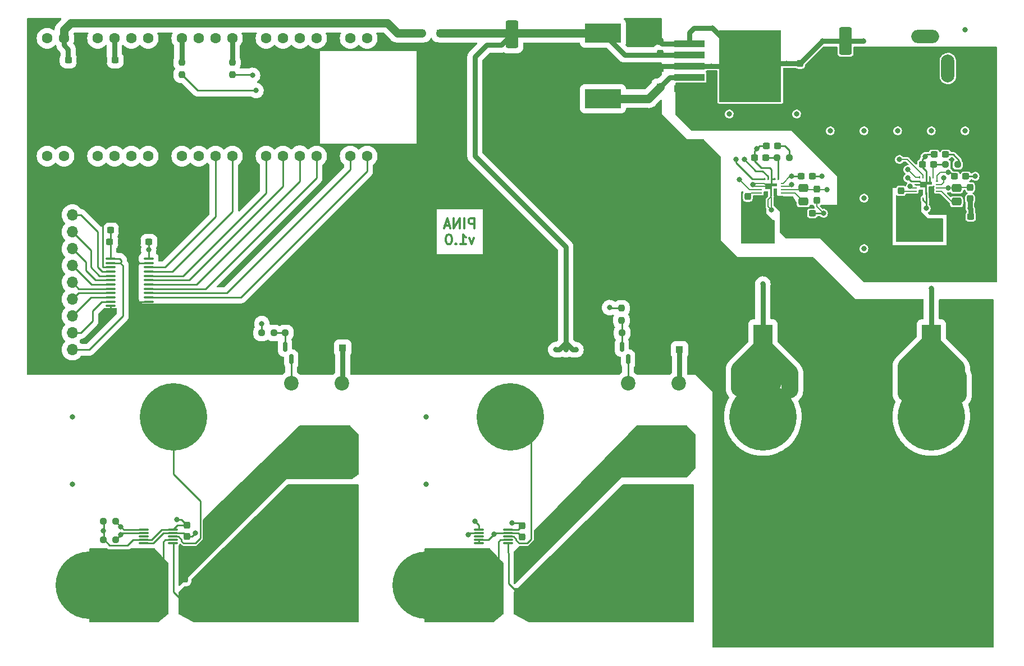
<source format=gbl>
G04 #@! TF.GenerationSoftware,KiCad,Pcbnew,6.0.2+dfsg-1*
G04 #@! TF.CreationDate,2023-02-25T17:51:12+02:00*
G04 #@! TF.ProjectId,pina,70696e61-2e6b-4696-9361-645f70636258,rev?*
G04 #@! TF.SameCoordinates,Original*
G04 #@! TF.FileFunction,Copper,L4,Bot*
G04 #@! TF.FilePolarity,Positive*
%FSLAX46Y46*%
G04 Gerber Fmt 4.6, Leading zero omitted, Abs format (unit mm)*
G04 Created by KiCad (PCBNEW 6.0.2+dfsg-1) date 2023-02-25 17:51:12*
%MOMM*%
%LPD*%
G01*
G04 APERTURE LIST*
G04 Aperture macros list*
%AMRoundRect*
0 Rectangle with rounded corners*
0 $1 Rounding radius*
0 $2 $3 $4 $5 $6 $7 $8 $9 X,Y pos of 4 corners*
0 Add a 4 corners polygon primitive as box body*
4,1,4,$2,$3,$4,$5,$6,$7,$8,$9,$2,$3,0*
0 Add four circle primitives for the rounded corners*
1,1,$1+$1,$2,$3*
1,1,$1+$1,$4,$5*
1,1,$1+$1,$6,$7*
1,1,$1+$1,$8,$9*
0 Add four rect primitives between the rounded corners*
20,1,$1+$1,$2,$3,$4,$5,0*
20,1,$1+$1,$4,$5,$6,$7,0*
20,1,$1+$1,$6,$7,$8,$9,0*
20,1,$1+$1,$8,$9,$2,$3,0*%
%AMFreePoly0*
4,1,21,0.428536,0.488536,0.430000,0.485000,0.430000,-1.265000,0.428536,-1.268536,0.425000,-1.270000,-0.025000,-1.270000,-0.028536,-1.268536,-0.030000,-1.265000,-0.030000,-0.540000,-1.525000,-0.540000,-1.528536,-0.538536,-1.530000,-0.535000,-1.530000,-0.225000,-1.528536,-0.221464,-1.525000,-0.220000,-0.440000,-0.220000,-0.440000,0.485000,-0.438536,0.488536,-0.435000,0.490000,0.425000,0.490000,
0.428536,0.488536,0.428536,0.488536,$1*%
G04 Aperture macros list end*
%ADD10C,0.300000*%
G04 #@! TA.AperFunction,NonConductor*
%ADD11C,0.300000*%
G04 #@! TD*
G04 #@! TA.AperFunction,ComponentPad*
%ADD12C,10.160000*%
G04 #@! TD*
G04 #@! TA.AperFunction,ComponentPad*
%ADD13C,1.600000*%
G04 #@! TD*
G04 #@! TA.AperFunction,ComponentPad*
%ADD14RoundRect,0.200000X0.600000X-0.600000X0.600000X0.600000X-0.600000X0.600000X-0.600000X-0.600000X0*%
G04 #@! TD*
G04 #@! TA.AperFunction,ComponentPad*
%ADD15R,1.700000X1.700000*%
G04 #@! TD*
G04 #@! TA.AperFunction,ComponentPad*
%ADD16O,1.700000X1.700000*%
G04 #@! TD*
G04 #@! TA.AperFunction,ComponentPad*
%ADD17R,2.000000X4.600000*%
G04 #@! TD*
G04 #@! TA.AperFunction,ComponentPad*
%ADD18O,2.000000X4.200000*%
G04 #@! TD*
G04 #@! TA.AperFunction,ComponentPad*
%ADD19O,4.200000X2.000000*%
G04 #@! TD*
G04 #@! TA.AperFunction,SMDPad,CuDef*
%ADD20R,5.400000X2.900000*%
G04 #@! TD*
G04 #@! TA.AperFunction,SMDPad,CuDef*
%ADD21RoundRect,0.237500X-0.237500X0.300000X-0.237500X-0.300000X0.237500X-0.300000X0.237500X0.300000X0*%
G04 #@! TD*
G04 #@! TA.AperFunction,SMDPad,CuDef*
%ADD22R,2.900000X3.000000*%
G04 #@! TD*
G04 #@! TA.AperFunction,SMDPad,CuDef*
%ADD23RoundRect,0.150000X-0.150000X0.587500X-0.150000X-0.587500X0.150000X-0.587500X0.150000X0.587500X0*%
G04 #@! TD*
G04 #@! TA.AperFunction,SMDPad,CuDef*
%ADD24R,1.100000X1.100000*%
G04 #@! TD*
G04 #@! TA.AperFunction,SMDPad,CuDef*
%ADD25R,0.200000X0.300000*%
G04 #@! TD*
G04 #@! TA.AperFunction,SMDPad,CuDef*
%ADD26R,0.300000X0.200000*%
G04 #@! TD*
G04 #@! TA.AperFunction,SMDPad,CuDef*
%ADD27R,0.470000X1.170000*%
G04 #@! TD*
G04 #@! TA.AperFunction,ComponentPad*
%ADD28C,0.310000*%
G04 #@! TD*
G04 #@! TA.AperFunction,SMDPad,CuDef*
%ADD29FreePoly0,90.000000*%
G04 #@! TD*
G04 #@! TA.AperFunction,SMDPad,CuDef*
%ADD30R,0.450000X0.790000*%
G04 #@! TD*
G04 #@! TA.AperFunction,ComponentPad*
%ADD31C,2.200000*%
G04 #@! TD*
G04 #@! TA.AperFunction,SMDPad,CuDef*
%ADD32RoundRect,0.237500X0.300000X0.237500X-0.300000X0.237500X-0.300000X-0.237500X0.300000X-0.237500X0*%
G04 #@! TD*
G04 #@! TA.AperFunction,SMDPad,CuDef*
%ADD33RoundRect,0.237500X0.237500X-0.300000X0.237500X0.300000X-0.237500X0.300000X-0.237500X-0.300000X0*%
G04 #@! TD*
G04 #@! TA.AperFunction,SMDPad,CuDef*
%ADD34RoundRect,0.250000X-0.400000X-0.625000X0.400000X-0.625000X0.400000X0.625000X-0.400000X0.625000X0*%
G04 #@! TD*
G04 #@! TA.AperFunction,SMDPad,CuDef*
%ADD35RoundRect,0.237500X-0.237500X0.250000X-0.237500X-0.250000X0.237500X-0.250000X0.237500X0.250000X0*%
G04 #@! TD*
G04 #@! TA.AperFunction,SMDPad,CuDef*
%ADD36RoundRect,0.237500X-0.250000X-0.237500X0.250000X-0.237500X0.250000X0.237500X-0.250000X0.237500X0*%
G04 #@! TD*
G04 #@! TA.AperFunction,SMDPad,CuDef*
%ADD37RoundRect,0.075000X-0.650000X-0.075000X0.650000X-0.075000X0.650000X0.075000X-0.650000X0.075000X0*%
G04 #@! TD*
G04 #@! TA.AperFunction,SMDPad,CuDef*
%ADD38RoundRect,0.237500X0.250000X0.237500X-0.250000X0.237500X-0.250000X-0.237500X0.250000X-0.237500X0*%
G04 #@! TD*
G04 #@! TA.AperFunction,SMDPad,CuDef*
%ADD39RoundRect,0.250000X-0.700000X1.825000X-0.700000X-1.825000X0.700000X-1.825000X0.700000X1.825000X0*%
G04 #@! TD*
G04 #@! TA.AperFunction,SMDPad,CuDef*
%ADD40RoundRect,0.237500X-0.300000X-0.237500X0.300000X-0.237500X0.300000X0.237500X-0.300000X0.237500X0*%
G04 #@! TD*
G04 #@! TA.AperFunction,SMDPad,CuDef*
%ADD41RoundRect,0.250000X0.700000X-1.825000X0.700000X1.825000X-0.700000X1.825000X-0.700000X-1.825000X0*%
G04 #@! TD*
G04 #@! TA.AperFunction,SMDPad,CuDef*
%ADD42RoundRect,0.250000X0.475000X-0.337500X0.475000X0.337500X-0.475000X0.337500X-0.475000X-0.337500X0*%
G04 #@! TD*
G04 #@! TA.AperFunction,SMDPad,CuDef*
%ADD43RoundRect,0.100000X0.637500X0.100000X-0.637500X0.100000X-0.637500X-0.100000X0.637500X-0.100000X0*%
G04 #@! TD*
G04 #@! TA.AperFunction,SMDPad,CuDef*
%ADD44RoundRect,0.250000X0.400000X0.625000X-0.400000X0.625000X-0.400000X-0.625000X0.400000X-0.625000X0*%
G04 #@! TD*
G04 #@! TA.AperFunction,SMDPad,CuDef*
%ADD45R,4.600000X1.100000*%
G04 #@! TD*
G04 #@! TA.AperFunction,SMDPad,CuDef*
%ADD46R,9.400000X10.800000*%
G04 #@! TD*
G04 #@! TA.AperFunction,ViaPad*
%ADD47C,0.800000*%
G04 #@! TD*
G04 #@! TA.AperFunction,Conductor*
%ADD48C,2.540000*%
G04 #@! TD*
G04 #@! TA.AperFunction,Conductor*
%ADD49C,0.203200*%
G04 #@! TD*
G04 #@! TA.AperFunction,Conductor*
%ADD50C,0.254000*%
G04 #@! TD*
G04 #@! TA.AperFunction,Conductor*
%ADD51C,0.762000*%
G04 #@! TD*
G04 #@! TA.AperFunction,Conductor*
%ADD52C,0.250000*%
G04 #@! TD*
G04 #@! TA.AperFunction,Conductor*
%ADD53C,1.270000*%
G04 #@! TD*
G04 APERTURE END LIST*
D10*
D11*
X153562571Y-73385071D02*
X153562571Y-71885071D01*
X152991142Y-71885071D01*
X152848285Y-71956500D01*
X152776857Y-72027928D01*
X152705428Y-72170785D01*
X152705428Y-72385071D01*
X152776857Y-72527928D01*
X152848285Y-72599357D01*
X152991142Y-72670785D01*
X153562571Y-72670785D01*
X152062571Y-73385071D02*
X152062571Y-71885071D01*
X151348285Y-73385071D02*
X151348285Y-71885071D01*
X150491142Y-73385071D01*
X150491142Y-71885071D01*
X149848285Y-72956500D02*
X149134000Y-72956500D01*
X149991142Y-73385071D02*
X149491142Y-71885071D01*
X148991142Y-73385071D01*
X153526857Y-74800071D02*
X153169714Y-75800071D01*
X152812571Y-74800071D01*
X151455428Y-75800071D02*
X152312571Y-75800071D01*
X151884000Y-75800071D02*
X151884000Y-74300071D01*
X152026857Y-74514357D01*
X152169714Y-74657214D01*
X152312571Y-74728642D01*
X150812571Y-75657214D02*
X150741142Y-75728642D01*
X150812571Y-75800071D01*
X150884000Y-75728642D01*
X150812571Y-75657214D01*
X150812571Y-75800071D01*
X149812571Y-74300071D02*
X149669714Y-74300071D01*
X149526857Y-74371500D01*
X149455428Y-74442928D01*
X149384000Y-74585785D01*
X149312571Y-74871500D01*
X149312571Y-75228642D01*
X149384000Y-75514357D01*
X149455428Y-75657214D01*
X149526857Y-75728642D01*
X149669714Y-75800071D01*
X149812571Y-75800071D01*
X149955428Y-75728642D01*
X150026857Y-75657214D01*
X150098285Y-75514357D01*
X150169714Y-75228642D01*
X150169714Y-74871500D01*
X150098285Y-74585785D01*
X150026857Y-74442928D01*
X149955428Y-74371500D01*
X149812571Y-74300071D01*
D12*
X222504000Y-127254000D03*
X171704000Y-127254000D03*
X146304000Y-127254000D03*
X95504000Y-127254000D03*
X197104000Y-101854000D03*
D13*
X89154000Y-62484000D03*
X91694000Y-62484000D03*
D14*
X94234000Y-62484000D03*
D13*
X96774000Y-62484000D03*
X99314000Y-62484000D03*
X101854000Y-62484000D03*
X104394000Y-62484000D03*
D14*
X106934000Y-62484000D03*
D13*
X109474000Y-62484000D03*
X112014000Y-62484000D03*
X114554000Y-62484000D03*
X117094000Y-62484000D03*
D14*
X119634000Y-62484000D03*
D13*
X122174000Y-62484000D03*
X124714000Y-62484000D03*
X127254000Y-62442119D03*
X129794000Y-62484000D03*
D14*
X132334000Y-62484000D03*
D13*
X134874000Y-62484000D03*
X137414000Y-62484000D03*
X137414000Y-44704000D03*
X134874000Y-44704000D03*
D14*
X132334000Y-44704000D03*
D13*
X129794000Y-44704000D03*
X127254000Y-44704000D03*
X124714000Y-44704000D03*
X122174000Y-44704000D03*
D14*
X119634000Y-44704000D03*
D13*
X117094000Y-44704000D03*
X114554000Y-44704000D03*
X112014000Y-44704000D03*
X109474000Y-44704000D03*
D14*
X106934000Y-44704000D03*
D13*
X104394000Y-44704000D03*
X101854000Y-44704000D03*
X99314000Y-44704000D03*
X96774000Y-44704000D03*
D14*
X94234000Y-44704000D03*
D13*
X91694000Y-44704000D03*
X89154000Y-44704000D03*
D12*
X197104000Y-127254000D03*
X108204000Y-101854000D03*
D15*
X90424000Y-71374000D03*
D16*
X92964000Y-71374000D03*
X90424000Y-73914000D03*
X92964000Y-73914000D03*
X90424000Y-76454000D03*
X92964000Y-76454000D03*
X90424000Y-78994000D03*
X92964000Y-78994000D03*
X90424000Y-81534000D03*
X92964000Y-81534000D03*
X90424000Y-84074000D03*
X92964000Y-84074000D03*
X90424000Y-86614000D03*
X92964000Y-86614000D03*
X90424000Y-89154000D03*
X92964000Y-89154000D03*
X90424000Y-91694000D03*
X92964000Y-91694000D03*
D12*
X120904000Y-127254000D03*
D17*
X218702000Y-49272000D03*
D18*
X225002000Y-49272000D03*
D19*
X221602000Y-44472000D03*
D12*
X159004000Y-101854000D03*
X222504000Y-101854000D03*
D20*
X172982000Y-53826000D03*
X172982000Y-43926000D03*
D21*
X228346000Y-67209500D03*
X228346000Y-68934500D03*
D22*
X222504000Y-73684000D03*
X222504000Y-89384000D03*
D23*
X175834000Y-91264500D03*
X177734000Y-91264500D03*
X176784000Y-93139500D03*
D24*
X181618000Y-52072000D03*
X181618000Y-49272000D03*
D25*
X199329000Y-69172000D03*
X198874000Y-69172000D03*
X198374000Y-69172000D03*
X197874000Y-69172000D03*
X197374000Y-69172000D03*
D26*
X196774000Y-68572000D03*
X196774000Y-68072000D03*
X196774000Y-67572000D03*
X196774000Y-67072000D03*
X196774000Y-66572000D03*
D25*
X197374000Y-65972000D03*
X197874000Y-65972000D03*
X198374000Y-65972000D03*
X198874000Y-65972000D03*
X199374000Y-65972000D03*
D26*
X199974000Y-66572000D03*
X199974000Y-67072000D03*
X199974000Y-67572000D03*
X199974000Y-68072000D03*
X199974000Y-68572000D03*
D27*
X198969000Y-67962000D03*
D28*
X199019000Y-68272000D03*
X199019000Y-67572000D03*
D29*
X197939000Y-67022000D03*
D28*
X198319000Y-68272000D03*
X198319000Y-67572000D03*
X197619000Y-66872000D03*
X198319000Y-66872000D03*
X199019000Y-66872000D03*
D30*
X197679000Y-68152000D03*
D28*
X197619000Y-68272000D03*
D31*
X184404000Y-96774000D03*
X184404000Y-106934000D03*
X184404000Y-114554000D03*
X176784000Y-96774000D03*
D23*
X125034000Y-91264500D03*
X126934000Y-91264500D03*
X125984000Y-93139500D03*
D32*
X199340000Y-60960000D03*
X197615000Y-60960000D03*
D33*
X110236000Y-119888000D03*
X110236000Y-118163000D03*
X205232000Y-69188500D03*
X205232000Y-67463500D03*
D32*
X104494500Y-75438000D03*
X102769500Y-75438000D03*
D34*
X157200000Y-124460000D03*
X160300000Y-124460000D03*
D35*
X175768000Y-85447500D03*
X175768000Y-87272500D03*
X117094000Y-48363500D03*
X117094000Y-50188500D03*
D36*
X199239500Y-62738000D03*
X201064500Y-62738000D03*
X224661000Y-63754000D03*
X226486000Y-63754000D03*
D37*
X154264000Y-120888000D03*
X154264000Y-120388000D03*
X154264000Y-119888000D03*
X154264000Y-119388000D03*
X154264000Y-118888000D03*
X158664000Y-118888000D03*
X158664000Y-119388000D03*
X158664000Y-119888000D03*
X158664000Y-120388000D03*
X158664000Y-120888000D03*
D21*
X202700000Y-48510000D03*
X202700000Y-50235000D03*
D36*
X97639500Y-117602000D03*
X99464500Y-117602000D03*
D38*
X177696500Y-89154000D03*
X175871500Y-89154000D03*
D32*
X99414500Y-48006000D03*
X97689500Y-48006000D03*
D22*
X197104000Y-73684000D03*
X197104000Y-89384000D03*
D24*
X145666000Y-43942000D03*
X148466000Y-43942000D03*
D39*
X159266000Y-44131000D03*
X159266000Y-51081000D03*
D21*
X160782000Y-118263500D03*
X160782000Y-119988500D03*
D40*
X202845500Y-71120000D03*
X204570500Y-71120000D03*
D24*
X184534000Y-91694000D03*
X181734000Y-91694000D03*
D37*
X103718000Y-120888000D03*
X103718000Y-120388000D03*
X103718000Y-119888000D03*
X103718000Y-119388000D03*
X103718000Y-118888000D03*
X108118000Y-118888000D03*
X108118000Y-119388000D03*
X108118000Y-119888000D03*
X108118000Y-120388000D03*
X108118000Y-120888000D03*
D32*
X204570500Y-65532000D03*
X202845500Y-65532000D03*
D40*
X92355500Y-48006000D03*
X94080500Y-48006000D03*
D41*
X209558000Y-52097000D03*
X209558000Y-45147000D03*
D32*
X222880000Y-63754000D03*
X221155000Y-63754000D03*
D35*
X109474000Y-48363500D03*
X109474000Y-50188500D03*
D42*
X203200000Y-69363500D03*
X203200000Y-67288500D03*
D32*
X227706000Y-65532000D03*
X225981000Y-65532000D03*
D43*
X104462500Y-77959000D03*
X104462500Y-78609000D03*
X104462500Y-79259000D03*
X104462500Y-79909000D03*
X104462500Y-80559000D03*
X104462500Y-81209000D03*
X104462500Y-81859000D03*
X104462500Y-82509000D03*
X104462500Y-83159000D03*
X104462500Y-83809000D03*
X104462500Y-84459000D03*
X104462500Y-85109000D03*
X98737500Y-85109000D03*
X98737500Y-84459000D03*
X98737500Y-83809000D03*
X98737500Y-83159000D03*
X98737500Y-82509000D03*
X98737500Y-81859000D03*
X98737500Y-81209000D03*
X98737500Y-80559000D03*
X98737500Y-79909000D03*
X98737500Y-79259000D03*
X98737500Y-78609000D03*
X98737500Y-77959000D03*
D33*
X181618000Y-46944500D03*
X181618000Y-45219500D03*
D44*
X160274000Y-128524000D03*
X157174000Y-128524000D03*
D36*
X97639500Y-120396000D03*
X99464500Y-120396000D03*
D21*
X194818000Y-68580000D03*
X194818000Y-70305000D03*
D38*
X126896500Y-89154000D03*
X125071500Y-89154000D03*
D44*
X109754000Y-129794000D03*
X106654000Y-129794000D03*
D36*
X121515500Y-89154000D03*
X123340500Y-89154000D03*
D40*
X98705500Y-73660000D03*
X100430500Y-73660000D03*
D34*
X106654000Y-125984000D03*
X109754000Y-125984000D03*
D32*
X228446500Y-71628000D03*
X226721500Y-71628000D03*
D31*
X133604000Y-96774000D03*
X133604000Y-106934000D03*
X133604000Y-114554000D03*
X125984000Y-96774000D03*
D25*
X222718500Y-68910000D03*
X222263500Y-68910000D03*
X221763500Y-68910000D03*
X221263500Y-68910000D03*
X220763500Y-68910000D03*
D26*
X220163500Y-68310000D03*
X220163500Y-67810000D03*
X220163500Y-67310000D03*
X220163500Y-66810000D03*
X220163500Y-66310000D03*
D25*
X220763500Y-65710000D03*
X221263500Y-65710000D03*
X221763500Y-65710000D03*
X222263500Y-65710000D03*
X222763500Y-65710000D03*
D26*
X223363500Y-66310000D03*
X223363500Y-66810000D03*
X223363500Y-67310000D03*
X223363500Y-67810000D03*
X223363500Y-68310000D03*
D27*
X222358500Y-67700000D03*
D28*
X222408500Y-68010000D03*
X222408500Y-67310000D03*
D29*
X221328500Y-66760000D03*
D28*
X221708500Y-68010000D03*
X221708500Y-67310000D03*
X221008500Y-66610000D03*
X221708500Y-66610000D03*
X222408500Y-66610000D03*
D30*
X221068500Y-67890000D03*
D28*
X221008500Y-68010000D03*
D32*
X224658000Y-62230000D03*
X222933000Y-62230000D03*
D24*
X133734000Y-91440000D03*
X130934000Y-91440000D03*
D45*
X186045000Y-52295000D03*
X186045000Y-50595000D03*
D46*
X195195000Y-48895000D03*
D45*
X186045000Y-48895000D03*
X186045000Y-47195000D03*
X186045000Y-45495000D03*
D21*
X217953500Y-67717500D03*
X217953500Y-69442500D03*
D40*
X98584000Y-75438000D03*
X100309000Y-75438000D03*
D42*
X226314000Y-69363500D03*
X226314000Y-67288500D03*
D32*
X197562000Y-62738000D03*
X195837000Y-62738000D03*
D47*
X194564000Y-114554000D03*
X225044000Y-114554000D03*
X209804000Y-129794000D03*
X209804000Y-104394000D03*
X209804000Y-96774000D03*
X174244000Y-78994000D03*
X207264000Y-84074000D03*
X212344000Y-76454000D03*
X212344000Y-68834000D03*
X222504000Y-58674000D03*
X212344000Y-58674000D03*
X202184000Y-56134000D03*
X192024000Y-56134000D03*
X227584000Y-43434000D03*
X227584000Y-58674000D03*
X217424000Y-58674000D03*
X207264000Y-58674000D03*
X118364000Y-58674000D03*
X105664000Y-58674000D03*
X92964000Y-58674000D03*
X100584000Y-53594000D03*
X92964000Y-53594000D03*
X148844000Y-53594000D03*
X146304000Y-58674000D03*
X151384000Y-58674000D03*
X151384000Y-48514000D03*
X146304000Y-48514000D03*
X186944000Y-81534000D03*
X159004000Y-76454000D03*
X176784000Y-71374000D03*
X169164000Y-71374000D03*
X143764000Y-71374000D03*
X133604000Y-78994000D03*
X92964000Y-112014000D03*
X92964000Y-101854000D03*
X146304000Y-112014000D03*
X146304000Y-101854000D03*
X209804000Y-117094000D03*
X209804000Y-114554000D03*
X204724000Y-119634000D03*
X214884000Y-119634000D03*
X214884000Y-112014000D03*
X204724000Y-112014000D03*
X205994000Y-65532000D03*
X156591000Y-119507000D03*
X102870000Y-84836000D03*
X156718000Y-52324000D03*
X156718000Y-49784000D03*
X179582000Y-49272000D03*
X206248000Y-71120000D03*
X200676000Y-48510000D03*
X198374000Y-70612000D03*
X218948000Y-65786000D03*
X181610000Y-90170000D03*
X228346000Y-70358000D03*
X189476000Y-43176000D03*
X99060000Y-86360000D03*
X195580000Y-66802000D03*
X221551500Y-62547500D03*
X189357000Y-48895000D03*
X161798000Y-52070000D03*
X229108000Y-65532000D03*
X164342000Y-49272000D03*
X101600000Y-75438000D03*
X221742000Y-70358000D03*
X111506000Y-119380000D03*
X206063000Y-45147000D03*
X196215000Y-61341000D03*
X212279000Y-45147000D03*
X172216000Y-49272000D03*
X126896500Y-90019500D03*
X108712000Y-117348000D03*
X104462500Y-76639500D03*
X206756000Y-67564000D03*
X225044000Y-67310000D03*
X97663000Y-118999000D03*
X159258000Y-117856000D03*
X168910000Y-91694000D03*
X165862000Y-91694000D03*
X167386000Y-91694000D03*
X225044000Y-64897000D03*
X222504000Y-82423000D03*
X197104000Y-81788000D03*
X201422000Y-65532000D03*
X152654000Y-119634000D03*
X194310000Y-62992000D03*
X100278250Y-119582250D03*
X217678000Y-62992000D03*
X153670000Y-117602000D03*
X218948000Y-64516000D03*
X193040000Y-62992000D03*
X100278250Y-118415750D03*
X120142000Y-50292000D03*
X224409000Y-65786000D03*
X201422000Y-66802000D03*
X120650000Y-52578000D03*
X173990000Y-85344000D03*
X121539000Y-87757000D03*
X219329000Y-67056000D03*
X193548000Y-66040000D03*
D48*
X201168000Y-95250000D02*
X201168000Y-97790000D01*
X198628000Y-92710000D02*
X201168000Y-95250000D01*
X193548000Y-94742000D02*
X193548000Y-97536000D01*
X195580000Y-92710000D02*
X193548000Y-94742000D01*
X224536000Y-92710000D02*
X222504000Y-90678000D01*
X222504000Y-90678000D02*
X222504000Y-90424000D01*
X226568000Y-98552000D02*
X226568000Y-95758000D01*
X226568000Y-95758000D02*
X226314000Y-95504000D01*
X226314000Y-95504000D02*
X226314000Y-94488000D01*
X226314000Y-94488000D02*
X224536000Y-92710000D01*
X224536000Y-92710000D02*
X224536000Y-99822000D01*
X224536000Y-99822000D02*
X222504000Y-101854000D01*
X218694000Y-94234000D02*
X218694000Y-98298000D01*
X220472000Y-92456000D02*
X218694000Y-94234000D01*
X222504000Y-101854000D02*
X222504000Y-93472000D01*
X222504000Y-101854000D02*
X222504000Y-98806000D01*
X222504000Y-90424000D02*
X222504000Y-89384000D01*
X222504000Y-98806000D02*
X220472000Y-96774000D01*
X220472000Y-96774000D02*
X220472000Y-92456000D01*
X220472000Y-92456000D02*
X222504000Y-90424000D01*
X198628000Y-92710000D02*
X198628000Y-96774000D01*
X197104000Y-91186000D02*
X198628000Y-92710000D01*
X195580000Y-92710000D02*
X195580000Y-96774000D01*
X195580000Y-92710000D02*
X197104000Y-94234000D01*
X197104000Y-94234000D02*
X197104000Y-101854000D01*
X197104000Y-91186000D02*
X195580000Y-92710000D01*
X197104000Y-91186000D02*
X197104000Y-96012000D01*
X197104000Y-91186000D02*
X197104000Y-93472000D01*
X197104000Y-91186000D02*
X197104000Y-89384000D01*
D49*
X199019000Y-68272000D02*
X199019000Y-69027000D01*
X199974000Y-68572000D02*
X199319000Y-68572000D01*
X199319000Y-68572000D02*
X199019000Y-68272000D01*
X199019000Y-69027000D02*
X198874000Y-69172000D01*
X199329000Y-68582000D02*
X199019000Y-68272000D01*
X199329000Y-69172000D02*
X199329000Y-68582000D01*
D50*
X102769500Y-77369500D02*
X102769500Y-75438000D01*
D51*
X186045000Y-48895000D02*
X181995000Y-48895000D01*
D50*
X126934000Y-91264500D02*
X127109500Y-91440000D01*
D51*
X157961000Y-51081000D02*
X156718000Y-52324000D01*
D49*
X196774000Y-66572000D02*
X195810000Y-66572000D01*
D51*
X186698000Y-43176000D02*
X189476000Y-43176000D01*
D50*
X220808500Y-66810000D02*
X221008500Y-66610000D01*
D49*
X197874000Y-69604000D02*
X197866000Y-69612000D01*
D51*
X206063000Y-45147000D02*
X202700000Y-48510000D01*
D49*
X198374000Y-70104000D02*
X198374000Y-70612000D01*
D50*
X102792000Y-78609000D02*
X102769500Y-78586500D01*
D49*
X197874000Y-69604000D02*
X197874000Y-69172000D01*
X195810000Y-66572000D02*
X195580000Y-66802000D01*
D51*
X189476000Y-43176000D02*
X195195000Y-48895000D01*
D50*
X102769500Y-77877500D02*
X102769500Y-77369500D01*
X195834000Y-62735000D02*
X195837000Y-62738000D01*
D51*
X161075000Y-49272000D02*
X159266000Y-51081000D01*
D50*
X98737500Y-79259000D02*
X98046810Y-79259000D01*
X127254000Y-91186000D02*
X127175500Y-91264500D01*
X160181500Y-119388000D02*
X160782000Y-119988500D01*
D49*
X196774000Y-67072000D02*
X195850000Y-67072000D01*
D50*
X222263500Y-65710000D02*
X222263500Y-66465000D01*
X104462500Y-78609000D02*
X102792000Y-78609000D01*
X219472000Y-66310000D02*
X218948000Y-65786000D01*
X126896500Y-90828500D02*
X127254000Y-91186000D01*
X158664000Y-119388000D02*
X160181500Y-119388000D01*
X126896500Y-89154000D02*
X126896500Y-90019500D01*
D49*
X195850000Y-67072000D02*
X195580000Y-66802000D01*
X197874000Y-69080000D02*
X198319000Y-68635000D01*
D50*
X196596000Y-60960000D02*
X196215000Y-61341000D01*
D51*
X228446500Y-70458500D02*
X228346000Y-70358000D01*
D50*
X221742000Y-69596000D02*
X221763500Y-69574500D01*
X103143000Y-85109000D02*
X102870000Y-84836000D01*
X104462500Y-85109000D02*
X103143000Y-85109000D01*
D51*
X228346000Y-68934500D02*
X228346000Y-70358000D01*
D50*
X127109500Y-91440000D02*
X130934000Y-91440000D01*
X154264000Y-120888000D02*
X154264000Y-120388000D01*
X198374000Y-64516000D02*
X198120000Y-64262000D01*
D51*
X159266000Y-51081000D02*
X158015000Y-51081000D01*
D50*
X181734000Y-90294000D02*
X181610000Y-90170000D01*
D51*
X160255000Y-52070000D02*
X161798000Y-52070000D01*
X158015000Y-51081000D02*
X156718000Y-49784000D01*
D50*
X98737500Y-85109000D02*
X98737500Y-86037500D01*
X98737500Y-86037500D02*
X99060000Y-86360000D01*
X221763500Y-69574500D02*
X221763500Y-68910000D01*
X195837000Y-63249000D02*
X195837000Y-62738000D01*
D51*
X164342000Y-49272000D02*
X161075000Y-49272000D01*
D50*
X221551500Y-62547500D02*
X221155000Y-62944000D01*
X108118000Y-119388000D02*
X109736000Y-119388000D01*
D51*
X181893500Y-45495000D02*
X181618000Y-45219500D01*
D50*
X102870000Y-84836000D02*
X102769500Y-84735500D01*
X221763500Y-66555000D02*
X221708500Y-66610000D01*
D51*
X159266000Y-51081000D02*
X157961000Y-51081000D01*
D50*
X220708500Y-66310000D02*
X221008500Y-66610000D01*
X101600000Y-75438000D02*
X102769500Y-75438000D01*
X221763500Y-64791500D02*
X221155000Y-64183000D01*
X102769500Y-84735500D02*
X102769500Y-78586500D01*
D51*
X94234000Y-47852500D02*
X94080500Y-48006000D01*
D50*
X97536000Y-79248000D02*
X97536000Y-72898000D01*
X220163500Y-66310000D02*
X220708500Y-66310000D01*
D49*
X197866000Y-69612000D02*
X197866000Y-70104000D01*
D50*
X106672000Y-119388000D02*
X105172000Y-120888000D01*
D51*
X209558000Y-45147000D02*
X212279000Y-45147000D01*
D50*
X156591000Y-119507000D02*
X156710000Y-119388000D01*
D51*
X209558000Y-45147000D02*
X206063000Y-45147000D01*
D50*
X126896500Y-90019500D02*
X126896500Y-90828500D01*
D51*
X181618000Y-49272000D02*
X179582000Y-49272000D01*
D49*
X196774000Y-66572000D02*
X197319000Y-66572000D01*
D51*
X186045000Y-43829000D02*
X186698000Y-43176000D01*
D50*
X204570500Y-65532000D02*
X205994000Y-65532000D01*
X221708500Y-68010000D02*
X221708500Y-68855000D01*
X100430500Y-75316500D02*
X100309000Y-75438000D01*
D49*
X198319000Y-68635000D02*
X198319000Y-68272000D01*
X197866000Y-70104000D02*
X198374000Y-70612000D01*
D50*
X198374000Y-65964000D02*
X198374000Y-64516000D01*
X110998000Y-119888000D02*
X111506000Y-119380000D01*
D51*
X159266000Y-51081000D02*
X160255000Y-52070000D01*
X200676000Y-48510000D02*
X195580000Y-48510000D01*
D50*
X221708500Y-68855000D02*
X221763500Y-68910000D01*
D51*
X189357000Y-48895000D02*
X195195000Y-48895000D01*
D50*
X221763500Y-65710000D02*
X221763500Y-66555000D01*
X227706000Y-65532000D02*
X229108000Y-65532000D01*
X177696500Y-91227000D02*
X177734000Y-91264500D01*
X221155000Y-62944000D02*
X221155000Y-63754000D01*
X197615000Y-60960000D02*
X196596000Y-60960000D01*
X98035810Y-79248000D02*
X97536000Y-79248000D01*
D51*
X179582000Y-49272000D02*
X172216000Y-49272000D01*
D50*
X154264000Y-120388000D02*
X155710000Y-120388000D01*
X196850000Y-64262000D02*
X195837000Y-63249000D01*
X204570500Y-71120000D02*
X206248000Y-71120000D01*
D49*
X205232000Y-70104000D02*
X206248000Y-71120000D01*
D50*
X220163500Y-66810000D02*
X220808500Y-66810000D01*
X98044000Y-72390000D02*
X99822000Y-72390000D01*
D51*
X202700000Y-48510000D02*
X200676000Y-48510000D01*
D50*
X221263500Y-69117500D02*
X221742000Y-69596000D01*
X198374000Y-65964000D02*
X198374000Y-66809000D01*
X222263500Y-66465000D02*
X222408500Y-66610000D01*
X177734000Y-91264500D02*
X178163500Y-91694000D01*
D49*
X205232000Y-69188500D02*
X205232000Y-70104000D01*
D51*
X94234000Y-44704000D02*
X94234000Y-47852500D01*
D50*
X196215000Y-61341000D02*
X195834000Y-61722000D01*
D49*
X197419000Y-67072000D02*
X197619000Y-66872000D01*
D50*
X195834000Y-61722000D02*
X195834000Y-62735000D01*
X105172000Y-120888000D02*
X103718000Y-120888000D01*
D51*
X186045000Y-45495000D02*
X181893500Y-45495000D01*
D50*
X221869000Y-62230000D02*
X221551500Y-62547500D01*
X110236000Y-119888000D02*
X110998000Y-119888000D01*
X104462500Y-84459000D02*
X103046000Y-84459000D01*
D51*
X186045000Y-48895000D02*
X189357000Y-48895000D01*
D50*
X109736000Y-119388000D02*
X110236000Y-119888000D01*
X220163500Y-66310000D02*
X219472000Y-66310000D01*
X198374000Y-66809000D02*
X198319000Y-66864000D01*
X102769500Y-78586500D02*
X102769500Y-77877500D01*
D49*
X197874000Y-69172000D02*
X197874000Y-69080000D01*
D51*
X181995000Y-48895000D02*
X181618000Y-49272000D01*
D50*
X177696500Y-89154000D02*
X177696500Y-91227000D01*
X98046810Y-79259000D02*
X98035810Y-79248000D01*
X198374000Y-65964000D02*
X198874000Y-65964000D01*
D49*
X197319000Y-66572000D02*
X197619000Y-66872000D01*
D50*
X100309000Y-75438000D02*
X101600000Y-75438000D01*
D49*
X198374000Y-69172000D02*
X198374000Y-68690000D01*
D50*
X221742000Y-69596000D02*
X221742000Y-70358000D01*
D51*
X228446500Y-71628000D02*
X228446500Y-70458500D01*
D50*
X103046000Y-84459000D02*
X102769500Y-84735500D01*
D49*
X198374000Y-68690000D02*
X198319000Y-68635000D01*
D51*
X94080500Y-48006000D02*
X97689500Y-48006000D01*
D49*
X198374000Y-69850000D02*
X198374000Y-70104000D01*
D50*
X156710000Y-119388000D02*
X158664000Y-119388000D01*
D51*
X195580000Y-48510000D02*
X195195000Y-48895000D01*
D50*
X108118000Y-119388000D02*
X106672000Y-119388000D01*
D49*
X196774000Y-67072000D02*
X197419000Y-67072000D01*
D50*
X99822000Y-72390000D02*
X100430500Y-72998500D01*
X221155000Y-64183000D02*
X221155000Y-63754000D01*
X198120000Y-64262000D02*
X196850000Y-64262000D01*
X97536000Y-72898000D02*
X98044000Y-72390000D01*
X181734000Y-91694000D02*
X181734000Y-90294000D01*
D51*
X172216000Y-49272000D02*
X164342000Y-49272000D01*
D50*
X222933000Y-62230000D02*
X221869000Y-62230000D01*
X221263500Y-68910000D02*
X221263500Y-69117500D01*
X178163500Y-91694000D02*
X181734000Y-91694000D01*
X100430500Y-72998500D02*
X100430500Y-73660000D01*
X127175500Y-91264500D02*
X126934000Y-91264500D01*
D51*
X186045000Y-45495000D02*
X186045000Y-43829000D01*
D50*
X155710000Y-120388000D02*
X156591000Y-119507000D01*
X102769500Y-77369500D02*
X102769500Y-78586500D01*
D49*
X198374000Y-69172000D02*
X198374000Y-69850000D01*
D50*
X221763500Y-65710000D02*
X221763500Y-64791500D01*
X100430500Y-73660000D02*
X100430500Y-75316500D01*
X95504000Y-91694000D02*
X100584000Y-86614000D01*
D52*
X98705500Y-77927000D02*
X98737500Y-77959000D01*
X100057000Y-77959000D02*
X100330000Y-78232000D01*
X100330000Y-78232000D02*
X100330000Y-78478000D01*
X98705500Y-73660000D02*
X98705500Y-77927000D01*
X100584000Y-78994000D02*
X100199000Y-78609000D01*
D50*
X92964000Y-91694000D02*
X95504000Y-91694000D01*
D52*
X100330000Y-78478000D02*
X100199000Y-78609000D01*
X98737500Y-77959000D02*
X100057000Y-77959000D01*
X100584000Y-86614000D02*
X100584000Y-78994000D01*
X100199000Y-78609000D02*
X98737500Y-78609000D01*
D50*
X106410000Y-118888000D02*
X108118000Y-118888000D01*
D51*
X99314000Y-44704000D02*
X99314000Y-47905500D01*
D50*
X108843000Y-118163000D02*
X108118000Y-118888000D01*
X160274000Y-117856000D02*
X159258000Y-117856000D01*
X98591520Y-121197520D02*
X101306480Y-121197520D01*
X160681500Y-118263500D02*
X160274000Y-117856000D01*
D49*
X226393000Y-67209500D02*
X226314000Y-67288500D01*
D50*
X97686500Y-120142000D02*
X97686500Y-117602000D01*
X104462500Y-77959000D02*
X104462500Y-76639500D01*
X97639500Y-120396000D02*
X97790000Y-120396000D01*
X103718000Y-120388000D02*
X104910000Y-120388000D01*
D49*
X202916500Y-67572000D02*
X203200000Y-67288500D01*
D50*
X104462500Y-75470000D02*
X104494500Y-75438000D01*
X97790000Y-120396000D02*
X98591520Y-121197520D01*
X101306480Y-121197520D02*
X102116000Y-120388000D01*
X160782000Y-118263500D02*
X160681500Y-118263500D01*
D49*
X223363500Y-67310000D02*
X226292500Y-67310000D01*
D50*
X110236000Y-118163000D02*
X108843000Y-118163000D01*
D49*
X199974000Y-67572000D02*
X202916500Y-67572000D01*
D50*
X104462500Y-76639500D02*
X104462500Y-75470000D01*
D49*
X203200000Y-67288500D02*
X203475500Y-67564000D01*
D50*
X102116000Y-120388000D02*
X103718000Y-120388000D01*
X110236000Y-118163000D02*
X109421000Y-117348000D01*
D51*
X99314000Y-47905500D02*
X99414500Y-48006000D01*
D50*
X160157500Y-118888000D02*
X160782000Y-118263500D01*
X104910000Y-120388000D02*
X106410000Y-118888000D01*
X109421000Y-117348000D02*
X108712000Y-117348000D01*
X158664000Y-118888000D02*
X160157500Y-118888000D01*
D49*
X203475500Y-67564000D02*
X206756000Y-67564000D01*
X228346000Y-67209500D02*
X226393000Y-67209500D01*
D50*
X202924500Y-67564000D02*
X203200000Y-67288500D01*
D49*
X226292500Y-67310000D02*
X226314000Y-67288500D01*
D53*
X91694000Y-43434000D02*
X91694000Y-44704000D01*
X140462000Y-42418000D02*
X92710000Y-42418000D01*
D51*
X91694000Y-45720000D02*
X91694000Y-44704000D01*
D53*
X92710000Y-42418000D02*
X91694000Y-43434000D01*
D51*
X92326000Y-47976500D02*
X92355500Y-48006000D01*
D53*
X145666000Y-43942000D02*
X141986000Y-43942000D01*
D51*
X92326000Y-46352000D02*
X91694000Y-45720000D01*
X92326000Y-46352000D02*
X92326000Y-47976500D01*
D53*
X141986000Y-43942000D02*
X140462000Y-42418000D01*
X159471000Y-43926000D02*
X159266000Y-44131000D01*
D51*
X176251000Y-47195000D02*
X172982000Y-43926000D01*
X133734000Y-96644000D02*
X133604000Y-96774000D01*
X157677000Y-45720000D02*
X159266000Y-44131000D01*
X133734000Y-91440000D02*
X133734000Y-96644000D01*
X167386000Y-90678000D02*
X166370000Y-91694000D01*
X167386000Y-90678000D02*
X168402000Y-91694000D01*
X153670000Y-62484000D02*
X153670000Y-47498000D01*
X186045000Y-47195000D02*
X178865000Y-47195000D01*
X167386000Y-89916000D02*
X167386000Y-76200000D01*
X167386000Y-90678000D02*
X167386000Y-89916000D01*
X184534000Y-96644000D02*
X184404000Y-96774000D01*
X155448000Y-45720000D02*
X157677000Y-45720000D01*
X167386000Y-91694000D02*
X167386000Y-90678000D01*
X184534000Y-91694000D02*
X184534000Y-96644000D01*
D53*
X172982000Y-43926000D02*
X159471000Y-43926000D01*
D51*
X167386000Y-76200000D02*
X153670000Y-62484000D01*
X153670000Y-47498000D02*
X155448000Y-45720000D01*
X178865000Y-47195000D02*
X176251000Y-47195000D01*
D53*
X159077000Y-43942000D02*
X159266000Y-44131000D01*
D51*
X166370000Y-91694000D02*
X165862000Y-91694000D01*
X167386000Y-89916000D02*
X167386000Y-91694000D01*
X168402000Y-91694000D02*
X168910000Y-91694000D01*
D53*
X148466000Y-43942000D02*
X159077000Y-43942000D01*
D49*
X218046000Y-67810000D02*
X217953500Y-67717500D01*
X220163500Y-67810000D02*
X218046000Y-67810000D01*
X195326000Y-68072000D02*
X194818000Y-68580000D01*
X196774000Y-68072000D02*
X195326000Y-68072000D01*
D50*
X196774000Y-68564000D02*
X197259000Y-68564000D01*
X197374000Y-68596000D02*
X197358000Y-68580000D01*
X197104000Y-73684000D02*
X197104000Y-69596000D01*
X197358000Y-68580000D02*
X197358000Y-68525000D01*
X197392623Y-69307377D02*
X197392623Y-69182623D01*
X196774000Y-69266000D02*
X197104000Y-69596000D01*
X197104000Y-69596000D02*
X197392623Y-69307377D01*
X196774000Y-68564000D02*
X196774000Y-69266000D01*
X197392623Y-69182623D02*
X197374000Y-69164000D01*
X197259000Y-68564000D02*
X197679000Y-68144000D01*
X197358000Y-68525000D02*
X197619000Y-68264000D01*
X197374000Y-69164000D02*
X197374000Y-68596000D01*
D49*
X225573500Y-69363500D02*
X226314000Y-69363500D01*
X223363500Y-67810000D02*
X224020000Y-67810000D01*
X224020000Y-67810000D02*
X225573500Y-69363500D01*
X201908500Y-68072000D02*
X203200000Y-69363500D01*
X199974000Y-68072000D02*
X201908500Y-68072000D01*
X222763500Y-65710000D02*
X222763500Y-63870500D01*
D50*
X224661000Y-63754000D02*
X222880000Y-63754000D01*
D49*
X222763500Y-63870500D02*
X222880000Y-63754000D01*
D50*
X197562000Y-62738000D02*
X199239500Y-62738000D01*
X199374000Y-65964000D02*
X199374000Y-62872500D01*
X199374000Y-62872500D02*
X199239500Y-62738000D01*
X226695000Y-63545000D02*
X226486000Y-63754000D01*
X224658000Y-62230000D02*
X225806000Y-62230000D01*
X226695000Y-63119000D02*
X226695000Y-63545000D01*
X225806000Y-62230000D02*
X226695000Y-63119000D01*
X201064500Y-62738000D02*
X201064500Y-61618500D01*
X200406000Y-60960000D02*
X199340000Y-60960000D01*
X201064500Y-61618500D02*
X200406000Y-60960000D01*
X225044000Y-64897000D02*
X225346000Y-64897000D01*
D49*
X223363500Y-66310000D02*
X223363500Y-65434500D01*
X223901000Y-64897000D02*
X225044000Y-64897000D01*
D50*
X225346000Y-64897000D02*
X225981000Y-65532000D01*
D51*
X222504000Y-89384000D02*
X222504000Y-82423000D01*
D49*
X223363500Y-65434500D02*
X223901000Y-64897000D01*
X199974000Y-66572000D02*
X200128000Y-66572000D01*
X200128000Y-66572000D02*
X201168000Y-65532000D01*
D51*
X197104000Y-84836000D02*
X197104000Y-81788000D01*
X197104000Y-89384000D02*
X197104000Y-84836000D01*
D50*
X201422000Y-65532000D02*
X202845500Y-65532000D01*
D49*
X201168000Y-65532000D02*
X201422000Y-65532000D01*
D53*
X179864000Y-53826000D02*
X181618000Y-52072000D01*
D51*
X183095000Y-50595000D02*
X181618000Y-52072000D01*
X186045000Y-50595000D02*
X183095000Y-50595000D01*
D53*
X172982000Y-53826000D02*
X179864000Y-53826000D01*
D50*
X159893000Y-120269000D02*
X159893000Y-120434644D01*
X159893000Y-120434644D02*
X160362356Y-120904000D01*
X162179000Y-105029000D02*
X159004000Y-101854000D01*
X161544000Y-120904000D02*
X162179000Y-120269000D01*
X162179000Y-120269000D02*
X162179000Y-105029000D01*
X159512000Y-119888000D02*
X159893000Y-120269000D01*
X158664000Y-119888000D02*
X159512000Y-119888000D01*
X160362356Y-120904000D02*
X161544000Y-120904000D01*
X158664000Y-122342000D02*
X158750000Y-122428000D01*
X158750000Y-122428000D02*
X158750000Y-127000000D01*
D51*
X160274000Y-128524000D02*
X170434000Y-128524000D01*
D50*
X158664000Y-120888000D02*
X158664000Y-122342000D01*
D51*
X170434000Y-128524000D02*
X171704000Y-127254000D01*
D50*
X158750000Y-127000000D02*
X160274000Y-128524000D01*
D51*
X184404000Y-114554000D02*
X171704000Y-127254000D01*
X157200000Y-124460000D02*
X149098000Y-124460000D01*
X157174000Y-128524000D02*
X153924000Y-128524000D01*
X147828000Y-128778000D02*
X146304000Y-127254000D01*
X149098000Y-124460000D02*
X146304000Y-127254000D01*
X153670000Y-128778000D02*
X147828000Y-128778000D01*
D50*
X157488000Y-120388000D02*
X157200000Y-120676000D01*
X157200000Y-120676000D02*
X157200000Y-124460000D01*
D51*
X153924000Y-128524000D02*
X153670000Y-128778000D01*
D50*
X158664000Y-120388000D02*
X157488000Y-120388000D01*
X108204000Y-110490000D02*
X108204000Y-101854000D01*
X112268000Y-120142000D02*
X112268000Y-114554000D01*
X112268000Y-114554000D02*
X108204000Y-110490000D01*
X108118000Y-119888000D02*
X108966000Y-119888000D01*
X111506000Y-120904000D02*
X112268000Y-120142000D01*
X109728000Y-120904000D02*
X111506000Y-120904000D01*
X109434480Y-120610480D02*
X109728000Y-120904000D01*
X109434480Y-120356480D02*
X109434480Y-120610480D01*
X108966000Y-119888000D02*
X109434480Y-120356480D01*
D51*
X118872000Y-129286000D02*
X120904000Y-127254000D01*
D50*
X108118000Y-120888000D02*
X108204000Y-120974000D01*
D51*
X109754000Y-129794000D02*
X110262000Y-129286000D01*
D50*
X108204000Y-120974000D02*
X108204000Y-128244000D01*
D51*
X110262000Y-129286000D02*
X118872000Y-129286000D01*
X120904000Y-127254000D02*
X133604000Y-114554000D01*
D50*
X108204000Y-128244000D02*
X109754000Y-129794000D01*
D51*
X97028000Y-125730000D02*
X95504000Y-127254000D01*
X106654000Y-129794000D02*
X98044000Y-129794000D01*
X98044000Y-129794000D02*
X95504000Y-127254000D01*
X102108000Y-125984000D02*
X101854000Y-125730000D01*
D50*
X108118000Y-120388000D02*
X106942000Y-120388000D01*
X106942000Y-120388000D02*
X106654000Y-120676000D01*
D51*
X106654000Y-125984000D02*
X102108000Y-125984000D01*
X101854000Y-125730000D02*
X97028000Y-125730000D01*
D50*
X106654000Y-120676000D02*
X106654000Y-125984000D01*
X100278250Y-119582250D02*
X99464500Y-120396000D01*
X103718000Y-119388000D02*
X100472500Y-119388000D01*
X154264000Y-119388000D02*
X152900000Y-119388000D01*
D49*
X220828350Y-64921650D02*
X218898700Y-62992000D01*
D50*
X197874000Y-65964000D02*
X197874000Y-65540000D01*
X152900000Y-119388000D02*
X152654000Y-119634000D01*
D49*
X221263500Y-65356800D02*
X220828350Y-64921650D01*
X218898700Y-62992000D02*
X217678000Y-62992000D01*
D50*
X197049520Y-64715520D02*
X196033520Y-64715520D01*
D49*
X221263500Y-65710000D02*
X221263500Y-65356800D01*
D50*
X100472500Y-119388000D02*
X100278250Y-119582250D01*
X196033520Y-64715520D02*
X194310000Y-62992000D01*
X197874000Y-65540000D02*
X197049520Y-64715520D01*
X103718000Y-118888000D02*
X100750500Y-118888000D01*
X197374000Y-65964000D02*
X195504000Y-65964000D01*
X100278250Y-118415750D02*
X99464500Y-117602000D01*
D49*
X220763500Y-65710000D02*
X220142000Y-65710000D01*
D50*
X193040000Y-63500000D02*
X193040000Y-62992000D01*
D49*
X220142000Y-65710000D02*
X218948000Y-64516000D01*
D50*
X154264000Y-118888000D02*
X154264000Y-118196000D01*
X154264000Y-118196000D02*
X153670000Y-117602000D01*
X195504000Y-65964000D02*
X193040000Y-63500000D01*
X100750500Y-118888000D02*
X100278250Y-118415750D01*
D51*
X117094000Y-48363500D02*
X117094000Y-44704000D01*
D50*
X120038500Y-50188500D02*
X120142000Y-50292000D01*
D49*
X224409000Y-66421000D02*
X224409000Y-65786000D01*
X224020000Y-66810000D02*
X224409000Y-66421000D01*
D50*
X117094000Y-50188500D02*
X120038500Y-50188500D01*
D49*
X223363500Y-66810000D02*
X224020000Y-66810000D01*
D51*
X109474000Y-48363500D02*
X109474000Y-44704000D01*
D49*
X199974000Y-67072000D02*
X201152000Y-67072000D01*
X201152000Y-67072000D02*
X201422000Y-66802000D01*
D50*
X111863500Y-52578000D02*
X120650000Y-52578000D01*
X109474000Y-50188500D02*
X111863500Y-52578000D01*
D52*
X114554000Y-71628000D02*
X114554000Y-62484000D01*
X104462500Y-79259000D02*
X106923000Y-79259000D01*
X106923000Y-79259000D02*
X114554000Y-71628000D01*
D50*
X104462500Y-79909000D02*
X108051000Y-79909000D01*
X117094000Y-70866000D02*
X117094000Y-62484000D01*
X108051000Y-79909000D02*
X117094000Y-70866000D01*
D52*
X104462500Y-80559000D02*
X109687000Y-80559000D01*
X109687000Y-80559000D02*
X122174000Y-68072000D01*
X122174000Y-68072000D02*
X122174000Y-62484000D01*
D50*
X104462500Y-81209000D02*
X110561000Y-81209000D01*
X124714000Y-67056000D02*
X124714000Y-62484000D01*
X110561000Y-81209000D02*
X124714000Y-67056000D01*
X104462500Y-81859000D02*
X111689000Y-81859000D01*
X127254000Y-66294000D02*
X127254000Y-62442119D01*
X111689000Y-81859000D02*
X127254000Y-66294000D01*
X129794000Y-65786000D02*
X129794000Y-62484000D01*
X104462500Y-82509000D02*
X113071000Y-82509000D01*
X113071000Y-82509000D02*
X129794000Y-65786000D01*
X116231000Y-83159000D02*
X134874000Y-64516000D01*
X134874000Y-64516000D02*
X134874000Y-62484000D01*
X104462500Y-83159000D02*
X116231000Y-83159000D01*
X118375000Y-83809000D02*
X137414000Y-64770000D01*
X137414000Y-64770000D02*
X137414000Y-62484000D01*
X104462500Y-83809000D02*
X118375000Y-83809000D01*
X97435000Y-79909000D02*
X96774000Y-79248000D01*
X98737500Y-79909000D02*
X97435000Y-79909000D01*
X96774000Y-79248000D02*
X96774000Y-73914000D01*
X94234000Y-71374000D02*
X92964000Y-71374000D01*
X96774000Y-73914000D02*
X94234000Y-71374000D01*
X98737500Y-80559000D02*
X97069000Y-80559000D01*
X95758000Y-79248000D02*
X95758000Y-76708000D01*
X95758000Y-76708000D02*
X92964000Y-73914000D01*
X97069000Y-80559000D02*
X95758000Y-79248000D01*
X94996000Y-78486000D02*
X92964000Y-76454000D01*
X96449000Y-81209000D02*
X94996000Y-79756000D01*
X94996000Y-79756000D02*
X94996000Y-78486000D01*
X98737500Y-81209000D02*
X96449000Y-81209000D01*
X95829000Y-81859000D02*
X92964000Y-78994000D01*
X98737500Y-81859000D02*
X95829000Y-81859000D01*
X93939000Y-82509000D02*
X92964000Y-81534000D01*
X98737500Y-82509000D02*
X93939000Y-82509000D01*
X98737500Y-83159000D02*
X93879000Y-83159000D01*
X93879000Y-83159000D02*
X92964000Y-84074000D01*
X95769000Y-83809000D02*
X92964000Y-86614000D01*
X98737500Y-83809000D02*
X95769000Y-83809000D01*
X97405000Y-84459000D02*
X96012000Y-85852000D01*
X94234000Y-89154000D02*
X92964000Y-89154000D01*
X96012000Y-85852000D02*
X96012000Y-87376000D01*
X96012000Y-87376000D02*
X94234000Y-89154000D01*
X98737500Y-84459000D02*
X97405000Y-84459000D01*
X176784000Y-93139500D02*
X176784000Y-96774000D01*
X125984000Y-93139500D02*
X125984000Y-96774000D01*
X175834000Y-87338500D02*
X175768000Y-87272500D01*
X175834000Y-91264500D02*
X175834000Y-87338500D01*
X125071500Y-89154000D02*
X123340500Y-89154000D01*
X125034000Y-89191500D02*
X125071500Y-89154000D01*
X125034000Y-91264500D02*
X125034000Y-89191500D01*
X174093500Y-85447500D02*
X173990000Y-85344000D01*
X175768000Y-85447500D02*
X174093500Y-85447500D01*
X121515500Y-89154000D02*
X121515500Y-87780500D01*
D49*
X219583000Y-67310000D02*
X219329000Y-67056000D01*
X220163500Y-67310000D02*
X219583000Y-67310000D01*
X195080000Y-67572000D02*
X193548000Y-66040000D01*
X196774000Y-67572000D02*
X195080000Y-67572000D01*
D51*
X160300000Y-124460000D02*
X177826000Y-106934000D01*
X177826000Y-106934000D02*
X184404000Y-106934000D01*
X133604000Y-106934000D02*
X128804000Y-106934000D01*
X128804000Y-106934000D02*
X109754000Y-125984000D01*
G04 #@! TA.AperFunction,Conductor*
G36*
X186632121Y-112034002D02*
G01*
X186678614Y-112087658D01*
X186690000Y-112140000D01*
X186690000Y-132716000D01*
X186669998Y-132784121D01*
X186616342Y-132830614D01*
X186564000Y-132842000D01*
X161830650Y-132842000D01*
X161769459Y-132826144D01*
X159576809Y-131608005D01*
X159526975Y-131557438D01*
X159512000Y-131497861D01*
X159512000Y-128322763D01*
X159532002Y-128254642D01*
X159549598Y-128232980D01*
X175985217Y-112050217D01*
X176047791Y-112016676D01*
X176073619Y-112014000D01*
X186564000Y-112014000D01*
X186632121Y-112034002D01*
G37*
G04 #@! TD.AperFunction*
G04 #@! TA.AperFunction,Conductor*
G36*
X221176121Y-67584002D02*
G01*
X221222614Y-67637658D01*
X221234000Y-67690000D01*
X221234000Y-68273810D01*
X221213998Y-68341931D01*
X221197095Y-68362905D01*
X220999244Y-68560756D01*
X220998992Y-68560963D01*
X220990332Y-68569623D01*
X220980016Y-68576516D01*
X220923766Y-68660699D01*
X220909000Y-68734933D01*
X220909000Y-68746513D01*
X220901883Y-68788261D01*
X220882484Y-68843502D01*
X220882000Y-68849091D01*
X220882000Y-69063365D01*
X220879414Y-69087664D01*
X220879346Y-69089102D01*
X220877155Y-69099280D01*
X220878379Y-69109620D01*
X220881127Y-69132842D01*
X220881479Y-69138820D01*
X220881572Y-69138812D01*
X220882000Y-69143990D01*
X220882000Y-69149192D01*
X220882854Y-69154322D01*
X220885186Y-69168332D01*
X220886022Y-69174204D01*
X220892082Y-69225407D01*
X220896067Y-69233706D01*
X220897578Y-69242783D01*
X220922058Y-69288151D01*
X220924739Y-69293414D01*
X220943627Y-69332750D01*
X220943630Y-69332754D01*
X220947060Y-69339898D01*
X220950670Y-69344192D01*
X220951647Y-69345169D01*
X220956464Y-69352628D01*
X220954749Y-69353735D01*
X220978970Y-69408932D01*
X220980000Y-69425006D01*
X220980000Y-70866000D01*
X221996000Y-71882000D01*
X224156000Y-71882000D01*
X224224121Y-71902002D01*
X224270614Y-71955658D01*
X224282000Y-72008000D01*
X224282000Y-75312000D01*
X224261998Y-75380121D01*
X224208342Y-75426614D01*
X224156000Y-75438000D01*
X217296000Y-75438000D01*
X217227879Y-75417998D01*
X217181386Y-75364342D01*
X217170000Y-75312000D01*
X217170000Y-68475076D01*
X217190002Y-68406955D01*
X217243658Y-68360462D01*
X217313932Y-68350358D01*
X217371564Y-68374249D01*
X217452715Y-68435067D01*
X217477301Y-68453493D01*
X217485702Y-68456643D01*
X217485705Y-68456644D01*
X217534873Y-68475076D01*
X217609264Y-68502964D01*
X217669430Y-68509500D01*
X218237570Y-68509500D01*
X218297736Y-68502964D01*
X218372127Y-68475076D01*
X218421295Y-68456644D01*
X218421298Y-68456643D01*
X218429699Y-68453493D01*
X218542474Y-68368974D01*
X218626993Y-68256199D01*
X218630144Y-68247794D01*
X218634455Y-68239920D01*
X218635613Y-68240554D01*
X218672752Y-68191109D01*
X218739313Y-68166407D01*
X218748097Y-68166100D01*
X220193084Y-68166100D01*
X220198212Y-68165246D01*
X220202061Y-68164928D01*
X220212445Y-68164499D01*
X220338566Y-68164499D01*
X220374318Y-68157388D01*
X220400626Y-68152156D01*
X220400628Y-68152155D01*
X220412801Y-68149734D01*
X220423121Y-68142839D01*
X220423122Y-68142838D01*
X220486668Y-68100377D01*
X220496984Y-68093484D01*
X220553234Y-68009301D01*
X220568000Y-67935067D01*
X220567999Y-67690000D01*
X220588001Y-67621880D01*
X220641656Y-67575387D01*
X220693999Y-67564000D01*
X221108000Y-67564000D01*
X221176121Y-67584002D01*
G37*
G04 #@! TD.AperFunction*
G04 #@! TA.AperFunction,Conductor*
G36*
X98180284Y-121686002D02*
G01*
X98198417Y-121700151D01*
X98209234Y-121710310D01*
X98209238Y-121710313D01*
X98215014Y-121715737D01*
X98221963Y-121719557D01*
X98232849Y-121725542D01*
X98249373Y-121736396D01*
X98265453Y-121748869D01*
X98272730Y-121752018D01*
X98306170Y-121766489D01*
X98316831Y-121771712D01*
X98348767Y-121789269D01*
X98348772Y-121789271D01*
X98355717Y-121793089D01*
X98363391Y-121795059D01*
X98363398Y-121795062D01*
X98375433Y-121798152D01*
X98394138Y-121804556D01*
X98405533Y-121809487D01*
X98412812Y-121812637D01*
X98427921Y-121815030D01*
X98456647Y-121819580D01*
X98468260Y-121821985D01*
X98511238Y-121833020D01*
X98531585Y-121833020D01*
X98551297Y-121834571D01*
X98571399Y-121837755D01*
X98579291Y-121837009D01*
X98615576Y-121833579D01*
X98627434Y-121833020D01*
X101227460Y-121833020D01*
X101238694Y-121833550D01*
X101246199Y-121835228D01*
X101314492Y-121833082D01*
X101318449Y-121833020D01*
X101346463Y-121833020D01*
X101350388Y-121832524D01*
X101350389Y-121832524D01*
X101350484Y-121832512D01*
X101362329Y-121831579D01*
X101392150Y-121830642D01*
X101398762Y-121830434D01*
X101398763Y-121830434D01*
X101406685Y-121830185D01*
X101426229Y-121824507D01*
X101445592Y-121820497D01*
X101457920Y-121818940D01*
X101457922Y-121818940D01*
X101465779Y-121817947D01*
X101473143Y-121815031D01*
X101473148Y-121815030D01*
X101507036Y-121801613D01*
X101518265Y-121797768D01*
X101534945Y-121792922D01*
X101560873Y-121785389D01*
X101567700Y-121781351D01*
X101567703Y-121781350D01*
X101578386Y-121775032D01*
X101596144Y-121766332D01*
X101607695Y-121761759D01*
X101607701Y-121761755D01*
X101615068Y-121758839D01*
X101624457Y-121752018D01*
X101650968Y-121732756D01*
X101660890Y-121726239D01*
X101692248Y-121707694D01*
X101692252Y-121707691D01*
X101699078Y-121703654D01*
X101704688Y-121698044D01*
X101710944Y-121693191D01*
X101712929Y-121695750D01*
X101762139Y-121668879D01*
X101788922Y-121666000D01*
X105353417Y-121666000D01*
X105421538Y-121686002D01*
X105447591Y-121708290D01*
X107410174Y-123916196D01*
X107440481Y-123980399D01*
X107442000Y-123999906D01*
X107442000Y-131512985D01*
X107421998Y-131581106D01*
X107396663Y-131609781D01*
X105953045Y-132812796D01*
X105887908Y-132841040D01*
X105872382Y-132842000D01*
X95630000Y-132842000D01*
X95561879Y-132821998D01*
X95515386Y-132768342D01*
X95504000Y-132716000D01*
X95504000Y-121792000D01*
X95524002Y-121723879D01*
X95577658Y-121677386D01*
X95630000Y-121666000D01*
X98112163Y-121666000D01*
X98180284Y-121686002D01*
G37*
G04 #@! TD.AperFunction*
G04 #@! TA.AperFunction,Conductor*
G36*
X208295621Y-45994002D02*
G01*
X208342114Y-46047658D01*
X208353500Y-46100000D01*
X208353500Y-47019756D01*
X208360202Y-47081448D01*
X208410929Y-47216764D01*
X208416309Y-47223943D01*
X208416311Y-47223946D01*
X208482287Y-47311977D01*
X208497596Y-47332404D01*
X208504776Y-47337785D01*
X208606054Y-47413689D01*
X208606057Y-47413691D01*
X208613236Y-47419071D01*
X208702954Y-47452704D01*
X208741157Y-47467026D01*
X208741159Y-47467026D01*
X208748552Y-47469798D01*
X208756402Y-47470651D01*
X208756403Y-47470651D01*
X208806847Y-47476131D01*
X208810244Y-47476500D01*
X210305756Y-47476500D01*
X210309153Y-47476131D01*
X210359597Y-47470651D01*
X210359598Y-47470651D01*
X210367448Y-47469798D01*
X210374841Y-47467026D01*
X210374843Y-47467026D01*
X210413046Y-47452704D01*
X210502764Y-47419071D01*
X210509943Y-47413691D01*
X210509946Y-47413689D01*
X210611224Y-47337785D01*
X210618404Y-47332404D01*
X210633713Y-47311977D01*
X210699689Y-47223946D01*
X210699691Y-47223943D01*
X210705071Y-47216764D01*
X210755798Y-47081448D01*
X210762500Y-47019756D01*
X210762500Y-46100000D01*
X210782502Y-46031879D01*
X210836158Y-45985386D01*
X210888500Y-45974000D01*
X216662000Y-45974000D01*
X216662000Y-73914000D01*
X215646000Y-74930000D01*
X200712190Y-74930000D01*
X200644069Y-74909998D01*
X200623095Y-74893095D01*
X199680905Y-73950905D01*
X199646879Y-73888593D01*
X199644000Y-73861810D01*
X199644000Y-70866000D01*
X198767005Y-69989005D01*
X198732979Y-69926693D01*
X198730100Y-69899910D01*
X198730100Y-68741432D01*
X198732235Y-68721371D01*
X198732432Y-68717187D01*
X198734624Y-68707007D01*
X198733659Y-68698853D01*
X198756428Y-68632962D01*
X198812214Y-68589048D01*
X198859100Y-68580000D01*
X201604660Y-68580000D01*
X201672781Y-68600002D01*
X201712703Y-68641172D01*
X202202545Y-69457574D01*
X202220500Y-69522399D01*
X202220500Y-69748756D01*
X202227202Y-69810448D01*
X202277929Y-69945764D01*
X202283309Y-69952943D01*
X202283311Y-69952946D01*
X202288065Y-69959289D01*
X202364596Y-70061404D01*
X202371776Y-70066785D01*
X202473054Y-70142689D01*
X202473057Y-70142691D01*
X202480236Y-70148071D01*
X202554716Y-70175992D01*
X202608157Y-70196026D01*
X202608159Y-70196026D01*
X202615552Y-70198798D01*
X202623402Y-70199651D01*
X202623403Y-70199651D01*
X202652602Y-70202823D01*
X202677244Y-70205500D01*
X203722756Y-70205500D01*
X203747398Y-70202823D01*
X203776597Y-70199651D01*
X203776598Y-70199651D01*
X203784448Y-70198798D01*
X203791841Y-70196026D01*
X203791843Y-70196026D01*
X203845284Y-70175992D01*
X203919764Y-70148071D01*
X203926943Y-70142691D01*
X203926946Y-70142689D01*
X204028224Y-70066785D01*
X204035404Y-70061404D01*
X204111935Y-69959289D01*
X204116689Y-69952946D01*
X204116691Y-69952943D01*
X204122071Y-69945764D01*
X204125221Y-69937362D01*
X204125223Y-69937358D01*
X204127318Y-69931769D01*
X204169960Y-69875005D01*
X204236522Y-69850306D01*
X204245299Y-69850000D01*
X204614429Y-69850000D01*
X204682550Y-69870002D01*
X204689993Y-69875173D01*
X204755801Y-69924493D01*
X204793280Y-69938543D01*
X204850042Y-69981182D01*
X204874743Y-70047744D01*
X204873414Y-70066380D01*
X204874059Y-70066410D01*
X204873568Y-70076811D01*
X204871376Y-70086993D01*
X204872600Y-70097334D01*
X204875027Y-70117840D01*
X204875344Y-70123215D01*
X204875472Y-70123204D01*
X204875900Y-70128382D01*
X204875900Y-70133584D01*
X204876754Y-70138714D01*
X204878839Y-70151243D01*
X204879674Y-70157115D01*
X204884084Y-70194374D01*
X204884086Y-70194381D01*
X204885310Y-70204722D01*
X204889030Y-70212468D01*
X204890440Y-70220942D01*
X204893297Y-70226237D01*
X204896333Y-70294599D01*
X204860637Y-70355969D01*
X204797429Y-70388299D01*
X204773981Y-70390500D01*
X204223930Y-70390500D01*
X204163764Y-70397036D01*
X204118613Y-70413963D01*
X204040205Y-70443356D01*
X204040202Y-70443357D01*
X204031801Y-70446507D01*
X203919026Y-70531026D01*
X203834507Y-70643801D01*
X203831357Y-70652202D01*
X203831356Y-70652205D01*
X203811542Y-70705059D01*
X203785036Y-70775764D01*
X203778500Y-70835930D01*
X203778500Y-71404070D01*
X203785036Y-71464236D01*
X203787810Y-71471635D01*
X203829662Y-71583274D01*
X203834507Y-71596199D01*
X203919026Y-71708974D01*
X204031801Y-71793493D01*
X204040202Y-71796643D01*
X204040205Y-71796644D01*
X204118613Y-71826037D01*
X204163764Y-71842964D01*
X204223930Y-71849500D01*
X204917070Y-71849500D01*
X204977236Y-71842964D01*
X205022387Y-71826037D01*
X205100795Y-71796644D01*
X205100798Y-71796643D01*
X205109199Y-71793493D01*
X205221974Y-71708974D01*
X205260612Y-71657419D01*
X205301110Y-71603382D01*
X205301111Y-71603381D01*
X205306493Y-71596199D01*
X205311339Y-71583273D01*
X205353977Y-71526508D01*
X205420538Y-71501806D01*
X205429321Y-71501500D01*
X205649868Y-71501500D01*
X205717989Y-71521502D01*
X205744941Y-71544902D01*
X205748908Y-71550805D01*
X205754526Y-71555917D01*
X205754527Y-71555918D01*
X205806690Y-71603382D01*
X205866076Y-71657419D01*
X206005293Y-71733008D01*
X206158522Y-71773207D01*
X206242477Y-71774526D01*
X206309319Y-71775576D01*
X206309322Y-71775576D01*
X206316916Y-71775695D01*
X206471332Y-71740329D01*
X206547951Y-71701794D01*
X206606072Y-71672563D01*
X206606075Y-71672561D01*
X206612855Y-71669151D01*
X206618626Y-71664222D01*
X206618629Y-71664220D01*
X206727536Y-71571204D01*
X206727536Y-71571203D01*
X206733314Y-71566269D01*
X206825755Y-71437624D01*
X206884842Y-71290641D01*
X206907162Y-71133807D01*
X206907307Y-71120000D01*
X206888276Y-70962733D01*
X206832280Y-70814546D01*
X206742553Y-70683992D01*
X206624275Y-70578611D01*
X206484274Y-70504484D01*
X206330633Y-70465892D01*
X206323034Y-70465852D01*
X206323033Y-70465852D01*
X206257181Y-70465507D01*
X206172221Y-70465062D01*
X206165528Y-70466669D01*
X206095858Y-70454679D01*
X206062251Y-70430650D01*
X205724019Y-70092417D01*
X205689994Y-70030105D01*
X205695059Y-69959289D01*
X205737548Y-69902497D01*
X205774009Y-69875172D01*
X205840513Y-69850326D01*
X205849571Y-69850000D01*
X208280000Y-69850000D01*
X208280000Y-68827096D01*
X211684729Y-68827096D01*
X211702113Y-68984553D01*
X211756553Y-69133319D01*
X211760789Y-69139622D01*
X211760789Y-69139623D01*
X211833468Y-69247780D01*
X211844908Y-69264805D01*
X211850527Y-69269918D01*
X211850528Y-69269919D01*
X211901163Y-69315993D01*
X211962076Y-69371419D01*
X212101293Y-69447008D01*
X212254522Y-69487207D01*
X212338477Y-69488526D01*
X212405319Y-69489576D01*
X212405322Y-69489576D01*
X212412916Y-69489695D01*
X212567332Y-69454329D01*
X212637742Y-69418917D01*
X212702072Y-69386563D01*
X212702075Y-69386561D01*
X212708855Y-69383151D01*
X212714626Y-69378222D01*
X212714629Y-69378220D01*
X212823536Y-69285204D01*
X212823536Y-69285203D01*
X212829314Y-69280269D01*
X212921755Y-69151624D01*
X212980842Y-69004641D01*
X212991953Y-68926570D01*
X213002581Y-68851891D01*
X213002581Y-68851888D01*
X213003162Y-68847807D01*
X213003307Y-68834000D01*
X212984276Y-68676733D01*
X212928280Y-68528546D01*
X212838553Y-68397992D01*
X212720275Y-68292611D01*
X212712889Y-68288700D01*
X212608502Y-68233430D01*
X212580274Y-68218484D01*
X212426633Y-68179892D01*
X212419034Y-68179852D01*
X212419033Y-68179852D01*
X212353181Y-68179507D01*
X212268221Y-68179062D01*
X212260841Y-68180834D01*
X212260839Y-68180834D01*
X212121563Y-68214271D01*
X212121560Y-68214272D01*
X212114184Y-68216043D01*
X211973414Y-68288700D01*
X211854039Y-68392838D01*
X211762950Y-68522444D01*
X211740510Y-68580000D01*
X211713296Y-68649801D01*
X211705406Y-68670037D01*
X211704414Y-68677570D01*
X211704414Y-68677571D01*
X211690767Y-68781236D01*
X211684729Y-68827096D01*
X208280000Y-68827096D01*
X208280000Y-65532000D01*
X201422000Y-58674000D01*
X186488190Y-58674000D01*
X186464677Y-58667096D01*
X206604729Y-58667096D01*
X206622113Y-58824553D01*
X206676553Y-58973319D01*
X206764908Y-59104805D01*
X206770527Y-59109918D01*
X206770528Y-59109919D01*
X206781903Y-59120269D01*
X206882076Y-59211419D01*
X207021293Y-59287008D01*
X207174522Y-59327207D01*
X207258477Y-59328526D01*
X207325319Y-59329576D01*
X207325322Y-59329576D01*
X207332916Y-59329695D01*
X207487332Y-59294329D01*
X207557742Y-59258917D01*
X207622072Y-59226563D01*
X207622075Y-59226561D01*
X207628855Y-59223151D01*
X207634626Y-59218222D01*
X207634629Y-59218220D01*
X207743536Y-59125204D01*
X207743536Y-59125203D01*
X207749314Y-59120269D01*
X207841755Y-58991624D01*
X207900842Y-58844641D01*
X207923162Y-58687807D01*
X207923307Y-58674000D01*
X207922472Y-58667096D01*
X211684729Y-58667096D01*
X211702113Y-58824553D01*
X211756553Y-58973319D01*
X211844908Y-59104805D01*
X211850527Y-59109918D01*
X211850528Y-59109919D01*
X211861903Y-59120269D01*
X211962076Y-59211419D01*
X212101293Y-59287008D01*
X212254522Y-59327207D01*
X212338477Y-59328526D01*
X212405319Y-59329576D01*
X212405322Y-59329576D01*
X212412916Y-59329695D01*
X212567332Y-59294329D01*
X212637742Y-59258917D01*
X212702072Y-59226563D01*
X212702075Y-59226561D01*
X212708855Y-59223151D01*
X212714626Y-59218222D01*
X212714629Y-59218220D01*
X212823536Y-59125204D01*
X212823536Y-59125203D01*
X212829314Y-59120269D01*
X212921755Y-58991624D01*
X212980842Y-58844641D01*
X213003162Y-58687807D01*
X213003307Y-58674000D01*
X212984276Y-58516733D01*
X212928280Y-58368546D01*
X212838553Y-58237992D01*
X212720275Y-58132611D01*
X212712889Y-58128700D01*
X212586988Y-58062039D01*
X212586989Y-58062039D01*
X212580274Y-58058484D01*
X212426633Y-58019892D01*
X212419034Y-58019852D01*
X212419033Y-58019852D01*
X212353181Y-58019507D01*
X212268221Y-58019062D01*
X212260841Y-58020834D01*
X212260839Y-58020834D01*
X212121563Y-58054271D01*
X212121560Y-58054272D01*
X212114184Y-58056043D01*
X211973414Y-58128700D01*
X211854039Y-58232838D01*
X211762950Y-58362444D01*
X211705406Y-58510037D01*
X211704414Y-58517570D01*
X211704414Y-58517571D01*
X211688679Y-58637095D01*
X211684729Y-58667096D01*
X207922472Y-58667096D01*
X207904276Y-58516733D01*
X207848280Y-58368546D01*
X207758553Y-58237992D01*
X207640275Y-58132611D01*
X207632889Y-58128700D01*
X207506988Y-58062039D01*
X207506989Y-58062039D01*
X207500274Y-58058484D01*
X207346633Y-58019892D01*
X207339034Y-58019852D01*
X207339033Y-58019852D01*
X207273181Y-58019507D01*
X207188221Y-58019062D01*
X207180841Y-58020834D01*
X207180839Y-58020834D01*
X207041563Y-58054271D01*
X207041560Y-58054272D01*
X207034184Y-58056043D01*
X206893414Y-58128700D01*
X206774039Y-58232838D01*
X206682950Y-58362444D01*
X206625406Y-58510037D01*
X206624414Y-58517570D01*
X206624414Y-58517571D01*
X206608679Y-58637095D01*
X206604729Y-58667096D01*
X186464677Y-58667096D01*
X186420069Y-58653998D01*
X186399095Y-58637095D01*
X183932905Y-56170905D01*
X183908983Y-56127096D01*
X191364729Y-56127096D01*
X191382113Y-56284553D01*
X191436553Y-56433319D01*
X191524908Y-56564805D01*
X191530527Y-56569918D01*
X191530528Y-56569919D01*
X191541903Y-56580269D01*
X191642076Y-56671419D01*
X191781293Y-56747008D01*
X191934522Y-56787207D01*
X192018477Y-56788526D01*
X192085319Y-56789576D01*
X192085322Y-56789576D01*
X192092916Y-56789695D01*
X192247332Y-56754329D01*
X192317742Y-56718917D01*
X192382072Y-56686563D01*
X192382075Y-56686561D01*
X192388855Y-56683151D01*
X192394626Y-56678222D01*
X192394629Y-56678220D01*
X192503536Y-56585204D01*
X192503536Y-56585203D01*
X192509314Y-56580269D01*
X192601755Y-56451624D01*
X192660842Y-56304641D01*
X192683162Y-56147807D01*
X192683307Y-56134000D01*
X192682472Y-56127096D01*
X201524729Y-56127096D01*
X201542113Y-56284553D01*
X201596553Y-56433319D01*
X201684908Y-56564805D01*
X201690527Y-56569918D01*
X201690528Y-56569919D01*
X201701903Y-56580269D01*
X201802076Y-56671419D01*
X201941293Y-56747008D01*
X202094522Y-56787207D01*
X202178477Y-56788526D01*
X202245319Y-56789576D01*
X202245322Y-56789576D01*
X202252916Y-56789695D01*
X202407332Y-56754329D01*
X202477742Y-56718917D01*
X202542072Y-56686563D01*
X202542075Y-56686561D01*
X202548855Y-56683151D01*
X202554626Y-56678222D01*
X202554629Y-56678220D01*
X202663536Y-56585204D01*
X202663536Y-56585203D01*
X202669314Y-56580269D01*
X202761755Y-56451624D01*
X202820842Y-56304641D01*
X202843162Y-56147807D01*
X202843307Y-56134000D01*
X202840233Y-56108593D01*
X202825188Y-55984273D01*
X202824276Y-55976733D01*
X202768280Y-55828546D01*
X202678553Y-55697992D01*
X202560275Y-55592611D01*
X202552889Y-55588700D01*
X202426988Y-55522039D01*
X202426989Y-55522039D01*
X202420274Y-55518484D01*
X202266633Y-55479892D01*
X202259034Y-55479852D01*
X202259033Y-55479852D01*
X202193181Y-55479507D01*
X202108221Y-55479062D01*
X202100841Y-55480834D01*
X202100839Y-55480834D01*
X201961563Y-55514271D01*
X201961560Y-55514272D01*
X201954184Y-55516043D01*
X201813414Y-55588700D01*
X201694039Y-55692838D01*
X201602950Y-55822444D01*
X201545406Y-55970037D01*
X201524729Y-56127096D01*
X192682472Y-56127096D01*
X192680233Y-56108593D01*
X192665188Y-55984273D01*
X192664276Y-55976733D01*
X192608280Y-55828546D01*
X192518553Y-55697992D01*
X192400275Y-55592611D01*
X192392889Y-55588700D01*
X192266988Y-55522039D01*
X192266989Y-55522039D01*
X192260274Y-55518484D01*
X192106633Y-55479892D01*
X192099034Y-55479852D01*
X192099033Y-55479852D01*
X192033181Y-55479507D01*
X191948221Y-55479062D01*
X191940841Y-55480834D01*
X191940839Y-55480834D01*
X191801563Y-55514271D01*
X191801560Y-55514272D01*
X191794184Y-55516043D01*
X191653414Y-55588700D01*
X191534039Y-55692838D01*
X191442950Y-55822444D01*
X191385406Y-55970037D01*
X191364729Y-56127096D01*
X183908983Y-56127096D01*
X183898879Y-56108593D01*
X183896000Y-56081810D01*
X183896000Y-51525500D01*
X183916002Y-51457379D01*
X183969658Y-51410886D01*
X184022000Y-51399500D01*
X188276718Y-51399499D01*
X188370066Y-51399499D01*
X188405818Y-51392388D01*
X188432126Y-51387156D01*
X188432128Y-51387155D01*
X188444301Y-51384734D01*
X188454621Y-51377839D01*
X188454622Y-51377838D01*
X188518168Y-51335377D01*
X188528484Y-51328484D01*
X188584734Y-51244301D01*
X188599500Y-51170067D01*
X188599499Y-50019934D01*
X188590477Y-49974573D01*
X188587156Y-49957874D01*
X188587155Y-49957872D01*
X188584734Y-49945699D01*
X188528484Y-49861516D01*
X188510896Y-49849764D01*
X188465370Y-49795286D01*
X188456523Y-49724843D01*
X188487165Y-49660800D01*
X188510896Y-49640236D01*
X188518168Y-49635377D01*
X188528484Y-49628484D01*
X188535378Y-49618167D01*
X188556540Y-49586497D01*
X188611017Y-49540970D01*
X188661304Y-49530500D01*
X189183773Y-49530500D01*
X189215746Y-49534624D01*
X189267522Y-49548207D01*
X189351477Y-49549526D01*
X189418319Y-49550576D01*
X189418322Y-49550576D01*
X189425916Y-49550695D01*
X189500208Y-49533680D01*
X189528337Y-49530500D01*
X190114501Y-49530500D01*
X190182622Y-49550502D01*
X190229115Y-49604158D01*
X190240501Y-49656500D01*
X190240501Y-54320066D01*
X190255266Y-54394301D01*
X190311516Y-54478484D01*
X190395699Y-54534734D01*
X190469933Y-54549500D01*
X195194618Y-54549500D01*
X199920066Y-54549499D01*
X199955818Y-54542388D01*
X199982126Y-54537156D01*
X199982128Y-54537155D01*
X199994301Y-54534734D01*
X200004621Y-54527839D01*
X200004622Y-54527838D01*
X200068168Y-54485377D01*
X200078484Y-54478484D01*
X200134734Y-54394301D01*
X200149500Y-54320067D01*
X200149500Y-49271500D01*
X200169502Y-49203379D01*
X200223158Y-49156886D01*
X200275500Y-49145500D01*
X200502773Y-49145500D01*
X200534746Y-49149624D01*
X200586522Y-49163207D01*
X200670477Y-49164526D01*
X200737319Y-49165576D01*
X200737322Y-49165576D01*
X200744916Y-49165695D01*
X200819208Y-49148680D01*
X200847337Y-49145500D01*
X202047736Y-49145500D01*
X202115857Y-49165502D01*
X202123300Y-49170673D01*
X202223801Y-49245993D01*
X202232202Y-49249143D01*
X202232205Y-49249144D01*
X202291840Y-49271500D01*
X202355764Y-49295464D01*
X202415930Y-49302000D01*
X202984070Y-49302000D01*
X203044236Y-49295464D01*
X203108160Y-49271500D01*
X203167795Y-49249144D01*
X203167798Y-49249143D01*
X203176199Y-49245993D01*
X203288974Y-49161474D01*
X203373493Y-49048699D01*
X203422964Y-48916736D01*
X203429500Y-48856570D01*
X203429500Y-48731422D01*
X203449502Y-48663301D01*
X203466405Y-48642327D01*
X206097827Y-46010905D01*
X206160139Y-45976879D01*
X206186922Y-45974000D01*
X208227500Y-45974000D01*
X208295621Y-45994002D01*
G37*
G04 #@! TD.AperFunction*
G04 #@! TA.AperFunction,Conductor*
G36*
X136086121Y-112034002D02*
G01*
X136132614Y-112087658D01*
X136144000Y-112140000D01*
X136144000Y-132716000D01*
X136123998Y-132784121D01*
X136070342Y-132830614D01*
X136018000Y-132842000D01*
X111284650Y-132842000D01*
X111223459Y-132826144D01*
X109030809Y-131608005D01*
X108980975Y-131557438D01*
X108966000Y-131497861D01*
X108966000Y-128322763D01*
X108986002Y-128254642D01*
X109003598Y-128232980D01*
X109845819Y-127403717D01*
X109908393Y-127370176D01*
X109934221Y-127367500D01*
X110204400Y-127367500D01*
X110207646Y-127367163D01*
X110207650Y-127367163D01*
X110303308Y-127357238D01*
X110303312Y-127357237D01*
X110310166Y-127356526D01*
X110316702Y-127354345D01*
X110316704Y-127354345D01*
X110470998Y-127302868D01*
X110477946Y-127300550D01*
X110628348Y-127207478D01*
X110753305Y-127082303D01*
X110846115Y-126931738D01*
X110901797Y-126763861D01*
X110912500Y-126659400D01*
X110912500Y-126406209D01*
X110932502Y-126338088D01*
X110950096Y-126316429D01*
X125439217Y-112050217D01*
X125501791Y-112016676D01*
X125527619Y-112014000D01*
X136018000Y-112014000D01*
X136086121Y-112034002D01*
G37*
G04 #@! TD.AperFunction*
G04 #@! TA.AperFunction,Conductor*
G36*
X155967538Y-121686002D02*
G01*
X155993591Y-121708290D01*
X157956174Y-123916196D01*
X157986481Y-123980399D01*
X157988000Y-123999906D01*
X157988000Y-131512985D01*
X157967998Y-131581106D01*
X157942663Y-131609781D01*
X156499045Y-132812796D01*
X156433908Y-132841040D01*
X156418382Y-132842000D01*
X146176000Y-132842000D01*
X146107879Y-132821998D01*
X146061386Y-132768342D01*
X146050000Y-132716000D01*
X146050000Y-121792000D01*
X146070002Y-121723879D01*
X146123658Y-121677386D01*
X146176000Y-121666000D01*
X155899417Y-121666000D01*
X155967538Y-121686002D01*
G37*
G04 #@! TD.AperFunction*
G04 #@! TA.AperFunction,Conductor*
G36*
X134889931Y-103144002D02*
G01*
X134910905Y-103160905D01*
X136107095Y-104357095D01*
X136141121Y-104419407D01*
X136144000Y-104446190D01*
X136144000Y-110427000D01*
X136123998Y-110495121D01*
X136093600Y-110527800D01*
X135161600Y-111226800D01*
X135095102Y-111251671D01*
X135086000Y-111252000D01*
X125222000Y-111252000D01*
X109181095Y-127292905D01*
X109118783Y-127326931D01*
X109047968Y-127321866D01*
X108991132Y-127279319D01*
X108966321Y-127212799D01*
X108966000Y-127203810D01*
X108966000Y-121283173D01*
X108986002Y-121215052D01*
X109002905Y-121194078D01*
X109042074Y-121154909D01*
X109051133Y-121135483D01*
X109091182Y-121049596D01*
X109094051Y-121050934D01*
X109123536Y-121004867D01*
X109188062Y-120975254D01*
X109258354Y-120985227D01*
X109295319Y-121010842D01*
X109419960Y-121135483D01*
X109435314Y-121154494D01*
X109436280Y-121155556D01*
X109441929Y-121164304D01*
X109450104Y-121170748D01*
X109450106Y-121170751D01*
X109468472Y-121185229D01*
X109472947Y-121189206D01*
X109473008Y-121189135D01*
X109476965Y-121192488D01*
X109480648Y-121196171D01*
X109484883Y-121199197D01*
X109484885Y-121199199D01*
X109496436Y-121207453D01*
X109501182Y-121211016D01*
X109541670Y-121242934D01*
X109550357Y-121245985D01*
X109557843Y-121251334D01*
X109567819Y-121254317D01*
X109567820Y-121254318D01*
X109599202Y-121263703D01*
X109603463Y-121264977D01*
X109607211Y-121266098D01*
X109612843Y-121267928D01*
X109661502Y-121285016D01*
X109667091Y-121285500D01*
X109669802Y-121285500D01*
X109672469Y-121285615D01*
X109672532Y-121285634D01*
X109672525Y-121285808D01*
X109673271Y-121285855D01*
X109679524Y-121287725D01*
X109729383Y-121285766D01*
X109733678Y-121285597D01*
X109738625Y-121285500D01*
X111451865Y-121285500D01*
X111476164Y-121288086D01*
X111477602Y-121288154D01*
X111487780Y-121290345D01*
X111521341Y-121286373D01*
X111527320Y-121286021D01*
X111527312Y-121285928D01*
X111532490Y-121285500D01*
X111537692Y-121285500D01*
X111556846Y-121282312D01*
X111562704Y-121281478D01*
X111579318Y-121279512D01*
X111603567Y-121276642D01*
X111603568Y-121276642D01*
X111613907Y-121275418D01*
X111622206Y-121271433D01*
X111631283Y-121269922D01*
X111676651Y-121245442D01*
X111681914Y-121242761D01*
X111721250Y-121223873D01*
X111721254Y-121223870D01*
X111728398Y-121220440D01*
X111732692Y-121216830D01*
X111734624Y-121214898D01*
X111736573Y-121213111D01*
X111736626Y-121213082D01*
X111736745Y-121213212D01*
X111737313Y-121212711D01*
X111743057Y-121209612D01*
X111779868Y-121169790D01*
X111783297Y-121166225D01*
X112499476Y-120450046D01*
X112518499Y-120434682D01*
X112519558Y-120433718D01*
X112528304Y-120428071D01*
X112534752Y-120419892D01*
X112534754Y-120419890D01*
X112549234Y-120401523D01*
X112553209Y-120397050D01*
X112553137Y-120396989D01*
X112556490Y-120393032D01*
X112560171Y-120389351D01*
X112571455Y-120373560D01*
X112575019Y-120368814D01*
X112600487Y-120336508D01*
X112606934Y-120328330D01*
X112609984Y-120319645D01*
X112615335Y-120312157D01*
X112630115Y-120262734D01*
X112631927Y-120257160D01*
X112649016Y-120208498D01*
X112649500Y-120202909D01*
X112649500Y-120200198D01*
X112649615Y-120197531D01*
X112649634Y-120197468D01*
X112649808Y-120197475D01*
X112649855Y-120196729D01*
X112651725Y-120190476D01*
X112649597Y-120136312D01*
X112649500Y-120131366D01*
X112649500Y-117376052D01*
X112669502Y-117307931D01*
X112687665Y-117285714D01*
X127217322Y-103159659D01*
X127280107Y-103126515D01*
X127305154Y-103124000D01*
X134821810Y-103124000D01*
X134889931Y-103144002D01*
G37*
G04 #@! TD.AperFunction*
G04 #@! TA.AperFunction,Conductor*
G36*
X185689931Y-103144002D02*
G01*
X185710905Y-103160905D01*
X186907095Y-104357095D01*
X186941121Y-104419407D01*
X186944000Y-104446190D01*
X186944000Y-109428382D01*
X186923998Y-109496503D01*
X186914796Y-109509045D01*
X185711781Y-110952663D01*
X185652805Y-110992190D01*
X185614985Y-110998000D01*
X175768000Y-110998000D01*
X159727093Y-127038907D01*
X159664783Y-127072932D01*
X159593968Y-127067867D01*
X159537132Y-127025320D01*
X159512321Y-126958800D01*
X159512000Y-126949811D01*
X159512000Y-122225196D01*
X159532002Y-122157075D01*
X159547709Y-122137313D01*
X160339706Y-121323617D01*
X160401553Y-121288753D01*
X160429997Y-121285500D01*
X161489865Y-121285500D01*
X161514164Y-121288086D01*
X161515602Y-121288154D01*
X161525780Y-121290345D01*
X161559341Y-121286373D01*
X161565320Y-121286021D01*
X161565312Y-121285928D01*
X161570490Y-121285500D01*
X161575692Y-121285500D01*
X161594846Y-121282312D01*
X161600704Y-121281478D01*
X161617318Y-121279512D01*
X161641567Y-121276642D01*
X161641568Y-121276642D01*
X161651907Y-121275418D01*
X161660206Y-121271433D01*
X161669283Y-121269922D01*
X161714651Y-121245442D01*
X161719914Y-121242761D01*
X161759250Y-121223873D01*
X161759254Y-121223870D01*
X161766398Y-121220440D01*
X161770692Y-121216830D01*
X161772624Y-121214898D01*
X161774573Y-121213111D01*
X161774626Y-121213082D01*
X161774745Y-121213212D01*
X161775313Y-121212711D01*
X161781057Y-121209612D01*
X161817868Y-121169790D01*
X161821297Y-121166225D01*
X162410476Y-120577046D01*
X162429499Y-120561682D01*
X162430558Y-120560718D01*
X162439304Y-120555071D01*
X162445752Y-120546892D01*
X162445754Y-120546890D01*
X162460234Y-120528523D01*
X162464209Y-120524050D01*
X162464137Y-120523989D01*
X162467490Y-120520032D01*
X162471171Y-120516351D01*
X162482455Y-120500560D01*
X162486019Y-120495814D01*
X162511487Y-120463508D01*
X162517934Y-120455330D01*
X162520984Y-120446645D01*
X162526335Y-120439157D01*
X162541110Y-120389750D01*
X162542926Y-120384163D01*
X162560016Y-120335498D01*
X162560500Y-120329909D01*
X162560500Y-120327198D01*
X162560615Y-120324529D01*
X162560634Y-120324468D01*
X162560808Y-120324475D01*
X162560855Y-120323728D01*
X162562725Y-120317475D01*
X162560597Y-120263311D01*
X162560500Y-120258365D01*
X162560500Y-119093175D01*
X162580502Y-119025054D01*
X162596209Y-119005292D01*
X176793137Y-104419407D01*
X178016900Y-103162116D01*
X178078746Y-103127253D01*
X178107190Y-103124000D01*
X185621810Y-103124000D01*
X185689931Y-103144002D01*
G37*
G04 #@! TD.AperFunction*
G04 #@! TA.AperFunction,Conductor*
G36*
X91259567Y-41676002D02*
G01*
X91306060Y-41729658D01*
X91316164Y-41799932D01*
X91286670Y-41864512D01*
X91280541Y-41871095D01*
X90744222Y-42407414D01*
X90737708Y-42413484D01*
X90688495Y-42456189D01*
X90685108Y-42460320D01*
X90620073Y-42539635D01*
X90618949Y-42540987D01*
X90603333Y-42559499D01*
X90549324Y-42623524D01*
X90546625Y-42628116D01*
X90544061Y-42631736D01*
X90541504Y-42635456D01*
X90538119Y-42639585D01*
X90490084Y-42723972D01*
X90484709Y-42733414D01*
X90483878Y-42734852D01*
X90429132Y-42827977D01*
X90427241Y-42832970D01*
X90425303Y-42837014D01*
X90423433Y-42841060D01*
X90420794Y-42845696D01*
X90418974Y-42850709D01*
X90418973Y-42850712D01*
X90383960Y-42947172D01*
X90383348Y-42948822D01*
X90345107Y-43049757D01*
X90344084Y-43054997D01*
X90342855Y-43059311D01*
X90341695Y-43063608D01*
X90339873Y-43068629D01*
X90338923Y-43073884D01*
X90320670Y-43174822D01*
X90320345Y-43176551D01*
X90300673Y-43277286D01*
X90299650Y-43282525D01*
X90299524Y-43287861D01*
X90298948Y-43293162D01*
X90298744Y-43293140D01*
X90298684Y-43293778D01*
X90298878Y-43293800D01*
X90298410Y-43297927D01*
X90297672Y-43302008D01*
X90296500Y-43326859D01*
X90296500Y-43351648D01*
X90276498Y-43419769D01*
X90222842Y-43466262D01*
X90152568Y-43476366D01*
X90088668Y-43447458D01*
X90075255Y-43436002D01*
X89865554Y-43307497D01*
X89860984Y-43305604D01*
X89860980Y-43305602D01*
X89642901Y-43215271D01*
X89642895Y-43215269D01*
X89638332Y-43213379D01*
X89633532Y-43212227D01*
X89633527Y-43212225D01*
X89524134Y-43185962D01*
X89399185Y-43155964D01*
X89154000Y-43136668D01*
X88908815Y-43155964D01*
X88783866Y-43185962D01*
X88674473Y-43212225D01*
X88674468Y-43212227D01*
X88669668Y-43213379D01*
X88665105Y-43215269D01*
X88665099Y-43215271D01*
X88447020Y-43305602D01*
X88447016Y-43305604D01*
X88442446Y-43307497D01*
X88232745Y-43436002D01*
X88045729Y-43595729D01*
X88042521Y-43599485D01*
X88024352Y-43620758D01*
X87886002Y-43782745D01*
X87757497Y-43992446D01*
X87755604Y-43997016D01*
X87755602Y-43997020D01*
X87665271Y-44215099D01*
X87665271Y-44215100D01*
X87663379Y-44219668D01*
X87662227Y-44224468D01*
X87662225Y-44224473D01*
X87635962Y-44333866D01*
X87605964Y-44458815D01*
X87586668Y-44704000D01*
X87605964Y-44949185D01*
X87622277Y-45017132D01*
X87662181Y-45183341D01*
X87663379Y-45188332D01*
X87665269Y-45192895D01*
X87665271Y-45192901D01*
X87755602Y-45410980D01*
X87757497Y-45415554D01*
X87886002Y-45625255D01*
X88008149Y-45768271D01*
X88040564Y-45806223D01*
X88045729Y-45812271D01*
X88049485Y-45815479D01*
X88068030Y-45831318D01*
X88232745Y-45971998D01*
X88442446Y-46100503D01*
X88447016Y-46102396D01*
X88447020Y-46102398D01*
X88665099Y-46192729D01*
X88665105Y-46192731D01*
X88669668Y-46194621D01*
X88674468Y-46195773D01*
X88674473Y-46195775D01*
X88744517Y-46212591D01*
X88908815Y-46252036D01*
X89154000Y-46271332D01*
X89399185Y-46252036D01*
X89563483Y-46212591D01*
X89633527Y-46195775D01*
X89633532Y-46195773D01*
X89638332Y-46194621D01*
X89642895Y-46192731D01*
X89642901Y-46192729D01*
X89860980Y-46102398D01*
X89860984Y-46102396D01*
X89865554Y-46100503D01*
X90075255Y-45971998D01*
X90239970Y-45831318D01*
X90258515Y-45815479D01*
X90262271Y-45812271D01*
X90265479Y-45808515D01*
X90265484Y-45808510D01*
X90328189Y-45735092D01*
X90387639Y-45696282D01*
X90458634Y-45695776D01*
X90519806Y-45735086D01*
X90523323Y-45739204D01*
X90552640Y-45806223D01*
X90556394Y-45837934D01*
X90556738Y-45841211D01*
X90564831Y-45929279D01*
X90566399Y-45934838D01*
X90567061Y-45938412D01*
X90569250Y-45949415D01*
X90570018Y-45953028D01*
X90570697Y-45958765D01*
X90596938Y-46043276D01*
X90597854Y-46046373D01*
X90621877Y-46131549D01*
X90624435Y-46136737D01*
X90625760Y-46140188D01*
X90629901Y-46150566D01*
X90631304Y-46153953D01*
X90633018Y-46159473D01*
X90635709Y-46164587D01*
X90635709Y-46164588D01*
X90674198Y-46237745D01*
X90675695Y-46240681D01*
X90714829Y-46320037D01*
X90718287Y-46324668D01*
X90720250Y-46327871D01*
X90726173Y-46337258D01*
X90728182Y-46340351D01*
X90730871Y-46345463D01*
X90785656Y-46414956D01*
X90787627Y-46417526D01*
X90837116Y-46483801D01*
X90837123Y-46483808D01*
X90840573Y-46488429D01*
X90844807Y-46492343D01*
X90844809Y-46492345D01*
X90900973Y-46544262D01*
X90904539Y-46547692D01*
X91145595Y-46788748D01*
X91179621Y-46851060D01*
X91182500Y-46877843D01*
X91182500Y-47248974D01*
X91168162Y-47307349D01*
X91122226Y-47395217D01*
X91066229Y-47590502D01*
X91055500Y-47710717D01*
X91055501Y-48301282D01*
X91055750Y-48304069D01*
X91055750Y-48304076D01*
X91065696Y-48415525D01*
X91066229Y-48421498D01*
X91067881Y-48427258D01*
X91067881Y-48427260D01*
X91090890Y-48507500D01*
X91122226Y-48616783D01*
X91216347Y-48796820D01*
X91344747Y-48954253D01*
X91502180Y-49082653D01*
X91682217Y-49176774D01*
X91877502Y-49232771D01*
X91909100Y-49235591D01*
X91994924Y-49243251D01*
X91994930Y-49243251D01*
X91997717Y-49243500D01*
X92355500Y-49243500D01*
X92713282Y-49243499D01*
X92716069Y-49243250D01*
X92716076Y-49243250D01*
X92827526Y-49233304D01*
X92827527Y-49233304D01*
X92833498Y-49232771D01*
X92839258Y-49231119D01*
X92839260Y-49231119D01*
X93022645Y-49178534D01*
X93028783Y-49176774D01*
X93208820Y-49082653D01*
X93366253Y-48954253D01*
X93494653Y-48796820D01*
X93588774Y-48616783D01*
X93644771Y-48421498D01*
X93651378Y-48347466D01*
X93655251Y-48304076D01*
X93655251Y-48304070D01*
X93655500Y-48301283D01*
X93655499Y-47710718D01*
X93644771Y-47590502D01*
X93624571Y-47520054D01*
X93590534Y-47401355D01*
X93588774Y-47395217D01*
X93494653Y-47215180D01*
X93490618Y-47210233D01*
X93490311Y-47209767D01*
X93469500Y-47140404D01*
X93469500Y-46394805D01*
X93469770Y-46386564D01*
X93473628Y-46327705D01*
X93474006Y-46321939D01*
X93463601Y-46234027D01*
X93463261Y-46230786D01*
X93462273Y-46220028D01*
X93455169Y-46142721D01*
X93453601Y-46137161D01*
X93452939Y-46133588D01*
X93450750Y-46122585D01*
X93449982Y-46118972D01*
X93449303Y-46113235D01*
X93423062Y-46028724D01*
X93422139Y-46025605D01*
X93408845Y-45978466D01*
X93398123Y-45940451D01*
X93395565Y-45935263D01*
X93394240Y-45931812D01*
X93390099Y-45921434D01*
X93388696Y-45918047D01*
X93386982Y-45912527D01*
X93376989Y-45893532D01*
X93345802Y-45834255D01*
X93344305Y-45831318D01*
X93331497Y-45805347D01*
X93305171Y-45751963D01*
X93301713Y-45747332D01*
X93299750Y-45744129D01*
X93293827Y-45734742D01*
X93291818Y-45731649D01*
X93289129Y-45726537D01*
X93234344Y-45657044D01*
X93232373Y-45654474D01*
X93182884Y-45588199D01*
X93182877Y-45588192D01*
X93179427Y-45583571D01*
X93175189Y-45579653D01*
X93175185Y-45579649D01*
X93129285Y-45537219D01*
X93092840Y-45476291D01*
X93095121Y-45405331D01*
X93098405Y-45396477D01*
X93182729Y-45192901D01*
X93182731Y-45192895D01*
X93184621Y-45188332D01*
X93185820Y-45183341D01*
X93225723Y-45017132D01*
X93242036Y-44949185D01*
X93261332Y-44704000D01*
X93242036Y-44458815D01*
X93212038Y-44333866D01*
X93185775Y-44224473D01*
X93185773Y-44224468D01*
X93184621Y-44219668D01*
X93182729Y-44215099D01*
X93128993Y-44085370D01*
X93121404Y-44014780D01*
X93156307Y-43948057D01*
X93251959Y-43852405D01*
X93314271Y-43818379D01*
X93341054Y-43815500D01*
X95262478Y-43815500D01*
X95330599Y-43835502D01*
X95377092Y-43889158D01*
X95387196Y-43959432D01*
X95376818Y-43992165D01*
X95377497Y-43992446D01*
X95285271Y-44215099D01*
X95285271Y-44215100D01*
X95283379Y-44219668D01*
X95282227Y-44224468D01*
X95282225Y-44224473D01*
X95255962Y-44333866D01*
X95225964Y-44458815D01*
X95206668Y-44704000D01*
X95225964Y-44949185D01*
X95242277Y-45017132D01*
X95282181Y-45183341D01*
X95283379Y-45188332D01*
X95285269Y-45192895D01*
X95285271Y-45192901D01*
X95375602Y-45410980D01*
X95377497Y-45415554D01*
X95506002Y-45625255D01*
X95628149Y-45768271D01*
X95660564Y-45806223D01*
X95665729Y-45812271D01*
X95669485Y-45815479D01*
X95688030Y-45831318D01*
X95852745Y-45971998D01*
X96062446Y-46100503D01*
X96067016Y-46102396D01*
X96067020Y-46102398D01*
X96285099Y-46192729D01*
X96285105Y-46192731D01*
X96289668Y-46194621D01*
X96294468Y-46195773D01*
X96294473Y-46195775D01*
X96364517Y-46212591D01*
X96528815Y-46252036D01*
X96774000Y-46271332D01*
X97019185Y-46252036D01*
X97183483Y-46212591D01*
X97253527Y-46195775D01*
X97253532Y-46195773D01*
X97258332Y-46194621D01*
X97262895Y-46192731D01*
X97262901Y-46192729D01*
X97480980Y-46102398D01*
X97480984Y-46102396D01*
X97485554Y-46100503D01*
X97695255Y-45971998D01*
X97859970Y-45831318D01*
X97878515Y-45815479D01*
X97882271Y-45812271D01*
X97885479Y-45808515D01*
X97885484Y-45808510D01*
X97948189Y-45735092D01*
X98007639Y-45696282D01*
X98078634Y-45695776D01*
X98139782Y-45735057D01*
X98140282Y-45735642D01*
X98169336Y-45800422D01*
X98170500Y-45817507D01*
X98170500Y-47414915D01*
X98165619Y-47449645D01*
X98125229Y-47590502D01*
X98114500Y-47710717D01*
X98114501Y-48301282D01*
X98114750Y-48304069D01*
X98114750Y-48304076D01*
X98124696Y-48415525D01*
X98125229Y-48421498D01*
X98126881Y-48427258D01*
X98126881Y-48427260D01*
X98149890Y-48507500D01*
X98181226Y-48616783D01*
X98275347Y-48796820D01*
X98403747Y-48954253D01*
X98561180Y-49082653D01*
X98741217Y-49176774D01*
X98936502Y-49232771D01*
X98968100Y-49235591D01*
X99053924Y-49243251D01*
X99053930Y-49243251D01*
X99056717Y-49243500D01*
X99414500Y-49243500D01*
X99772282Y-49243499D01*
X99775069Y-49243250D01*
X99775076Y-49243250D01*
X99886526Y-49233304D01*
X99886527Y-49233304D01*
X99892498Y-49232771D01*
X99898258Y-49231119D01*
X99898260Y-49231119D01*
X100081645Y-49178534D01*
X100087783Y-49176774D01*
X100267820Y-49082653D01*
X100425253Y-48954253D01*
X100553653Y-48796820D01*
X100647774Y-48616783D01*
X100703771Y-48421498D01*
X100710378Y-48347466D01*
X100714251Y-48304076D01*
X100714251Y-48304070D01*
X100714500Y-48301283D01*
X100714499Y-47710718D01*
X100703771Y-47590502D01*
X100683571Y-47520054D01*
X100649534Y-47401355D01*
X100647774Y-47395217D01*
X100558497Y-47224445D01*
X100556609Y-47220834D01*
X100556608Y-47220833D01*
X100553653Y-47215180D01*
X100528501Y-47184340D01*
X100485857Y-47132054D01*
X100458303Y-47066622D01*
X100457500Y-47052418D01*
X100457500Y-45817507D01*
X100477502Y-45749386D01*
X100487718Y-45735642D01*
X100488218Y-45735057D01*
X100547683Y-45696269D01*
X100618678Y-45695788D01*
X100679811Y-45735092D01*
X100742516Y-45808510D01*
X100742521Y-45808515D01*
X100745729Y-45812271D01*
X100749485Y-45815479D01*
X100768030Y-45831318D01*
X100932745Y-45971998D01*
X101142446Y-46100503D01*
X101147016Y-46102396D01*
X101147020Y-46102398D01*
X101365099Y-46192729D01*
X101365105Y-46192731D01*
X101369668Y-46194621D01*
X101374468Y-46195773D01*
X101374473Y-46195775D01*
X101444517Y-46212591D01*
X101608815Y-46252036D01*
X101854000Y-46271332D01*
X102099185Y-46252036D01*
X102263483Y-46212591D01*
X102333527Y-46195775D01*
X102333532Y-46195773D01*
X102338332Y-46194621D01*
X102342895Y-46192731D01*
X102342901Y-46192729D01*
X102560980Y-46102398D01*
X102560984Y-46102396D01*
X102565554Y-46100503D01*
X102775255Y-45971998D01*
X102939970Y-45831318D01*
X102958515Y-45815479D01*
X102962271Y-45812271D01*
X102965479Y-45808515D01*
X102965484Y-45808510D01*
X103028189Y-45735092D01*
X103087639Y-45696282D01*
X103158634Y-45695776D01*
X103219811Y-45735092D01*
X103282516Y-45808510D01*
X103282521Y-45808515D01*
X103285729Y-45812271D01*
X103289485Y-45815479D01*
X103308030Y-45831318D01*
X103472745Y-45971998D01*
X103682446Y-46100503D01*
X103687016Y-46102396D01*
X103687020Y-46102398D01*
X103905099Y-46192729D01*
X103905105Y-46192731D01*
X103909668Y-46194621D01*
X103914468Y-46195773D01*
X103914473Y-46195775D01*
X103984517Y-46212591D01*
X104148815Y-46252036D01*
X104394000Y-46271332D01*
X104639185Y-46252036D01*
X104803483Y-46212591D01*
X104873527Y-46195775D01*
X104873532Y-46195773D01*
X104878332Y-46194621D01*
X104882895Y-46192731D01*
X104882901Y-46192729D01*
X105100980Y-46102398D01*
X105100984Y-46102396D01*
X105105554Y-46100503D01*
X105315255Y-45971998D01*
X105479970Y-45831318D01*
X105498515Y-45815479D01*
X105502271Y-45812271D01*
X105507437Y-45806223D01*
X105539851Y-45768271D01*
X105661998Y-45625255D01*
X105790503Y-45415554D01*
X105792398Y-45410980D01*
X105882729Y-45192901D01*
X105882731Y-45192895D01*
X105884621Y-45188332D01*
X105885820Y-45183341D01*
X105925723Y-45017132D01*
X105942036Y-44949185D01*
X105961332Y-44704000D01*
X105942036Y-44458815D01*
X105912038Y-44333866D01*
X105885775Y-44224473D01*
X105885773Y-44224468D01*
X105884621Y-44219668D01*
X105882729Y-44215100D01*
X105882729Y-44215099D01*
X105790503Y-43992446D01*
X105791966Y-43991840D01*
X105780151Y-43928927D01*
X105806851Y-43863142D01*
X105864878Y-43822235D01*
X105905522Y-43815500D01*
X107962478Y-43815500D01*
X108030599Y-43835502D01*
X108077092Y-43889158D01*
X108087196Y-43959432D01*
X108076818Y-43992165D01*
X108077497Y-43992446D01*
X107985271Y-44215099D01*
X107985271Y-44215100D01*
X107983379Y-44219668D01*
X107982227Y-44224468D01*
X107982225Y-44224473D01*
X107955962Y-44333866D01*
X107925964Y-44458815D01*
X107906668Y-44704000D01*
X107925964Y-44949185D01*
X107942277Y-45017132D01*
X107982181Y-45183341D01*
X107983379Y-45188332D01*
X107985269Y-45192895D01*
X107985271Y-45192901D01*
X108075602Y-45410980D01*
X108077497Y-45415554D01*
X108206002Y-45625255D01*
X108299513Y-45734742D01*
X108300311Y-45735676D01*
X108329342Y-45800466D01*
X108330500Y-45817507D01*
X108330500Y-47657099D01*
X108316161Y-47715475D01*
X108303226Y-47740217D01*
X108247229Y-47935502D01*
X108246696Y-47941474D01*
X108246696Y-47941475D01*
X108243855Y-47973312D01*
X108236500Y-48055717D01*
X108236501Y-48671282D01*
X108247229Y-48791498D01*
X108303226Y-48986783D01*
X108397347Y-49166820D01*
X108406901Y-49178534D01*
X108421442Y-49196363D01*
X108448997Y-49261795D01*
X108436802Y-49331736D01*
X108421442Y-49355637D01*
X108397347Y-49385180D01*
X108303226Y-49565217D01*
X108247229Y-49760502D01*
X108236500Y-49880717D01*
X108236501Y-50496282D01*
X108236750Y-50499069D01*
X108236750Y-50499076D01*
X108245113Y-50592783D01*
X108247229Y-50616498D01*
X108303226Y-50811783D01*
X108397347Y-50991820D01*
X108525747Y-51149253D01*
X108530687Y-51153282D01*
X108591049Y-51202512D01*
X108683180Y-51277653D01*
X108863217Y-51371774D01*
X109058502Y-51427771D01*
X109090100Y-51430591D01*
X109175924Y-51438251D01*
X109175930Y-51438251D01*
X109178717Y-51438500D01*
X109413867Y-51438500D01*
X109481988Y-51458502D01*
X109502962Y-51475405D01*
X111178011Y-53150454D01*
X111190848Y-53165482D01*
X111198831Y-53176470D01*
X111203733Y-53180883D01*
X111203734Y-53180885D01*
X111248563Y-53221249D01*
X111253347Y-53225790D01*
X111267494Y-53239937D01*
X111270052Y-53242009D01*
X111270056Y-53242012D01*
X111283061Y-53252543D01*
X111288076Y-53256827D01*
X111337785Y-53301585D01*
X111349544Y-53308374D01*
X111365829Y-53319567D01*
X111368649Y-53321850D01*
X111376375Y-53328106D01*
X111382259Y-53331104D01*
X111382262Y-53331106D01*
X111435981Y-53358478D01*
X111441776Y-53361624D01*
X111499715Y-53395075D01*
X111505999Y-53397117D01*
X111506004Y-53397119D01*
X111512621Y-53399269D01*
X111530885Y-53406834D01*
X111537087Y-53409994D01*
X111542975Y-53412994D01*
X111607601Y-53430310D01*
X111613908Y-53432178D01*
X111677544Y-53452855D01*
X111684110Y-53453545D01*
X111684114Y-53453546D01*
X111691044Y-53454275D01*
X111710477Y-53457876D01*
X111715465Y-53459212D01*
X111723585Y-53461388D01*
X111730178Y-53461734D01*
X111730181Y-53461734D01*
X111790380Y-53464889D01*
X111796955Y-53465406D01*
X111816880Y-53467500D01*
X111836914Y-53467500D01*
X111843508Y-53467673D01*
X111903718Y-53470829D01*
X111903723Y-53470829D01*
X111910310Y-53471174D01*
X111916825Y-53470142D01*
X111916827Y-53470142D01*
X111923714Y-53469051D01*
X111943425Y-53467500D01*
X119850417Y-53467500D01*
X119920419Y-53488735D01*
X120092927Y-53604001D01*
X120098230Y-53606279D01*
X120098233Y-53606281D01*
X120283922Y-53686059D01*
X120289229Y-53688339D01*
X120390993Y-53711366D01*
X120491977Y-53734217D01*
X120491980Y-53734217D01*
X120497613Y-53735492D01*
X120503384Y-53735719D01*
X120503386Y-53735719D01*
X120568363Y-53738272D01*
X120711101Y-53743880D01*
X120816822Y-53728551D01*
X120916829Y-53714051D01*
X120916834Y-53714050D01*
X120922543Y-53713222D01*
X120928007Y-53711367D01*
X120928012Y-53711366D01*
X121119389Y-53646402D01*
X121124857Y-53644546D01*
X121311268Y-53540151D01*
X121475533Y-53403533D01*
X121612151Y-53239268D01*
X121716546Y-53052857D01*
X121785222Y-52850543D01*
X121815880Y-52639101D01*
X121817480Y-52578000D01*
X121801905Y-52408498D01*
X121798459Y-52370998D01*
X121798458Y-52370995D01*
X121797930Y-52365244D01*
X121794997Y-52354842D01*
X121741504Y-52165172D01*
X121741503Y-52165170D01*
X121739936Y-52159613D01*
X121690078Y-52058509D01*
X121647995Y-51973174D01*
X121645440Y-51967993D01*
X121599471Y-51906432D01*
X121521060Y-51801427D01*
X121521059Y-51801426D01*
X121517607Y-51796803D01*
X121492435Y-51773534D01*
X121364957Y-51655695D01*
X121364954Y-51655693D01*
X121360717Y-51651776D01*
X121180025Y-51537768D01*
X120981582Y-51458597D01*
X120898396Y-51442050D01*
X120835488Y-51409144D01*
X120800355Y-51347449D01*
X120804155Y-51276554D01*
X120842407Y-51221599D01*
X120967533Y-51117533D01*
X121104151Y-50953268D01*
X121208546Y-50766857D01*
X121233640Y-50692932D01*
X121275366Y-50570012D01*
X121275367Y-50570007D01*
X121277222Y-50564543D01*
X121286715Y-50499076D01*
X121307347Y-50356775D01*
X121307880Y-50353101D01*
X121309480Y-50292000D01*
X121289930Y-50079244D01*
X121235997Y-49888010D01*
X121233504Y-49879172D01*
X121233503Y-49879170D01*
X121231936Y-49873613D01*
X121166822Y-49741573D01*
X121139995Y-49687174D01*
X121137440Y-49681993D01*
X121046016Y-49559560D01*
X121013060Y-49515427D01*
X121013059Y-49515426D01*
X121009607Y-49510803D01*
X120982583Y-49485822D01*
X120856957Y-49369695D01*
X120856954Y-49369693D01*
X120852717Y-49365776D01*
X120672025Y-49251768D01*
X120473582Y-49172597D01*
X120467925Y-49171472D01*
X120467919Y-49171470D01*
X120269703Y-49132043D01*
X120269699Y-49132043D01*
X120264035Y-49130916D01*
X120258260Y-49130840D01*
X120258256Y-49130840D01*
X120150997Y-49129436D01*
X120050401Y-49128119D01*
X120044704Y-49129098D01*
X120044703Y-49129098D01*
X119845531Y-49163322D01*
X119839834Y-49164301D01*
X119639387Y-49238250D01*
X119634429Y-49241200D01*
X119634420Y-49241204D01*
X119567050Y-49281285D01*
X119502628Y-49299000D01*
X118309602Y-49299000D01*
X118241481Y-49278998D01*
X118194988Y-49225342D01*
X118184884Y-49155068D01*
X118197940Y-49114625D01*
X118216762Y-49078621D01*
X118264774Y-48986783D01*
X118320771Y-48791498D01*
X118331500Y-48671283D01*
X118331499Y-48055718D01*
X118328655Y-48023843D01*
X118321304Y-47941474D01*
X118321304Y-47941473D01*
X118320771Y-47935502D01*
X118310786Y-47900678D01*
X118266535Y-47746358D01*
X118266535Y-47746357D01*
X118264774Y-47740217D01*
X118251839Y-47715475D01*
X118237500Y-47657099D01*
X118237500Y-45817507D01*
X118257502Y-45749386D01*
X118267689Y-45735676D01*
X118268487Y-45734742D01*
X118361998Y-45625255D01*
X118490503Y-45415554D01*
X118492398Y-45410980D01*
X118582729Y-45192901D01*
X118582731Y-45192895D01*
X118584621Y-45188332D01*
X118585820Y-45183341D01*
X118625723Y-45017132D01*
X118642036Y-44949185D01*
X118661332Y-44704000D01*
X118642036Y-44458815D01*
X118612038Y-44333866D01*
X118585775Y-44224473D01*
X118585773Y-44224468D01*
X118584621Y-44219668D01*
X118582729Y-44215100D01*
X118582729Y-44215099D01*
X118490503Y-43992446D01*
X118491966Y-43991840D01*
X118480151Y-43928927D01*
X118506851Y-43863142D01*
X118564878Y-43822235D01*
X118605522Y-43815500D01*
X120662478Y-43815500D01*
X120730599Y-43835502D01*
X120777092Y-43889158D01*
X120787196Y-43959432D01*
X120776818Y-43992165D01*
X120777497Y-43992446D01*
X120685271Y-44215099D01*
X120685271Y-44215100D01*
X120683379Y-44219668D01*
X120682227Y-44224468D01*
X120682225Y-44224473D01*
X120655962Y-44333866D01*
X120625964Y-44458815D01*
X120606668Y-44704000D01*
X120625964Y-44949185D01*
X120642277Y-45017132D01*
X120682181Y-45183341D01*
X120683379Y-45188332D01*
X120685269Y-45192895D01*
X120685271Y-45192901D01*
X120775602Y-45410980D01*
X120777497Y-45415554D01*
X120906002Y-45625255D01*
X121028149Y-45768271D01*
X121060564Y-45806223D01*
X121065729Y-45812271D01*
X121069485Y-45815479D01*
X121088030Y-45831318D01*
X121252745Y-45971998D01*
X121462446Y-46100503D01*
X121467016Y-46102396D01*
X121467020Y-46102398D01*
X121685099Y-46192729D01*
X121685105Y-46192731D01*
X121689668Y-46194621D01*
X121694468Y-46195773D01*
X121694473Y-46195775D01*
X121764517Y-46212591D01*
X121928815Y-46252036D01*
X122174000Y-46271332D01*
X122419185Y-46252036D01*
X122583483Y-46212591D01*
X122653527Y-46195775D01*
X122653532Y-46195773D01*
X122658332Y-46194621D01*
X122662895Y-46192731D01*
X122662901Y-46192729D01*
X122880980Y-46102398D01*
X122880984Y-46102396D01*
X122885554Y-46100503D01*
X123095255Y-45971998D01*
X123259970Y-45831318D01*
X123278515Y-45815479D01*
X123282271Y-45812271D01*
X123285479Y-45808515D01*
X123285484Y-45808510D01*
X123348189Y-45735092D01*
X123407639Y-45696282D01*
X123478634Y-45695776D01*
X123539811Y-45735092D01*
X123602516Y-45808510D01*
X123602521Y-45808515D01*
X123605729Y-45812271D01*
X123609485Y-45815479D01*
X123628030Y-45831318D01*
X123792745Y-45971998D01*
X124002446Y-46100503D01*
X124007016Y-46102396D01*
X124007020Y-46102398D01*
X124225099Y-46192729D01*
X124225105Y-46192731D01*
X124229668Y-46194621D01*
X124234468Y-46195773D01*
X124234473Y-46195775D01*
X124304517Y-46212591D01*
X124468815Y-46252036D01*
X124714000Y-46271332D01*
X124959185Y-46252036D01*
X125123483Y-46212591D01*
X125193527Y-46195775D01*
X125193532Y-46195773D01*
X125198332Y-46194621D01*
X125202895Y-46192731D01*
X125202901Y-46192729D01*
X125420980Y-46102398D01*
X125420984Y-46102396D01*
X125425554Y-46100503D01*
X125635255Y-45971998D01*
X125799970Y-45831318D01*
X125818515Y-45815479D01*
X125822271Y-45812271D01*
X125825479Y-45808515D01*
X125825484Y-45808510D01*
X125888189Y-45735092D01*
X125947639Y-45696282D01*
X126018634Y-45695776D01*
X126079811Y-45735092D01*
X126142516Y-45808510D01*
X126142521Y-45808515D01*
X126145729Y-45812271D01*
X126149485Y-45815479D01*
X126168030Y-45831318D01*
X126332745Y-45971998D01*
X126542446Y-46100503D01*
X126547016Y-46102396D01*
X126547020Y-46102398D01*
X126765099Y-46192729D01*
X126765105Y-46192731D01*
X126769668Y-46194621D01*
X126774468Y-46195773D01*
X126774473Y-46195775D01*
X126844517Y-46212591D01*
X127008815Y-46252036D01*
X127254000Y-46271332D01*
X127499185Y-46252036D01*
X127663483Y-46212591D01*
X127733527Y-46195775D01*
X127733532Y-46195773D01*
X127738332Y-46194621D01*
X127742895Y-46192731D01*
X127742901Y-46192729D01*
X127960980Y-46102398D01*
X127960984Y-46102396D01*
X127965554Y-46100503D01*
X128175255Y-45971998D01*
X128339970Y-45831318D01*
X128358515Y-45815479D01*
X128362271Y-45812271D01*
X128365479Y-45808515D01*
X128365484Y-45808510D01*
X128428189Y-45735092D01*
X128487639Y-45696282D01*
X128558634Y-45695776D01*
X128619811Y-45735092D01*
X128682516Y-45808510D01*
X128682521Y-45808515D01*
X128685729Y-45812271D01*
X128689485Y-45815479D01*
X128708030Y-45831318D01*
X128872745Y-45971998D01*
X129082446Y-46100503D01*
X129087016Y-46102396D01*
X129087020Y-46102398D01*
X129305099Y-46192729D01*
X129305105Y-46192731D01*
X129309668Y-46194621D01*
X129314468Y-46195773D01*
X129314473Y-46195775D01*
X129384517Y-46212591D01*
X129548815Y-46252036D01*
X129794000Y-46271332D01*
X130039185Y-46252036D01*
X130203483Y-46212591D01*
X130273527Y-46195775D01*
X130273532Y-46195773D01*
X130278332Y-46194621D01*
X130282895Y-46192731D01*
X130282901Y-46192729D01*
X130500980Y-46102398D01*
X130500984Y-46102396D01*
X130505554Y-46100503D01*
X130715255Y-45971998D01*
X130879970Y-45831318D01*
X130898515Y-45815479D01*
X130902271Y-45812271D01*
X130907437Y-45806223D01*
X130939851Y-45768271D01*
X131061998Y-45625255D01*
X131190503Y-45415554D01*
X131192398Y-45410980D01*
X131282729Y-45192901D01*
X131282731Y-45192895D01*
X131284621Y-45188332D01*
X131285820Y-45183341D01*
X131325723Y-45017132D01*
X131342036Y-44949185D01*
X131361332Y-44704000D01*
X131342036Y-44458815D01*
X131312038Y-44333866D01*
X131285775Y-44224473D01*
X131285773Y-44224468D01*
X131284621Y-44219668D01*
X131282729Y-44215100D01*
X131282729Y-44215099D01*
X131190503Y-43992446D01*
X131191966Y-43991840D01*
X131180151Y-43928927D01*
X131206851Y-43863142D01*
X131264878Y-43822235D01*
X131305522Y-43815500D01*
X133362478Y-43815500D01*
X133430599Y-43835502D01*
X133477092Y-43889158D01*
X133487196Y-43959432D01*
X133476818Y-43992165D01*
X133477497Y-43992446D01*
X133385271Y-44215099D01*
X133385271Y-44215100D01*
X133383379Y-44219668D01*
X133382227Y-44224468D01*
X133382225Y-44224473D01*
X133355962Y-44333866D01*
X133325964Y-44458815D01*
X133306668Y-44704000D01*
X133325964Y-44949185D01*
X133342277Y-45017132D01*
X133382181Y-45183341D01*
X133383379Y-45188332D01*
X133385269Y-45192895D01*
X133385271Y-45192901D01*
X133475602Y-45410980D01*
X133477497Y-45415554D01*
X133606002Y-45625255D01*
X133728149Y-45768271D01*
X133760564Y-45806223D01*
X133765729Y-45812271D01*
X133769485Y-45815479D01*
X133788030Y-45831318D01*
X133952745Y-45971998D01*
X134162446Y-46100503D01*
X134167016Y-46102396D01*
X134167020Y-46102398D01*
X134385099Y-46192729D01*
X134385105Y-46192731D01*
X134389668Y-46194621D01*
X134394468Y-46195773D01*
X134394473Y-46195775D01*
X134464517Y-46212591D01*
X134628815Y-46252036D01*
X134874000Y-46271332D01*
X135119185Y-46252036D01*
X135283483Y-46212591D01*
X135353527Y-46195775D01*
X135353532Y-46195773D01*
X135358332Y-46194621D01*
X135362895Y-46192731D01*
X135362901Y-46192729D01*
X135580980Y-46102398D01*
X135580984Y-46102396D01*
X135585554Y-46100503D01*
X135795255Y-45971998D01*
X135959970Y-45831318D01*
X135978515Y-45815479D01*
X135982271Y-45812271D01*
X135985479Y-45808515D01*
X135985484Y-45808510D01*
X136048189Y-45735092D01*
X136107639Y-45696282D01*
X136178634Y-45695776D01*
X136239811Y-45735092D01*
X136302516Y-45808510D01*
X136302521Y-45808515D01*
X136305729Y-45812271D01*
X136309485Y-45815479D01*
X136328030Y-45831318D01*
X136492745Y-45971998D01*
X136702446Y-46100503D01*
X136707016Y-46102396D01*
X136707020Y-46102398D01*
X136925099Y-46192729D01*
X136925105Y-46192731D01*
X136929668Y-46194621D01*
X136934468Y-46195773D01*
X136934473Y-46195775D01*
X137004517Y-46212591D01*
X137168815Y-46252036D01*
X137414000Y-46271332D01*
X137659185Y-46252036D01*
X137823483Y-46212591D01*
X137893527Y-46195775D01*
X137893532Y-46195773D01*
X137898332Y-46194621D01*
X137902895Y-46192731D01*
X137902901Y-46192729D01*
X138120980Y-46102398D01*
X138120984Y-46102396D01*
X138125554Y-46100503D01*
X138335255Y-45971998D01*
X138499970Y-45831318D01*
X138518515Y-45815479D01*
X138522271Y-45812271D01*
X138527437Y-45806223D01*
X138559851Y-45768271D01*
X138681998Y-45625255D01*
X138810503Y-45415554D01*
X138812398Y-45410980D01*
X138902729Y-45192901D01*
X138902731Y-45192895D01*
X138904621Y-45188332D01*
X138905820Y-45183341D01*
X138945723Y-45017132D01*
X138962036Y-44949185D01*
X138981332Y-44704000D01*
X138962036Y-44458815D01*
X138932038Y-44333866D01*
X138905775Y-44224473D01*
X138905773Y-44224468D01*
X138904621Y-44219668D01*
X138902729Y-44215100D01*
X138902729Y-44215099D01*
X138810503Y-43992446D01*
X138811966Y-43991840D01*
X138800151Y-43928927D01*
X138826851Y-43863142D01*
X138884878Y-43822235D01*
X138925522Y-43815500D01*
X139830946Y-43815500D01*
X139899067Y-43835502D01*
X139920041Y-43852405D01*
X140959414Y-44891778D01*
X140965484Y-44898292D01*
X141008189Y-44947505D01*
X141012315Y-44950888D01*
X141091733Y-45016008D01*
X141093083Y-45017132D01*
X141175524Y-45086675D01*
X141180128Y-45089381D01*
X141183876Y-45092035D01*
X141187458Y-45094497D01*
X141191585Y-45097881D01*
X141285438Y-45151305D01*
X141286876Y-45152136D01*
X141379977Y-45206868D01*
X141384970Y-45208759D01*
X141389014Y-45210697D01*
X141393060Y-45212567D01*
X141397696Y-45215206D01*
X141402709Y-45217026D01*
X141402712Y-45217027D01*
X141499172Y-45252040D01*
X141500822Y-45252652D01*
X141504834Y-45254172D01*
X141601757Y-45290893D01*
X141606998Y-45291916D01*
X141611329Y-45293150D01*
X141615612Y-45294306D01*
X141620629Y-45296127D01*
X141625878Y-45297076D01*
X141625885Y-45297078D01*
X141697322Y-45309995D01*
X141726883Y-45315340D01*
X141728496Y-45315643D01*
X141834525Y-45336349D01*
X141839858Y-45336474D01*
X141845166Y-45337051D01*
X141845085Y-45337797D01*
X141845713Y-45337866D01*
X141845798Y-45337120D01*
X141849910Y-45337587D01*
X141854008Y-45338328D01*
X141858164Y-45338524D01*
X141877371Y-45339430D01*
X141877378Y-45339430D01*
X141878859Y-45339500D01*
X141966737Y-45339500D01*
X141969706Y-45339535D01*
X142071623Y-45341937D01*
X142076902Y-45341162D01*
X142076905Y-45341162D01*
X142078105Y-45340986D01*
X142079126Y-45340836D01*
X142097421Y-45339500D01*
X145725550Y-45339500D01*
X145807837Y-45332518D01*
X145897004Y-45324952D01*
X145897008Y-45324951D01*
X145902315Y-45324501D01*
X145907470Y-45323163D01*
X145907476Y-45323162D01*
X146126712Y-45266260D01*
X146126714Y-45266259D01*
X146131874Y-45264920D01*
X146136732Y-45262732D01*
X146139795Y-45261653D01*
X146181644Y-45254500D01*
X146266666Y-45254500D01*
X146269912Y-45254163D01*
X146269916Y-45254163D01*
X146366132Y-45244180D01*
X146366136Y-45244179D01*
X146372990Y-45243468D01*
X146379526Y-45241287D01*
X146379528Y-45241287D01*
X146524557Y-45192901D01*
X146541654Y-45187197D01*
X146692850Y-45093634D01*
X146818466Y-44967799D01*
X146826976Y-44953994D01*
X146861310Y-44898292D01*
X146911764Y-44816440D01*
X146946387Y-44712058D01*
X146986819Y-44653698D01*
X147052383Y-44626462D01*
X147122264Y-44638996D01*
X147174276Y-44687321D01*
X147185503Y-44711849D01*
X147220803Y-44817654D01*
X147314366Y-44968850D01*
X147440201Y-45094466D01*
X147446431Y-45098306D01*
X147446432Y-45098307D01*
X147496779Y-45129341D01*
X147591560Y-45187764D01*
X147598508Y-45190069D01*
X147598509Y-45190069D01*
X147753791Y-45241575D01*
X147753793Y-45241576D01*
X147760322Y-45243741D01*
X147865334Y-45254500D01*
X147963788Y-45254500D01*
X148006779Y-45262061D01*
X148016461Y-45265575D01*
X148100629Y-45296127D01*
X148314973Y-45334886D01*
X148327328Y-45337120D01*
X148334008Y-45338328D01*
X148338149Y-45338523D01*
X148338155Y-45338524D01*
X148357371Y-45339430D01*
X148357378Y-45339430D01*
X148358859Y-45339500D01*
X153907157Y-45339500D01*
X153975278Y-45359502D01*
X154021771Y-45413158D01*
X154031875Y-45483432D01*
X154002381Y-45548012D01*
X153996252Y-45554595D01*
X152891696Y-46659151D01*
X152885678Y-46664788D01*
X152836981Y-46707494D01*
X152833406Y-46712029D01*
X152833405Y-46712030D01*
X152782202Y-46776982D01*
X152780124Y-46779547D01*
X152727266Y-46843100D01*
X152727262Y-46843105D01*
X152723574Y-46847540D01*
X152720755Y-46852574D01*
X152718686Y-46855584D01*
X152712492Y-46864854D01*
X152710449Y-46867999D01*
X152706872Y-46872537D01*
X152704184Y-46877645D01*
X152704182Y-46877649D01*
X152665688Y-46950816D01*
X152664118Y-46953706D01*
X152620885Y-47030904D01*
X152619028Y-47036376D01*
X152617514Y-47039776D01*
X152613127Y-47049987D01*
X152611705Y-47053421D01*
X152609018Y-47058527D01*
X152607306Y-47064041D01*
X152607305Y-47064043D01*
X152582788Y-47142999D01*
X152581769Y-47146135D01*
X152563729Y-47199280D01*
X152553331Y-47229912D01*
X152552502Y-47235625D01*
X152551659Y-47239138D01*
X152549167Y-47250151D01*
X152548409Y-47253718D01*
X152546696Y-47259234D01*
X152546018Y-47264962D01*
X152546017Y-47264967D01*
X152536297Y-47347098D01*
X152535870Y-47350340D01*
X152523175Y-47437897D01*
X152523402Y-47443665D01*
X152526403Y-47520054D01*
X152526500Y-47525001D01*
X152526500Y-62441195D01*
X152526230Y-62449436D01*
X152521994Y-62514061D01*
X152532399Y-62601973D01*
X152532736Y-62605186D01*
X152540831Y-62693279D01*
X152542399Y-62698839D01*
X152543061Y-62702412D01*
X152545250Y-62713415D01*
X152546018Y-62717028D01*
X152546697Y-62722765D01*
X152572938Y-62807276D01*
X152573854Y-62810373D01*
X152597877Y-62895549D01*
X152600435Y-62900737D01*
X152601760Y-62904188D01*
X152605901Y-62914566D01*
X152607304Y-62917953D01*
X152609018Y-62923473D01*
X152611709Y-62928587D01*
X152611709Y-62928588D01*
X152650198Y-63001745D01*
X152651695Y-63004681D01*
X152690829Y-63084037D01*
X152694287Y-63088668D01*
X152696250Y-63091871D01*
X152702173Y-63101258D01*
X152704182Y-63104351D01*
X152706871Y-63109463D01*
X152761656Y-63178956D01*
X152763627Y-63181526D01*
X152813116Y-63247801D01*
X152813123Y-63247808D01*
X152816573Y-63252429D01*
X152820807Y-63256343D01*
X152820809Y-63256345D01*
X152876973Y-63308262D01*
X152880539Y-63311692D01*
X166205595Y-76636749D01*
X166239621Y-76699061D01*
X166242500Y-76725844D01*
X166242500Y-90152157D01*
X166222498Y-90220278D01*
X166205595Y-90241252D01*
X165952427Y-90494420D01*
X165890115Y-90528446D01*
X165861683Y-90531314D01*
X165841685Y-90531052D01*
X165770401Y-90530119D01*
X165764704Y-90531098D01*
X165764703Y-90531098D01*
X165571211Y-90564346D01*
X165559834Y-90566301D01*
X165359387Y-90640250D01*
X165354426Y-90643202D01*
X165354425Y-90643202D01*
X165180740Y-90746533D01*
X165180737Y-90746535D01*
X165175772Y-90749489D01*
X165171432Y-90753295D01*
X165171428Y-90753298D01*
X165019481Y-90886553D01*
X165015140Y-90890360D01*
X164882869Y-91058145D01*
X164880180Y-91063256D01*
X164880178Y-91063259D01*
X164868503Y-91085450D01*
X164783389Y-91247225D01*
X164781675Y-91252746D01*
X164781673Y-91252750D01*
X164723230Y-91440969D01*
X164720032Y-91451267D01*
X164694920Y-91663439D01*
X164708894Y-91876634D01*
X164761485Y-92083713D01*
X164850933Y-92277740D01*
X164861343Y-92292470D01*
X164954564Y-92424375D01*
X164974241Y-92452218D01*
X165127281Y-92601302D01*
X165132084Y-92604512D01*
X165132085Y-92604512D01*
X165161998Y-92624499D01*
X165304927Y-92720001D01*
X165310230Y-92722279D01*
X165310233Y-92722281D01*
X165469227Y-92790590D01*
X165501229Y-92804339D01*
X165574590Y-92820939D01*
X165703977Y-92850217D01*
X165703980Y-92850217D01*
X165709613Y-92851492D01*
X165715384Y-92851719D01*
X165715386Y-92851719D01*
X165780363Y-92854272D01*
X165923101Y-92859880D01*
X166068457Y-92838804D01*
X166086538Y-92837500D01*
X166327195Y-92837500D01*
X166335436Y-92837770D01*
X166400061Y-92842006D01*
X166487973Y-92831601D01*
X166491186Y-92831264D01*
X166579279Y-92823169D01*
X166584839Y-92821601D01*
X166588412Y-92820939D01*
X166599415Y-92818750D01*
X166603028Y-92817982D01*
X166608765Y-92817303D01*
X166693276Y-92791062D01*
X166696373Y-92790146D01*
X166781549Y-92766123D01*
X166786737Y-92763565D01*
X166790188Y-92762240D01*
X166800615Y-92758080D01*
X166803965Y-92756692D01*
X166809473Y-92754982D01*
X166811987Y-92753659D01*
X166881632Y-92746172D01*
X166908997Y-92754402D01*
X167025229Y-92804339D01*
X167098590Y-92820939D01*
X167227977Y-92850217D01*
X167227980Y-92850217D01*
X167233613Y-92851492D01*
X167239384Y-92851719D01*
X167239386Y-92851719D01*
X167304363Y-92854272D01*
X167447101Y-92859880D01*
X167552822Y-92844551D01*
X167652829Y-92830051D01*
X167652834Y-92830050D01*
X167658543Y-92829222D01*
X167664007Y-92827367D01*
X167664012Y-92827366D01*
X167855385Y-92762404D01*
X167855390Y-92762402D01*
X167860857Y-92760546D01*
X167865896Y-92757724D01*
X167866873Y-92757289D01*
X167937240Y-92747856D01*
X167962285Y-92754855D01*
X167962527Y-92754982D01*
X167968046Y-92756696D01*
X167968049Y-92756697D01*
X168046999Y-92781212D01*
X168050135Y-92782231D01*
X168103280Y-92800271D01*
X168133912Y-92810669D01*
X168139625Y-92811498D01*
X168143138Y-92812341D01*
X168154151Y-92814833D01*
X168157718Y-92815591D01*
X168163234Y-92817304D01*
X168168962Y-92817982D01*
X168168967Y-92817983D01*
X168217257Y-92823698D01*
X168251118Y-92827706D01*
X168254340Y-92828130D01*
X168341897Y-92840825D01*
X168424054Y-92837597D01*
X168429001Y-92837500D01*
X168681701Y-92837500D01*
X168709509Y-92840607D01*
X168751977Y-92850217D01*
X168751980Y-92850217D01*
X168757613Y-92851492D01*
X168763384Y-92851719D01*
X168763386Y-92851719D01*
X168828363Y-92854272D01*
X168971101Y-92859880D01*
X169076822Y-92844551D01*
X169176829Y-92830051D01*
X169176834Y-92830050D01*
X169182543Y-92829222D01*
X169188007Y-92827367D01*
X169188012Y-92827366D01*
X169363805Y-92767692D01*
X169384857Y-92760546D01*
X169571268Y-92656151D01*
X169735533Y-92519533D01*
X169872151Y-92355268D01*
X169976546Y-92168857D01*
X170007349Y-92078113D01*
X170043366Y-91972012D01*
X170043367Y-91972007D01*
X170045222Y-91966543D01*
X170047354Y-91951844D01*
X170071305Y-91786653D01*
X170075880Y-91755101D01*
X170077480Y-91694000D01*
X170057930Y-91481244D01*
X170051092Y-91456996D01*
X170001504Y-91281172D01*
X170001503Y-91281170D01*
X169999936Y-91275613D01*
X169989734Y-91254924D01*
X169907995Y-91089174D01*
X169905440Y-91083993D01*
X169900477Y-91077346D01*
X169781060Y-90917427D01*
X169781059Y-90917426D01*
X169777607Y-90912803D01*
X169773371Y-90908887D01*
X169624957Y-90771695D01*
X169624954Y-90771693D01*
X169620717Y-90767776D01*
X169440025Y-90653768D01*
X169241582Y-90574597D01*
X169235925Y-90573472D01*
X169235919Y-90573470D01*
X169037703Y-90534043D01*
X169037699Y-90534043D01*
X169032035Y-90532916D01*
X169026260Y-90532840D01*
X169026256Y-90532840D01*
X168965735Y-90532048D01*
X168906983Y-90531279D01*
X168839131Y-90510387D01*
X168819538Y-90494385D01*
X168566405Y-90241252D01*
X168532379Y-90178940D01*
X168529500Y-90152157D01*
X168529500Y-76242795D01*
X168529770Y-76234554D01*
X168533627Y-76175705D01*
X168534005Y-76169939D01*
X168523608Y-76082092D01*
X168523264Y-76078813D01*
X168515698Y-75996477D01*
X168515698Y-75996476D01*
X168515169Y-75990721D01*
X168513601Y-75985162D01*
X168512939Y-75981588D01*
X168510750Y-75970585D01*
X168509982Y-75966972D01*
X168509303Y-75961235D01*
X168483062Y-75876724D01*
X168482139Y-75873605D01*
X168478094Y-75859260D01*
X168458123Y-75788451D01*
X168455565Y-75783263D01*
X168454240Y-75779812D01*
X168450099Y-75769434D01*
X168448696Y-75766047D01*
X168446982Y-75760527D01*
X168405801Y-75682254D01*
X168404305Y-75679318D01*
X168394679Y-75659799D01*
X168365171Y-75599963D01*
X168361713Y-75595332D01*
X168359750Y-75592129D01*
X168353827Y-75582742D01*
X168351818Y-75579649D01*
X168349129Y-75574537D01*
X168294344Y-75505044D01*
X168292373Y-75502474D01*
X168242884Y-75436199D01*
X168242877Y-75436192D01*
X168239427Y-75431571D01*
X168179026Y-75375737D01*
X168175461Y-75372308D01*
X154850405Y-62047252D01*
X154816379Y-61984940D01*
X154813500Y-61958157D01*
X154813500Y-48023843D01*
X154833502Y-47955722D01*
X154850405Y-47934748D01*
X155884748Y-46900405D01*
X155947060Y-46866379D01*
X155973843Y-46863500D01*
X157634195Y-46863500D01*
X157642436Y-46863770D01*
X157707061Y-46868006D01*
X157794973Y-46857601D01*
X157798186Y-46857264D01*
X157886279Y-46849169D01*
X157891839Y-46847601D01*
X157895412Y-46846939D01*
X157906415Y-46844750D01*
X157910028Y-46843982D01*
X157915765Y-46843303D01*
X157964548Y-46828156D01*
X158035534Y-46827058D01*
X158072003Y-46843785D01*
X158080103Y-46849207D01*
X158085227Y-46852637D01*
X158268541Y-46928944D01*
X158274577Y-46930161D01*
X158274580Y-46930162D01*
X158370189Y-46949440D01*
X158463185Y-46968191D01*
X158469285Y-46968500D01*
X158470883Y-46968500D01*
X159269505Y-46968499D01*
X160062714Y-46968499D01*
X160068815Y-46968191D01*
X160140603Y-46953716D01*
X160257420Y-46930162D01*
X160257423Y-46930161D01*
X160263459Y-46928944D01*
X160446773Y-46852637D01*
X160451892Y-46849210D01*
X160451896Y-46849208D01*
X160606649Y-46745609D01*
X160606650Y-46745608D01*
X160611774Y-46742178D01*
X160752178Y-46601774D01*
X160790679Y-46544262D01*
X160859208Y-46441896D01*
X160859210Y-46441892D01*
X160862637Y-46436773D01*
X160938944Y-46253459D01*
X160941521Y-46240682D01*
X160967218Y-46113235D01*
X160978191Y-46058815D01*
X160978500Y-46052715D01*
X160978500Y-45449500D01*
X160998502Y-45381379D01*
X161052158Y-45334886D01*
X161104500Y-45323500D01*
X169395193Y-45323500D01*
X169463314Y-45343502D01*
X169509807Y-45397158D01*
X169520520Y-45436496D01*
X169529815Y-45526075D01*
X169530532Y-45532990D01*
X169532713Y-45539526D01*
X169532713Y-45539528D01*
X169571314Y-45655229D01*
X169586803Y-45701654D01*
X169680366Y-45852850D01*
X169806201Y-45978466D01*
X169957560Y-46071764D01*
X169964508Y-46074069D01*
X169964509Y-46074069D01*
X170119791Y-46125575D01*
X170119793Y-46125576D01*
X170126322Y-46127741D01*
X170231334Y-46138500D01*
X173525157Y-46138500D01*
X173593278Y-46158502D01*
X173614252Y-46175405D01*
X174536131Y-47097285D01*
X175412158Y-47973312D01*
X175417795Y-47979330D01*
X175460494Y-48028019D01*
X175465025Y-48031591D01*
X175529954Y-48082777D01*
X175532517Y-48084853D01*
X175596097Y-48137732D01*
X175600539Y-48141426D01*
X175605577Y-48144247D01*
X175608564Y-48146300D01*
X175617892Y-48152533D01*
X175621003Y-48154553D01*
X175625537Y-48158128D01*
X175630644Y-48160815D01*
X175630655Y-48160822D01*
X175703813Y-48199312D01*
X175706712Y-48200885D01*
X175783904Y-48244114D01*
X175789364Y-48245967D01*
X175792664Y-48247437D01*
X175803053Y-48251900D01*
X175806416Y-48253293D01*
X175811527Y-48255982D01*
X175817043Y-48257695D01*
X175817046Y-48257696D01*
X175857666Y-48270309D01*
X175896030Y-48282222D01*
X175899089Y-48283215D01*
X175982912Y-48311669D01*
X175988626Y-48312498D01*
X175992138Y-48313341D01*
X176003151Y-48315833D01*
X176006718Y-48316591D01*
X176012234Y-48318304D01*
X176017962Y-48318982D01*
X176017967Y-48318983D01*
X176070367Y-48325184D01*
X176100118Y-48328706D01*
X176103340Y-48329130D01*
X176190897Y-48341825D01*
X176273054Y-48338597D01*
X176278001Y-48338500D01*
X181738000Y-48338500D01*
X181806121Y-48358502D01*
X181852614Y-48412158D01*
X181864000Y-48464500D01*
X181864000Y-50156655D01*
X181843998Y-50224776D01*
X181827096Y-50245750D01*
X181410122Y-50662725D01*
X181354380Y-50695135D01*
X181136280Y-50755005D01*
X181102926Y-50759500D01*
X181017334Y-50759500D01*
X181014088Y-50759837D01*
X181014084Y-50759837D01*
X180917868Y-50769820D01*
X180917864Y-50769821D01*
X180911010Y-50770532D01*
X180904474Y-50772713D01*
X180904472Y-50772713D01*
X180805764Y-50805645D01*
X180742346Y-50826803D01*
X180591150Y-50920366D01*
X180585977Y-50925548D01*
X180558305Y-50953268D01*
X180465534Y-51046201D01*
X180372236Y-51197560D01*
X180369931Y-51204508D01*
X180369931Y-51204509D01*
X180332287Y-51318001D01*
X180316259Y-51366322D01*
X180315915Y-51369682D01*
X180282453Y-51431184D01*
X179322039Y-52391597D01*
X179259729Y-52425621D01*
X179232946Y-52428500D01*
X176568807Y-52428500D01*
X176500686Y-52408498D01*
X176454193Y-52354842D01*
X176443480Y-52315504D01*
X176434180Y-52225868D01*
X176434179Y-52225864D01*
X176433468Y-52219010D01*
X176377197Y-52050346D01*
X176283634Y-51899150D01*
X176157799Y-51773534D01*
X176006440Y-51680236D01*
X175971052Y-51668498D01*
X175844209Y-51626425D01*
X175844207Y-51626424D01*
X175837678Y-51624259D01*
X175732666Y-51613500D01*
X170231334Y-51613500D01*
X170228088Y-51613837D01*
X170228084Y-51613837D01*
X170131868Y-51623820D01*
X170131864Y-51623821D01*
X170125010Y-51624532D01*
X170118474Y-51626713D01*
X170118472Y-51626713D01*
X169993228Y-51668498D01*
X169956346Y-51680803D01*
X169805150Y-51774366D01*
X169679534Y-51900201D01*
X169586236Y-52051560D01*
X169583931Y-52058508D01*
X169583931Y-52058509D01*
X169550396Y-52159613D01*
X169530259Y-52220322D01*
X169519500Y-52325334D01*
X169519500Y-55326666D01*
X169519837Y-55329912D01*
X169519837Y-55329916D01*
X169529686Y-55424833D01*
X169530532Y-55432990D01*
X169586803Y-55601654D01*
X169680366Y-55752850D01*
X169806201Y-55878466D01*
X169957560Y-55971764D01*
X169964508Y-55974069D01*
X169964509Y-55974069D01*
X170119791Y-56025575D01*
X170119793Y-56025576D01*
X170126322Y-56027741D01*
X170231334Y-56038500D01*
X175732666Y-56038500D01*
X175735912Y-56038163D01*
X175735916Y-56038163D01*
X175832132Y-56028180D01*
X175832136Y-56028179D01*
X175838990Y-56027468D01*
X175845526Y-56025287D01*
X175845528Y-56025287D01*
X175977277Y-55981332D01*
X176007654Y-55971197D01*
X176158850Y-55877634D01*
X176284466Y-55751799D01*
X176377764Y-55600440D01*
X176433741Y-55431678D01*
X176443476Y-55336657D01*
X176470317Y-55270931D01*
X176528432Y-55230149D01*
X176568820Y-55223500D01*
X179809701Y-55223500D01*
X179818600Y-55223815D01*
X179878255Y-55228039D01*
X179878258Y-55228039D01*
X179883583Y-55228416D01*
X179991094Y-55217780D01*
X179992732Y-55217630D01*
X180100315Y-55208501D01*
X180105486Y-55207159D01*
X180109998Y-55206388D01*
X180114283Y-55205594D01*
X180119595Y-55205068D01*
X180223707Y-55176489D01*
X180225394Y-55176038D01*
X180324704Y-55150262D01*
X180324705Y-55150262D01*
X180329874Y-55148920D01*
X180334740Y-55146728D01*
X180338920Y-55145256D01*
X180343154Y-55143698D01*
X180348299Y-55142286D01*
X180353131Y-55140028D01*
X180353141Y-55140024D01*
X180446107Y-55096575D01*
X180447704Y-55095842D01*
X180541246Y-55053704D01*
X180541250Y-55053702D01*
X180546111Y-55051512D01*
X180550538Y-55048532D01*
X180554474Y-55046341D01*
X180558318Y-55044130D01*
X180563156Y-55041869D01*
X180651869Y-54980326D01*
X180653304Y-54979345D01*
X180738413Y-54922047D01*
X180738415Y-54922046D01*
X180742845Y-54919063D01*
X180746708Y-54915378D01*
X180750868Y-54912033D01*
X180750966Y-54912154D01*
X180751451Y-54911748D01*
X180751362Y-54911637D01*
X180754613Y-54909049D01*
X180758021Y-54906685D01*
X180761084Y-54903898D01*
X180761089Y-54903894D01*
X180775317Y-54890948D01*
X180775330Y-54890936D01*
X180776422Y-54889942D01*
X180838533Y-54827831D01*
X180840656Y-54825756D01*
X180910593Y-54759039D01*
X180914450Y-54755360D01*
X180917631Y-54751085D01*
X180917636Y-54751079D01*
X180918977Y-54749276D01*
X180930972Y-54735392D01*
X181648905Y-54017459D01*
X181711217Y-53983433D01*
X181782032Y-53988498D01*
X181838868Y-54031045D01*
X181863679Y-54097565D01*
X181864000Y-54106554D01*
X181864000Y-56134000D01*
X185674000Y-59944000D01*
X188161810Y-59944000D01*
X188229931Y-59964002D01*
X188250905Y-59980905D01*
X190717095Y-62447095D01*
X190751121Y-62509407D01*
X190754000Y-62536190D01*
X190754000Y-75184000D01*
X193294000Y-77724000D01*
X204671810Y-77724000D01*
X204739931Y-77744002D01*
X204760905Y-77760905D01*
X211074000Y-84074000D01*
X221234500Y-84074000D01*
X221302621Y-84094002D01*
X221349114Y-84147658D01*
X221360500Y-84200000D01*
X221360500Y-86995500D01*
X221340498Y-87063621D01*
X221286842Y-87110114D01*
X221234500Y-87121500D01*
X221003334Y-87121500D01*
X221000088Y-87121837D01*
X221000084Y-87121837D01*
X220903868Y-87131820D01*
X220903864Y-87131821D01*
X220897010Y-87132532D01*
X220890474Y-87134713D01*
X220890472Y-87134713D01*
X220800438Y-87164751D01*
X220728346Y-87188803D01*
X220577150Y-87282366D01*
X220451534Y-87408201D01*
X220358236Y-87559560D01*
X220302259Y-87728322D01*
X220291500Y-87833334D01*
X220291500Y-89709921D01*
X220271498Y-89778042D01*
X220254595Y-89799016D01*
X219074773Y-90978838D01*
X219069988Y-90983379D01*
X219006372Y-91040659D01*
X218975588Y-91077346D01*
X218968161Y-91085450D01*
X217296773Y-92756838D01*
X217291988Y-92761379D01*
X217228372Y-92818659D01*
X217194479Y-92859051D01*
X217149131Y-92913095D01*
X217147702Y-92914768D01*
X217069696Y-93004502D01*
X217069691Y-93004509D01*
X217066809Y-93007824D01*
X217064414Y-93011512D01*
X217064411Y-93011516D01*
X217061304Y-93016301D01*
X217052150Y-93028672D01*
X217045658Y-93036409D01*
X217043324Y-93040145D01*
X217043322Y-93040147D01*
X216980336Y-93140946D01*
X216979154Y-93142802D01*
X216914394Y-93242523D01*
X216914391Y-93242529D01*
X216911995Y-93246218D01*
X216910136Y-93250205D01*
X216907725Y-93255376D01*
X216900384Y-93268896D01*
X216895027Y-93277469D01*
X216879882Y-93311486D01*
X216844881Y-93390098D01*
X216843969Y-93392099D01*
X216793722Y-93499853D01*
X216793719Y-93499862D01*
X216791864Y-93503839D01*
X216790580Y-93508040D01*
X216790578Y-93508044D01*
X216788908Y-93513507D01*
X216783522Y-93527912D01*
X216781201Y-93533125D01*
X216781198Y-93533133D01*
X216779411Y-93537147D01*
X216778200Y-93541371D01*
X216778198Y-93541376D01*
X216757619Y-93613144D01*
X216752488Y-93631041D01*
X216745426Y-93655668D01*
X216744808Y-93657754D01*
X216708757Y-93775670D01*
X216707176Y-93785655D01*
X216703846Y-93800671D01*
X216701060Y-93810388D01*
X216700448Y-93814745D01*
X216700447Y-93814748D01*
X216683900Y-93932484D01*
X216683575Y-93934658D01*
X216665446Y-94049126D01*
X216664290Y-94056424D01*
X216664213Y-94060823D01*
X216664213Y-94060825D01*
X216664114Y-94066525D01*
X216662907Y-94081864D01*
X216661500Y-94091874D01*
X216661500Y-94215148D01*
X216661481Y-94217347D01*
X216659329Y-94340632D01*
X216659864Y-94344986D01*
X216659864Y-94344993D01*
X216660561Y-94350667D01*
X216661500Y-94366022D01*
X216661500Y-98368976D01*
X216661653Y-98371161D01*
X216661653Y-98371167D01*
X216673500Y-98540585D01*
X216676365Y-98581560D01*
X216735465Y-98859601D01*
X216736969Y-98863732D01*
X216736970Y-98863737D01*
X216782724Y-98989445D01*
X216832685Y-99126711D01*
X216834752Y-99130598D01*
X216964063Y-99373799D01*
X216964067Y-99373805D01*
X216966133Y-99377691D01*
X217077252Y-99530632D01*
X217101109Y-99597497D01*
X217091682Y-99653011D01*
X217016167Y-99834871D01*
X216869176Y-100291325D01*
X216760080Y-100758289D01*
X216689614Y-101232621D01*
X216658251Y-101711133D01*
X216666201Y-102190605D01*
X216666455Y-102193170D01*
X216666455Y-102193174D01*
X216708661Y-102619786D01*
X216713412Y-102667814D01*
X216713877Y-102670358D01*
X216790467Y-103089721D01*
X216799567Y-103139550D01*
X216924084Y-103602640D01*
X217086128Y-104053969D01*
X217284609Y-104490504D01*
X217285865Y-104492755D01*
X217285866Y-104492758D01*
X217495062Y-104867838D01*
X217518191Y-104909308D01*
X217519627Y-104911449D01*
X217756144Y-105264087D01*
X217785304Y-105307564D01*
X217786910Y-105309579D01*
X218053300Y-105643878D01*
X218084151Y-105682594D01*
X218412722Y-106031875D01*
X218414628Y-106033594D01*
X218414636Y-106033602D01*
X218722219Y-106311038D01*
X218768808Y-106353060D01*
X219150015Y-106643987D01*
X219152177Y-106645373D01*
X219152188Y-106645380D01*
X219551607Y-106901311D01*
X219551615Y-106901316D01*
X219553777Y-106902701D01*
X219977381Y-107127461D01*
X219979740Y-107128474D01*
X219979741Y-107128475D01*
X220415613Y-107315741D01*
X220415618Y-107315743D01*
X220417976Y-107316756D01*
X220420411Y-107317573D01*
X220420416Y-107317575D01*
X220870150Y-107468491D01*
X220870161Y-107468494D01*
X220872601Y-107469313D01*
X220875101Y-107469929D01*
X220875110Y-107469932D01*
X221293459Y-107573075D01*
X221338197Y-107584105D01*
X221340745Y-107584515D01*
X221340748Y-107584516D01*
X221443212Y-107601020D01*
X221811633Y-107660361D01*
X222017754Y-107676402D01*
X222287152Y-107697368D01*
X222287160Y-107697368D01*
X222289726Y-107697568D01*
X222292297Y-107697557D01*
X222292303Y-107697557D01*
X222529493Y-107696522D01*
X222769260Y-107695475D01*
X223247010Y-107654098D01*
X223249560Y-107653664D01*
X223249571Y-107653663D01*
X223717223Y-107574145D01*
X223717226Y-107574144D01*
X223719763Y-107573713D01*
X224131065Y-107468491D01*
X224181834Y-107455503D01*
X224181837Y-107455502D01*
X224184339Y-107454862D01*
X224637615Y-107298344D01*
X224639972Y-107297307D01*
X224639982Y-107297303D01*
X224886528Y-107188820D01*
X225076542Y-107105212D01*
X225078815Y-107103981D01*
X225078820Y-107103978D01*
X225495882Y-106878003D01*
X225495889Y-106877999D01*
X225498168Y-106876764D01*
X225500344Y-106875343D01*
X225897483Y-106615957D01*
X225897490Y-106615952D01*
X225899658Y-106614536D01*
X226278311Y-106320293D01*
X226539462Y-106080573D01*
X226629673Y-105997765D01*
X226629679Y-105997759D01*
X226631580Y-105996014D01*
X226633329Y-105994122D01*
X226633335Y-105994116D01*
X226955341Y-105645771D01*
X226957091Y-105643878D01*
X227073419Y-105495253D01*
X227251059Y-105268292D01*
X227251060Y-105268290D01*
X227252654Y-105266254D01*
X227516282Y-104865683D01*
X227517518Y-104863421D01*
X227744957Y-104447133D01*
X227744962Y-104447124D01*
X227746200Y-104444857D01*
X227940863Y-104006606D01*
X228098963Y-103553880D01*
X228219435Y-103089721D01*
X228219873Y-103087196D01*
X228219876Y-103087184D01*
X228301029Y-102619786D01*
X228301029Y-102619783D01*
X228301469Y-102617251D01*
X228339690Y-102193174D01*
X228344329Y-102141705D01*
X228344330Y-102141696D01*
X228344514Y-102139649D01*
X228351495Y-101854000D01*
X228331832Y-101374865D01*
X228272976Y-100898952D01*
X228243718Y-100758289D01*
X228175848Y-100431989D01*
X228175846Y-100431980D01*
X228175322Y-100429462D01*
X228056660Y-100027579D01*
X228056552Y-99956583D01*
X228080980Y-99910909D01*
X228216342Y-99749591D01*
X228366973Y-99508531D01*
X228482589Y-99248853D01*
X228556539Y-98990961D01*
X228559728Y-98979839D01*
X228559728Y-98979838D01*
X228560940Y-98975612D01*
X228569719Y-98913150D01*
X228579704Y-98842101D01*
X228600500Y-98694126D01*
X228600500Y-95814518D01*
X228600673Y-95807923D01*
X228604923Y-95726839D01*
X228604923Y-95726833D01*
X228605153Y-95722442D01*
X228594406Y-95599606D01*
X228594234Y-95597413D01*
X228585942Y-95478827D01*
X228585942Y-95478824D01*
X228585635Y-95474440D01*
X228583531Y-95464541D01*
X228581258Y-95449328D01*
X228580762Y-95443664D01*
X228580378Y-95439271D01*
X228562310Y-95361009D01*
X228552652Y-95319177D01*
X228552176Y-95317030D01*
X228527447Y-95200687D01*
X228527445Y-95200679D01*
X228526535Y-95196399D01*
X228523076Y-95186894D01*
X228518707Y-95172144D01*
X228517424Y-95166587D01*
X228516435Y-95162303D01*
X228472225Y-95047132D01*
X228471483Y-95045146D01*
X228430822Y-94933429D01*
X228430821Y-94933427D01*
X228429315Y-94929289D01*
X228426989Y-94924915D01*
X228424570Y-94920364D01*
X228418190Y-94906364D01*
X228416149Y-94901046D01*
X228416143Y-94901033D01*
X228414568Y-94896930D01*
X228379009Y-94832779D01*
X228362298Y-94802632D01*
X228346500Y-94741546D01*
X228346500Y-94544518D01*
X228346673Y-94537923D01*
X228350923Y-94456839D01*
X228350923Y-94456833D01*
X228351153Y-94452442D01*
X228350203Y-94441576D01*
X228340404Y-94329581D01*
X228340232Y-94327388D01*
X228333193Y-94226720D01*
X228331635Y-94204440D01*
X228329532Y-94194546D01*
X228327261Y-94179352D01*
X228326379Y-94169271D01*
X228320583Y-94144166D01*
X228298642Y-94049126D01*
X228298167Y-94046981D01*
X228273451Y-93930707D01*
X228273450Y-93930703D01*
X228272535Y-93926399D01*
X228269079Y-93916903D01*
X228264711Y-93902158D01*
X228262436Y-93892304D01*
X228218238Y-93777164D01*
X228217479Y-93775133D01*
X228176822Y-93663427D01*
X228176817Y-93663416D01*
X228175315Y-93659289D01*
X228170569Y-93650362D01*
X228164197Y-93636380D01*
X228162147Y-93631041D01*
X228162146Y-93631039D01*
X228160569Y-93626931D01*
X228158439Y-93623088D01*
X228158436Y-93623082D01*
X228100801Y-93519107D01*
X228099751Y-93517174D01*
X228043929Y-93412187D01*
X228043929Y-93412186D01*
X228041867Y-93408309D01*
X228035928Y-93400135D01*
X228027666Y-93387165D01*
X228024898Y-93382172D01*
X228024893Y-93382164D01*
X228022761Y-93378318D01*
X227948544Y-93279829D01*
X227947236Y-93278061D01*
X227877374Y-93181904D01*
X227877370Y-93181900D01*
X227874787Y-93178344D01*
X227867772Y-93171080D01*
X227857781Y-93159382D01*
X227854346Y-93154823D01*
X227854337Y-93154813D01*
X227851693Y-93151304D01*
X227764541Y-93064152D01*
X227762999Y-93062584D01*
X227734465Y-93033036D01*
X227677329Y-92973870D01*
X227669360Y-92967644D01*
X227657838Y-92957449D01*
X225986541Y-91286152D01*
X225984999Y-91284584D01*
X225976336Y-91275613D01*
X225899329Y-91195870D01*
X225891360Y-91189644D01*
X225879838Y-91179449D01*
X224753405Y-90053016D01*
X224719379Y-89990704D01*
X224716500Y-89963921D01*
X224716500Y-87833334D01*
X224716163Y-87830084D01*
X224706180Y-87733868D01*
X224706179Y-87733864D01*
X224705468Y-87727010D01*
X224697260Y-87702406D01*
X224651515Y-87565294D01*
X224649197Y-87558346D01*
X224555634Y-87407150D01*
X224429799Y-87281534D01*
X224278440Y-87188236D01*
X224271491Y-87185931D01*
X224116209Y-87134425D01*
X224116207Y-87134424D01*
X224109678Y-87132259D01*
X224004666Y-87121500D01*
X223773500Y-87121500D01*
X223705379Y-87101498D01*
X223658886Y-87047842D01*
X223647500Y-86995500D01*
X223647500Y-84200000D01*
X223667502Y-84131879D01*
X223721158Y-84085386D01*
X223773500Y-84074000D01*
X231776000Y-84074000D01*
X231844121Y-84094002D01*
X231890614Y-84147658D01*
X231902000Y-84200000D01*
X231902000Y-136526000D01*
X231881998Y-136594121D01*
X231828342Y-136640614D01*
X231776000Y-136652000D01*
X189610000Y-136652000D01*
X189541879Y-136631998D01*
X189495386Y-136578342D01*
X189484000Y-136526000D01*
X189484000Y-101711133D01*
X191258251Y-101711133D01*
X191266201Y-102190605D01*
X191266455Y-102193170D01*
X191266455Y-102193174D01*
X191308661Y-102619786D01*
X191313412Y-102667814D01*
X191313877Y-102670358D01*
X191390467Y-103089721D01*
X191399567Y-103139550D01*
X191524084Y-103602640D01*
X191686128Y-104053969D01*
X191884609Y-104490504D01*
X191885865Y-104492755D01*
X191885866Y-104492758D01*
X192095062Y-104867838D01*
X192118191Y-104909308D01*
X192119627Y-104911449D01*
X192356144Y-105264087D01*
X192385304Y-105307564D01*
X192386910Y-105309579D01*
X192653300Y-105643878D01*
X192684151Y-105682594D01*
X193012722Y-106031875D01*
X193014628Y-106033594D01*
X193014636Y-106033602D01*
X193322219Y-106311038D01*
X193368808Y-106353060D01*
X193750015Y-106643987D01*
X193752177Y-106645373D01*
X193752188Y-106645380D01*
X194151607Y-106901311D01*
X194151615Y-106901316D01*
X194153777Y-106902701D01*
X194577381Y-107127461D01*
X194579740Y-107128474D01*
X194579741Y-107128475D01*
X195015613Y-107315741D01*
X195015618Y-107315743D01*
X195017976Y-107316756D01*
X195020411Y-107317573D01*
X195020416Y-107317575D01*
X195470150Y-107468491D01*
X195470161Y-107468494D01*
X195472601Y-107469313D01*
X195475101Y-107469929D01*
X195475110Y-107469932D01*
X195893459Y-107573075D01*
X195938197Y-107584105D01*
X195940745Y-107584515D01*
X195940748Y-107584516D01*
X196043212Y-107601020D01*
X196411633Y-107660361D01*
X196617754Y-107676402D01*
X196887152Y-107697368D01*
X196887160Y-107697368D01*
X196889726Y-107697568D01*
X196892297Y-107697557D01*
X196892303Y-107697557D01*
X197129493Y-107696522D01*
X197369260Y-107695475D01*
X197847010Y-107654098D01*
X197849560Y-107653664D01*
X197849571Y-107653663D01*
X198317223Y-107574145D01*
X198317226Y-107574144D01*
X198319763Y-107573713D01*
X198731065Y-107468491D01*
X198781834Y-107455503D01*
X198781837Y-107455502D01*
X198784339Y-107454862D01*
X199237615Y-107298344D01*
X199239972Y-107297307D01*
X199239982Y-107297303D01*
X199486528Y-107188820D01*
X199676542Y-107105212D01*
X199678815Y-107103981D01*
X199678820Y-107103978D01*
X200095882Y-106878003D01*
X200095889Y-106877999D01*
X200098168Y-106876764D01*
X200100344Y-106875343D01*
X200497483Y-106615957D01*
X200497490Y-106615952D01*
X200499658Y-106614536D01*
X200878311Y-106320293D01*
X201139462Y-106080573D01*
X201229673Y-105997765D01*
X201229679Y-105997759D01*
X201231580Y-105996014D01*
X201233329Y-105994122D01*
X201233335Y-105994116D01*
X201555341Y-105645771D01*
X201557091Y-105643878D01*
X201673419Y-105495253D01*
X201851059Y-105268292D01*
X201851060Y-105268290D01*
X201852654Y-105266254D01*
X202116282Y-104865683D01*
X202117518Y-104863421D01*
X202344957Y-104447133D01*
X202344962Y-104447124D01*
X202346200Y-104444857D01*
X202540863Y-104006606D01*
X202698963Y-103553880D01*
X202819435Y-103089721D01*
X202819873Y-103087196D01*
X202819876Y-103087184D01*
X202901029Y-102619786D01*
X202901029Y-102619783D01*
X202901469Y-102617251D01*
X202939690Y-102193174D01*
X202944329Y-102141705D01*
X202944330Y-102141696D01*
X202944514Y-102139649D01*
X202951495Y-101854000D01*
X202931832Y-101374865D01*
X202872976Y-100898952D01*
X202843718Y-100758289D01*
X202775848Y-100431989D01*
X202775846Y-100431980D01*
X202775322Y-100429462D01*
X202733814Y-100288882D01*
X202640262Y-99972041D01*
X202640259Y-99972033D01*
X202639527Y-99969553D01*
X202466504Y-99522317D01*
X202451624Y-99491604D01*
X202439924Y-99421579D01*
X202467939Y-99356344D01*
X202480706Y-99343032D01*
X202633628Y-99205341D01*
X202816342Y-98987591D01*
X202966973Y-98746531D01*
X203082589Y-98486853D01*
X203160940Y-98213612D01*
X203200500Y-97932126D01*
X203200500Y-95306503D01*
X203200673Y-95299909D01*
X203204922Y-95218838D01*
X203204922Y-95218832D01*
X203205152Y-95214441D01*
X203202743Y-95186898D01*
X203194408Y-95091636D01*
X203194236Y-95089443D01*
X203185942Y-94970827D01*
X203185942Y-94970824D01*
X203185635Y-94966440D01*
X203183531Y-94956541D01*
X203181258Y-94941328D01*
X203180762Y-94935664D01*
X203180378Y-94931271D01*
X203152652Y-94811177D01*
X203152176Y-94809030D01*
X203127447Y-94692687D01*
X203127445Y-94692679D01*
X203126535Y-94688399D01*
X203123076Y-94678894D01*
X203118707Y-94664144D01*
X203117424Y-94658587D01*
X203116435Y-94654303D01*
X203072225Y-94539132D01*
X203071483Y-94537146D01*
X203030822Y-94425429D01*
X203030821Y-94425427D01*
X203029315Y-94421289D01*
X203026989Y-94416915D01*
X203024570Y-94412364D01*
X203018190Y-94398364D01*
X203016149Y-94393046D01*
X203016143Y-94393033D01*
X203014568Y-94388930D01*
X202958632Y-94288018D01*
X202954812Y-94281127D01*
X202953763Y-94279194D01*
X202897940Y-94174205D01*
X202897930Y-94174189D01*
X202895867Y-94170309D01*
X202889922Y-94162127D01*
X202881659Y-94149155D01*
X202881226Y-94148374D01*
X202876760Y-94140317D01*
X202813081Y-94055812D01*
X202802551Y-94041838D01*
X202801243Y-94040070D01*
X202780732Y-94011839D01*
X202728787Y-93940344D01*
X202721768Y-93933076D01*
X202711771Y-93921371D01*
X202708340Y-93916817D01*
X202708339Y-93916816D01*
X202705692Y-93913303D01*
X202618541Y-93826152D01*
X202616999Y-93824584D01*
X202531329Y-93735870D01*
X202523360Y-93729644D01*
X202511838Y-93719449D01*
X200078541Y-91286152D01*
X200076999Y-91284584D01*
X200068336Y-91275613D01*
X199991329Y-91195870D01*
X199983360Y-91189644D01*
X199971838Y-91179449D01*
X199353405Y-90561016D01*
X199319379Y-90498704D01*
X199316500Y-90471921D01*
X199316500Y-87833334D01*
X199316163Y-87830084D01*
X199306180Y-87733868D01*
X199306179Y-87733864D01*
X199305468Y-87727010D01*
X199297260Y-87702406D01*
X199251515Y-87565294D01*
X199249197Y-87558346D01*
X199155634Y-87407150D01*
X199029799Y-87281534D01*
X198878440Y-87188236D01*
X198871491Y-87185931D01*
X198716209Y-87134425D01*
X198716207Y-87134424D01*
X198709678Y-87132259D01*
X198604666Y-87121500D01*
X198373500Y-87121500D01*
X198305379Y-87101498D01*
X198258886Y-87047842D01*
X198247500Y-86995500D01*
X198247500Y-82012538D01*
X198248804Y-81994458D01*
X198269347Y-81852775D01*
X198269880Y-81849101D01*
X198271480Y-81788000D01*
X198251930Y-81575244D01*
X198245092Y-81550996D01*
X198195504Y-81375172D01*
X198195503Y-81375170D01*
X198193936Y-81369613D01*
X198182662Y-81346750D01*
X198101995Y-81183174D01*
X198099440Y-81177993D01*
X198080139Y-81152145D01*
X197975060Y-81011427D01*
X197975059Y-81011426D01*
X197971607Y-81006803D01*
X197960788Y-80996802D01*
X197818957Y-80865695D01*
X197818954Y-80865693D01*
X197814717Y-80861776D01*
X197634025Y-80747768D01*
X197435582Y-80668597D01*
X197429925Y-80667472D01*
X197429919Y-80667470D01*
X197231703Y-80628043D01*
X197231699Y-80628043D01*
X197226035Y-80626916D01*
X197220260Y-80626840D01*
X197220256Y-80626840D01*
X197112997Y-80625436D01*
X197012401Y-80624119D01*
X197006704Y-80625098D01*
X197006703Y-80625098D01*
X196807531Y-80659322D01*
X196801834Y-80660301D01*
X196601387Y-80734250D01*
X196596426Y-80737202D01*
X196596425Y-80737202D01*
X196422740Y-80840533D01*
X196422737Y-80840535D01*
X196417772Y-80843489D01*
X196413432Y-80847295D01*
X196413428Y-80847298D01*
X196371578Y-80884000D01*
X196257140Y-80984360D01*
X196253565Y-80988895D01*
X196253564Y-80988896D01*
X196242534Y-81002887D01*
X196124869Y-81152145D01*
X196122180Y-81157256D01*
X196122178Y-81157259D01*
X196108544Y-81183174D01*
X196025389Y-81341225D01*
X196023675Y-81346746D01*
X196023673Y-81346750D01*
X195964000Y-81538930D01*
X195962032Y-81545267D01*
X195936920Y-81757439D01*
X195950894Y-81970634D01*
X195952317Y-81976236D01*
X195956623Y-81993192D01*
X195960500Y-82024207D01*
X195960500Y-86995500D01*
X195940498Y-87063621D01*
X195886842Y-87110114D01*
X195834500Y-87121500D01*
X195603334Y-87121500D01*
X195600088Y-87121837D01*
X195600084Y-87121837D01*
X195503868Y-87131820D01*
X195503864Y-87131821D01*
X195497010Y-87132532D01*
X195490474Y-87134713D01*
X195490472Y-87134713D01*
X195400438Y-87164751D01*
X195328346Y-87188803D01*
X195177150Y-87282366D01*
X195051534Y-87408201D01*
X194958236Y-87559560D01*
X194902259Y-87728322D01*
X194891500Y-87833334D01*
X194891500Y-90471921D01*
X194871498Y-90540042D01*
X194854595Y-90561016D01*
X194222801Y-91192810D01*
X194213000Y-91201636D01*
X194193867Y-91217129D01*
X194193864Y-91217132D01*
X194190453Y-91219894D01*
X194187458Y-91223106D01*
X194157787Y-91254924D01*
X194149946Y-91262628D01*
X194114372Y-91294659D01*
X194111543Y-91298031D01*
X194083588Y-91331346D01*
X194076161Y-91339450D01*
X192150773Y-93264838D01*
X192145988Y-93269379D01*
X192082372Y-93326659D01*
X192025950Y-93393900D01*
X192003131Y-93421095D01*
X192001702Y-93422768D01*
X191923696Y-93512502D01*
X191923691Y-93512509D01*
X191920809Y-93515824D01*
X191918414Y-93519512D01*
X191918411Y-93519516D01*
X191915304Y-93524301D01*
X191906150Y-93536672D01*
X191905752Y-93537147D01*
X191899658Y-93544409D01*
X191897324Y-93548145D01*
X191897322Y-93548147D01*
X191834336Y-93648946D01*
X191833154Y-93650802D01*
X191768394Y-93750523D01*
X191768391Y-93750529D01*
X191765995Y-93754218D01*
X191764136Y-93758205D01*
X191761725Y-93763376D01*
X191754384Y-93776896D01*
X191749027Y-93785469D01*
X191730914Y-93826152D01*
X191698881Y-93898098D01*
X191697969Y-93900099D01*
X191647722Y-94007853D01*
X191647719Y-94007862D01*
X191645864Y-94011839D01*
X191644580Y-94016040D01*
X191644578Y-94016044D01*
X191642908Y-94021507D01*
X191637522Y-94035912D01*
X191635201Y-94041125D01*
X191635198Y-94041133D01*
X191633411Y-94045147D01*
X191632200Y-94049371D01*
X191632198Y-94049376D01*
X191620012Y-94091874D01*
X191599868Y-94162128D01*
X191599426Y-94163668D01*
X191598808Y-94165754D01*
X191562757Y-94283670D01*
X191561176Y-94293655D01*
X191557846Y-94308671D01*
X191555060Y-94318388D01*
X191554448Y-94322745D01*
X191554447Y-94322748D01*
X191537900Y-94440484D01*
X191537575Y-94442658D01*
X191522610Y-94537146D01*
X191518290Y-94564424D01*
X191518213Y-94568823D01*
X191518213Y-94568825D01*
X191518114Y-94574525D01*
X191516907Y-94589864D01*
X191515500Y-94599874D01*
X191515500Y-94723148D01*
X191515481Y-94725347D01*
X191513329Y-94848632D01*
X191513864Y-94852986D01*
X191513864Y-94852993D01*
X191514561Y-94858667D01*
X191515500Y-94874022D01*
X191515500Y-97606976D01*
X191515653Y-97609161D01*
X191515653Y-97609167D01*
X191523719Y-97724512D01*
X191530365Y-97819560D01*
X191589465Y-98097601D01*
X191590969Y-98101732D01*
X191590970Y-98101737D01*
X191633228Y-98217839D01*
X191686685Y-98364711D01*
X191688752Y-98368598D01*
X191818063Y-98611799D01*
X191818067Y-98611805D01*
X191820133Y-98615691D01*
X191822719Y-98619251D01*
X191822722Y-98619255D01*
X191915194Y-98746531D01*
X191987213Y-98845656D01*
X191990264Y-98848815D01*
X191991899Y-98850764D01*
X192020363Y-98915805D01*
X192007392Y-98989445D01*
X191805601Y-99381247D01*
X191800065Y-99391995D01*
X191616167Y-99834871D01*
X191469176Y-100291325D01*
X191360080Y-100758289D01*
X191289614Y-101232621D01*
X191258251Y-101711133D01*
X189484000Y-101711133D01*
X189484000Y-98044000D01*
X186944000Y-95504000D01*
X185820226Y-95504000D01*
X185752105Y-95483998D01*
X185730433Y-95466392D01*
X185713707Y-95449401D01*
X185680173Y-95386824D01*
X185677500Y-95361009D01*
X185677500Y-92770057D01*
X185696239Y-92703944D01*
X185779764Y-92568440D01*
X185782069Y-92561491D01*
X185833575Y-92406209D01*
X185833576Y-92406207D01*
X185835741Y-92399678D01*
X185846500Y-92294666D01*
X185846500Y-91093334D01*
X185846163Y-91090084D01*
X185836180Y-90993868D01*
X185836179Y-90993864D01*
X185835468Y-90987010D01*
X185810711Y-90912803D01*
X185781515Y-90825294D01*
X185779197Y-90818346D01*
X185685634Y-90667150D01*
X185559799Y-90541534D01*
X185547647Y-90534043D01*
X185483308Y-90494385D01*
X185408440Y-90448236D01*
X185401491Y-90445931D01*
X185246209Y-90394425D01*
X185246207Y-90394424D01*
X185239678Y-90392259D01*
X185134666Y-90381500D01*
X183933334Y-90381500D01*
X183930088Y-90381837D01*
X183930084Y-90381837D01*
X183833868Y-90391820D01*
X183833864Y-90391821D01*
X183827010Y-90392532D01*
X183820474Y-90394713D01*
X183820472Y-90394713D01*
X183762060Y-90414201D01*
X183658346Y-90448803D01*
X183507150Y-90542366D01*
X183381534Y-90668201D01*
X183288236Y-90819560D01*
X183285931Y-90826508D01*
X183285931Y-90826509D01*
X183235405Y-90978838D01*
X183232259Y-90988322D01*
X183221500Y-91093334D01*
X183221500Y-92294666D01*
X183221837Y-92297912D01*
X183221837Y-92297916D01*
X183231686Y-92392833D01*
X183232532Y-92400990D01*
X183234713Y-92407526D01*
X183234713Y-92407528D01*
X183265828Y-92500789D01*
X183288803Y-92569654D01*
X183371644Y-92703523D01*
X183390500Y-92769826D01*
X183390500Y-95144131D01*
X183370498Y-95212252D01*
X183337758Y-95246646D01*
X183213765Y-95335253D01*
X183114086Y-95430342D01*
X183073384Y-95469170D01*
X183010287Y-95501717D01*
X182986412Y-95504000D01*
X178200226Y-95504000D01*
X178132105Y-95483998D01*
X178110436Y-95466396D01*
X178018840Y-95373349D01*
X178002671Y-95361009D01*
X177812712Y-95216037D01*
X177812708Y-95216034D01*
X177809167Y-95213332D01*
X177805276Y-95211153D01*
X177805270Y-95211149D01*
X177737934Y-95173439D01*
X177688272Y-95122702D01*
X177673500Y-95063505D01*
X177673500Y-94308389D01*
X177693502Y-94240268D01*
X177697228Y-94235113D01*
X177699344Y-94231855D01*
X177703502Y-94226720D01*
X177769969Y-94096271D01*
X177787590Y-94061689D01*
X177787591Y-94061685D01*
X177790584Y-94055812D01*
X177792951Y-94046981D01*
X177822372Y-93937178D01*
X177840230Y-93870533D01*
X177843846Y-93824584D01*
X177846307Y-93793320D01*
X177846307Y-93793311D01*
X177846500Y-93790863D01*
X177846499Y-92488138D01*
X177842707Y-92439950D01*
X177840683Y-92414218D01*
X177840682Y-92414213D01*
X177840230Y-92408467D01*
X177806465Y-92282456D01*
X177792291Y-92229557D01*
X177792290Y-92229553D01*
X177790584Y-92223188D01*
X177768993Y-92180812D01*
X177719518Y-92083713D01*
X177703502Y-92052280D01*
X177582789Y-91903211D01*
X177433720Y-91782498D01*
X177343808Y-91736686D01*
X177268689Y-91698410D01*
X177268685Y-91698409D01*
X177262812Y-91695416D01*
X177256447Y-91693710D01*
X177256443Y-91693709D01*
X177164992Y-91669205D01*
X177077533Y-91645770D01*
X177071781Y-91645317D01*
X177071779Y-91645317D01*
X177012615Y-91640661D01*
X176946273Y-91615376D01*
X176904133Y-91558238D01*
X176896500Y-91515049D01*
X176896499Y-90615609D01*
X176896499Y-90613138D01*
X176893302Y-90572509D01*
X176890683Y-90539218D01*
X176890682Y-90539213D01*
X176890230Y-90533467D01*
X176866923Y-90446485D01*
X176842291Y-90354557D01*
X176842290Y-90354553D01*
X176840584Y-90348188D01*
X176816512Y-90300943D01*
X176795772Y-90260239D01*
X176782668Y-90190462D01*
X176809368Y-90124677D01*
X176822930Y-90110937D01*
X176822794Y-90110801D01*
X176827313Y-90106282D01*
X176832253Y-90102253D01*
X176909806Y-90007164D01*
X176956621Y-89949764D01*
X176956622Y-89949762D01*
X176960653Y-89944820D01*
X177054774Y-89764783D01*
X177110771Y-89569498D01*
X177121500Y-89449283D01*
X177121499Y-88858718D01*
X177110771Y-88738502D01*
X177054774Y-88543217D01*
X176960653Y-88363180D01*
X176956618Y-88358232D01*
X176849809Y-88227273D01*
X176822255Y-88161842D01*
X176834450Y-88091900D01*
X176841341Y-88079881D01*
X176844653Y-88075820D01*
X176847609Y-88070166D01*
X176847610Y-88070165D01*
X176898926Y-87972006D01*
X176938774Y-87895783D01*
X176994771Y-87700498D01*
X177005500Y-87580283D01*
X177005499Y-86964718D01*
X177004891Y-86957896D01*
X176995304Y-86850474D01*
X176995304Y-86850473D01*
X176994771Y-86844502D01*
X176989952Y-86827694D01*
X176940534Y-86655355D01*
X176938774Y-86649217D01*
X176844653Y-86469180D01*
X176820558Y-86439637D01*
X176793003Y-86374205D01*
X176805198Y-86304264D01*
X176820558Y-86280363D01*
X176844653Y-86250820D01*
X176938774Y-86070783D01*
X176994771Y-85875498D01*
X177001029Y-85805380D01*
X177005251Y-85758076D01*
X177005251Y-85758070D01*
X177005500Y-85755283D01*
X177005499Y-85139718D01*
X176994771Y-85019502D01*
X176938774Y-84824217D01*
X176844653Y-84644180D01*
X176837677Y-84635626D01*
X176720282Y-84491687D01*
X176716253Y-84486747D01*
X176673877Y-84452186D01*
X176563764Y-84362379D01*
X176563762Y-84362378D01*
X176558820Y-84358347D01*
X176378783Y-84264226D01*
X176183498Y-84208229D01*
X176151900Y-84205409D01*
X176066076Y-84197749D01*
X176066070Y-84197749D01*
X176063283Y-84197500D01*
X176060481Y-84197500D01*
X175768001Y-84197501D01*
X175472718Y-84197501D01*
X175469931Y-84197750D01*
X175469924Y-84197750D01*
X175358474Y-84207696D01*
X175358473Y-84207696D01*
X175352502Y-84208229D01*
X175346742Y-84209881D01*
X175346740Y-84209881D01*
X175191584Y-84254371D01*
X175157217Y-84264226D01*
X174977180Y-84358347D01*
X174972238Y-84362378D01*
X174972236Y-84362379D01*
X174955008Y-84376430D01*
X174904314Y-84417776D01*
X174880955Y-84436827D01*
X174815524Y-84464381D01*
X174745582Y-84452186D01*
X174715791Y-84431710D01*
X174704957Y-84421695D01*
X174704954Y-84421693D01*
X174700717Y-84417776D01*
X174520025Y-84303768D01*
X174321582Y-84224597D01*
X174315925Y-84223472D01*
X174315919Y-84223470D01*
X174117703Y-84184043D01*
X174117699Y-84184043D01*
X174112035Y-84182916D01*
X174106260Y-84182840D01*
X174106256Y-84182840D01*
X173998997Y-84181436D01*
X173898401Y-84180119D01*
X173892704Y-84181098D01*
X173892703Y-84181098D01*
X173693531Y-84215322D01*
X173687834Y-84216301D01*
X173487387Y-84290250D01*
X173482426Y-84293202D01*
X173482425Y-84293202D01*
X173308740Y-84396533D01*
X173308737Y-84396535D01*
X173303772Y-84399489D01*
X173299432Y-84403295D01*
X173299428Y-84403298D01*
X173177580Y-84510157D01*
X173143140Y-84540360D01*
X173010869Y-84708145D01*
X173008180Y-84713256D01*
X173008178Y-84713259D01*
X172978885Y-84768937D01*
X172911389Y-84897225D01*
X172909675Y-84902746D01*
X172909673Y-84902750D01*
X172873105Y-85020520D01*
X172848032Y-85101267D01*
X172822920Y-85313439D01*
X172836894Y-85526634D01*
X172889485Y-85733713D01*
X172978933Y-85927740D01*
X173102241Y-86102218D01*
X173255281Y-86251302D01*
X173432927Y-86370001D01*
X173438230Y-86372279D01*
X173438233Y-86372281D01*
X173595009Y-86439637D01*
X173629229Y-86454339D01*
X173719803Y-86474834D01*
X173831977Y-86500217D01*
X173831980Y-86500217D01*
X173837613Y-86501492D01*
X173843384Y-86501719D01*
X173843386Y-86501719D01*
X173908363Y-86504272D01*
X174051101Y-86509880D01*
X174156822Y-86494551D01*
X174256829Y-86480051D01*
X174256834Y-86480050D01*
X174262543Y-86479222D01*
X174268007Y-86477367D01*
X174268012Y-86477366D01*
X174459385Y-86412404D01*
X174459390Y-86412402D01*
X174464857Y-86410546D01*
X174469876Y-86407735D01*
X174540238Y-86398306D01*
X174604533Y-86428416D01*
X174642343Y-86488507D01*
X174641662Y-86559501D01*
X174632773Y-86581222D01*
X174603301Y-86637597D01*
X174597226Y-86649217D01*
X174541229Y-86844502D01*
X174540696Y-86850474D01*
X174540696Y-86850475D01*
X174531514Y-86953360D01*
X174530500Y-86964717D01*
X174530501Y-87580282D01*
X174530750Y-87583069D01*
X174530750Y-87583076D01*
X174534823Y-87628715D01*
X174541229Y-87700498D01*
X174542881Y-87706258D01*
X174542881Y-87706260D01*
X174551170Y-87735167D01*
X174597226Y-87895783D01*
X174645696Y-87988497D01*
X174688391Y-88070165D01*
X174691347Y-88075820D01*
X174695378Y-88080762D01*
X174695379Y-88080764D01*
X174789080Y-88195652D01*
X174816634Y-88261084D01*
X174804439Y-88331025D01*
X174789082Y-88354921D01*
X174786382Y-88358232D01*
X174786380Y-88358235D01*
X174782347Y-88363180D01*
X174688226Y-88543217D01*
X174632229Y-88738502D01*
X174621500Y-88858717D01*
X174621501Y-89449282D01*
X174632229Y-89569498D01*
X174688226Y-89764783D01*
X174782347Y-89944820D01*
X174786378Y-89949762D01*
X174786379Y-89949764D01*
X174884670Y-90070280D01*
X174912224Y-90135712D01*
X174899294Y-90207119D01*
X174851489Y-90300943D01*
X174827416Y-90348188D01*
X174825710Y-90354553D01*
X174825709Y-90354557D01*
X174812552Y-90403659D01*
X174777770Y-90533467D01*
X174777317Y-90539217D01*
X174777317Y-90539220D01*
X174771694Y-90610678D01*
X174771500Y-90613137D01*
X174771501Y-91915862D01*
X174777770Y-91995533D01*
X174779263Y-92001104D01*
X174825562Y-92173892D01*
X174827416Y-92180812D01*
X174830409Y-92186685D01*
X174830410Y-92186689D01*
X174852253Y-92229557D01*
X174914498Y-92351720D01*
X174918653Y-92356851D01*
X174973333Y-92424375D01*
X175035211Y-92500789D01*
X175040337Y-92504940D01*
X175140614Y-92586142D01*
X175184280Y-92621502D01*
X175257815Y-92658970D01*
X175349311Y-92705590D01*
X175349315Y-92705591D01*
X175355188Y-92708584D01*
X175361553Y-92710290D01*
X175361557Y-92710291D01*
X175439203Y-92731096D01*
X175540467Y-92758230D01*
X175546219Y-92758683D01*
X175546221Y-92758683D01*
X175605385Y-92763339D01*
X175671727Y-92788624D01*
X175713867Y-92845762D01*
X175721500Y-92888951D01*
X175721501Y-93374807D01*
X175721501Y-93790862D01*
X175727770Y-93870533D01*
X175729263Y-93876104D01*
X175775050Y-94046981D01*
X175777416Y-94055812D01*
X175780409Y-94061685D01*
X175780410Y-94061689D01*
X175798031Y-94096271D01*
X175864498Y-94226720D01*
X175868654Y-94231852D01*
X175872250Y-94237390D01*
X175870386Y-94238601D01*
X175893746Y-94294630D01*
X175894500Y-94308389D01*
X175894500Y-95060621D01*
X175874498Y-95128742D01*
X175826582Y-95172435D01*
X175812680Y-95179657D01*
X175808360Y-95181901D01*
X175804745Y-95184484D01*
X175804739Y-95184488D01*
X175717758Y-95246646D01*
X175593765Y-95335253D01*
X175494086Y-95430342D01*
X175453384Y-95469170D01*
X175390287Y-95501717D01*
X175366412Y-95504000D01*
X135020226Y-95504000D01*
X134952105Y-95483998D01*
X134930433Y-95466392D01*
X134913707Y-95449401D01*
X134880173Y-95386824D01*
X134877500Y-95361009D01*
X134877500Y-92516057D01*
X134896239Y-92449944D01*
X134979764Y-92314440D01*
X135022138Y-92186689D01*
X135033575Y-92152209D01*
X135033576Y-92152207D01*
X135035741Y-92145678D01*
X135046500Y-92040666D01*
X135046500Y-90839334D01*
X135046163Y-90836084D01*
X135036180Y-90739868D01*
X135036179Y-90739864D01*
X135035468Y-90733010D01*
X135011770Y-90661977D01*
X134981515Y-90571294D01*
X134979197Y-90564346D01*
X134885634Y-90413150D01*
X134759799Y-90287534D01*
X134608440Y-90194236D01*
X134562325Y-90178940D01*
X134446209Y-90140425D01*
X134446207Y-90140424D01*
X134439678Y-90138259D01*
X134334666Y-90127500D01*
X133133334Y-90127500D01*
X133130088Y-90127837D01*
X133130084Y-90127837D01*
X133033868Y-90137820D01*
X133033864Y-90137821D01*
X133027010Y-90138532D01*
X133020474Y-90140713D01*
X133020472Y-90140713D01*
X132905893Y-90178940D01*
X132858346Y-90194803D01*
X132707150Y-90288366D01*
X132581534Y-90414201D01*
X132577694Y-90420431D01*
X132577693Y-90420432D01*
X132561634Y-90446485D01*
X132488236Y-90565560D01*
X132485931Y-90572508D01*
X132485931Y-90572509D01*
X132452474Y-90673378D01*
X132432259Y-90734322D01*
X132421500Y-90839334D01*
X132421500Y-92040666D01*
X132421837Y-92043912D01*
X132421837Y-92043916D01*
X132431686Y-92138833D01*
X132432532Y-92146990D01*
X132434713Y-92153526D01*
X132434713Y-92153528D01*
X132474404Y-92272495D01*
X132488803Y-92315654D01*
X132563008Y-92435568D01*
X132571644Y-92449523D01*
X132590500Y-92515826D01*
X132590500Y-95144131D01*
X132570498Y-95212252D01*
X132537758Y-95246646D01*
X132413765Y-95335253D01*
X132314086Y-95430342D01*
X132273384Y-95469170D01*
X132210287Y-95501717D01*
X132186412Y-95504000D01*
X127400226Y-95504000D01*
X127332105Y-95483998D01*
X127310436Y-95466396D01*
X127218840Y-95373349D01*
X127202671Y-95361009D01*
X127012712Y-95216037D01*
X127012708Y-95216034D01*
X127009167Y-95213332D01*
X127005276Y-95211153D01*
X127005270Y-95211149D01*
X126937934Y-95173439D01*
X126888272Y-95122702D01*
X126873500Y-95063505D01*
X126873500Y-94308389D01*
X126893502Y-94240268D01*
X126897228Y-94235113D01*
X126899344Y-94231855D01*
X126903502Y-94226720D01*
X126969969Y-94096271D01*
X126987590Y-94061689D01*
X126987591Y-94061685D01*
X126990584Y-94055812D01*
X126992951Y-94046981D01*
X127022372Y-93937178D01*
X127040230Y-93870533D01*
X127043846Y-93824584D01*
X127046307Y-93793320D01*
X127046307Y-93793311D01*
X127046500Y-93790863D01*
X127046499Y-92488138D01*
X127042707Y-92439950D01*
X127040683Y-92414218D01*
X127040682Y-92414213D01*
X127040230Y-92408467D01*
X127006465Y-92282456D01*
X126992291Y-92229557D01*
X126992290Y-92229553D01*
X126990584Y-92223188D01*
X126968993Y-92180812D01*
X126919518Y-92083713D01*
X126903502Y-92052280D01*
X126782789Y-91903211D01*
X126633720Y-91782498D01*
X126543808Y-91736686D01*
X126468689Y-91698410D01*
X126468685Y-91698409D01*
X126462812Y-91695416D01*
X126456447Y-91693710D01*
X126456443Y-91693709D01*
X126364992Y-91669205D01*
X126277533Y-91645770D01*
X126271781Y-91645317D01*
X126271779Y-91645317D01*
X126212615Y-91640661D01*
X126146273Y-91615376D01*
X126104133Y-91558238D01*
X126096500Y-91515049D01*
X126096499Y-90615609D01*
X126096499Y-90613138D01*
X126093302Y-90572509D01*
X126090683Y-90539218D01*
X126090682Y-90539213D01*
X126090230Y-90533467D01*
X126066923Y-90446485D01*
X126042291Y-90354557D01*
X126042290Y-90354553D01*
X126040584Y-90348188D01*
X126016512Y-90300943D01*
X125995772Y-90260239D01*
X125982668Y-90190462D01*
X126009368Y-90124677D01*
X126022930Y-90110937D01*
X126022794Y-90110801D01*
X126027313Y-90106282D01*
X126032253Y-90102253D01*
X126109806Y-90007164D01*
X126156621Y-89949764D01*
X126156622Y-89949762D01*
X126160653Y-89944820D01*
X126254774Y-89764783D01*
X126310771Y-89569498D01*
X126321500Y-89449283D01*
X126321499Y-88858718D01*
X126310771Y-88738502D01*
X126254774Y-88543217D01*
X126160653Y-88363180D01*
X126156618Y-88358232D01*
X126036282Y-88210687D01*
X126032253Y-88205747D01*
X126019875Y-88195652D01*
X125879764Y-88081379D01*
X125879762Y-88081378D01*
X125874820Y-88077347D01*
X125844487Y-88061489D01*
X125819924Y-88048648D01*
X125694783Y-87983226D01*
X125499498Y-87927229D01*
X125467900Y-87924409D01*
X125382076Y-87916749D01*
X125382070Y-87916749D01*
X125379283Y-87916500D01*
X125376481Y-87916500D01*
X125071501Y-87916501D01*
X124763718Y-87916501D01*
X124760931Y-87916750D01*
X124760924Y-87916750D01*
X124649474Y-87926696D01*
X124649473Y-87926696D01*
X124643502Y-87927229D01*
X124637742Y-87928881D01*
X124637740Y-87928881D01*
X124541610Y-87956446D01*
X124448217Y-87983226D01*
X124268180Y-88077347D01*
X124267386Y-88075828D01*
X124207481Y-88094185D01*
X124144660Y-88075740D01*
X124143820Y-88077347D01*
X123963783Y-87983226D01*
X123768498Y-87927229D01*
X123736900Y-87924409D01*
X123651076Y-87916749D01*
X123651070Y-87916749D01*
X123648283Y-87916500D01*
X123645481Y-87916500D01*
X123340501Y-87916501D01*
X123032718Y-87916501D01*
X123029931Y-87916750D01*
X123029924Y-87916750D01*
X122918474Y-87926696D01*
X122918473Y-87926696D01*
X122912502Y-87927229D01*
X122865614Y-87940674D01*
X122794621Y-87940224D01*
X122735139Y-87901462D01*
X122706056Y-87836696D01*
X122704928Y-87816256D01*
X122705414Y-87797724D01*
X122706480Y-87757000D01*
X122688426Y-87560520D01*
X122687459Y-87549998D01*
X122687458Y-87549995D01*
X122686930Y-87544244D01*
X122685340Y-87538604D01*
X122630504Y-87344172D01*
X122630503Y-87344170D01*
X122628936Y-87338613D01*
X122624290Y-87329190D01*
X122536995Y-87152174D01*
X122534440Y-87146993D01*
X122515649Y-87121828D01*
X122410060Y-86980427D01*
X122410059Y-86980426D01*
X122406607Y-86975803D01*
X122402371Y-86971887D01*
X122253957Y-86834695D01*
X122253954Y-86834693D01*
X122249717Y-86830776D01*
X122069025Y-86716768D01*
X121870582Y-86637597D01*
X121864925Y-86636472D01*
X121864919Y-86636470D01*
X121666703Y-86597043D01*
X121666699Y-86597043D01*
X121661035Y-86595916D01*
X121655260Y-86595840D01*
X121655256Y-86595840D01*
X121547997Y-86594436D01*
X121447401Y-86593119D01*
X121441704Y-86594098D01*
X121441703Y-86594098D01*
X121242531Y-86628322D01*
X121236834Y-86629301D01*
X121036387Y-86703250D01*
X121031426Y-86706202D01*
X121031425Y-86706202D01*
X120857740Y-86809533D01*
X120857737Y-86809535D01*
X120852772Y-86812489D01*
X120848432Y-86816295D01*
X120848428Y-86816298D01*
X120696481Y-86949553D01*
X120692140Y-86953360D01*
X120688565Y-86957895D01*
X120688564Y-86957896D01*
X120681514Y-86966839D01*
X120559869Y-87121145D01*
X120557180Y-87126256D01*
X120557178Y-87126259D01*
X120514465Y-87207444D01*
X120460389Y-87310225D01*
X120458675Y-87315746D01*
X120458673Y-87315750D01*
X120417263Y-87449113D01*
X120397032Y-87514267D01*
X120371920Y-87726439D01*
X120385894Y-87939634D01*
X120438485Y-88146713D01*
X120440904Y-88151960D01*
X120464926Y-88204068D01*
X120475281Y-88274305D01*
X120448144Y-88336454D01*
X120426347Y-88363180D01*
X120332226Y-88543217D01*
X120276229Y-88738502D01*
X120265500Y-88858717D01*
X120265501Y-89449282D01*
X120276229Y-89569498D01*
X120332226Y-89764783D01*
X120426347Y-89944820D01*
X120430378Y-89949762D01*
X120430379Y-89949764D01*
X120477194Y-90007164D01*
X120554747Y-90102253D01*
X120559687Y-90106282D01*
X120683325Y-90207119D01*
X120712180Y-90230653D01*
X120892217Y-90324774D01*
X121087502Y-90380771D01*
X121119100Y-90383591D01*
X121204924Y-90391251D01*
X121204930Y-90391251D01*
X121207717Y-90391500D01*
X121515500Y-90391500D01*
X121823282Y-90391499D01*
X121826069Y-90391250D01*
X121826076Y-90391250D01*
X121937526Y-90381304D01*
X121937527Y-90381304D01*
X121943498Y-90380771D01*
X121949258Y-90379119D01*
X121949260Y-90379119D01*
X122132645Y-90326534D01*
X122138783Y-90324774D01*
X122318820Y-90230653D01*
X122348363Y-90206558D01*
X122413795Y-90179003D01*
X122483736Y-90191198D01*
X122507637Y-90206558D01*
X122537180Y-90230653D01*
X122717217Y-90324774D01*
X122912502Y-90380771D01*
X122944100Y-90383591D01*
X123029924Y-90391251D01*
X123029930Y-90391251D01*
X123032717Y-90391500D01*
X123340500Y-90391500D01*
X123648282Y-90391499D01*
X123651069Y-90391250D01*
X123651076Y-90391250D01*
X123762526Y-90381304D01*
X123762527Y-90381304D01*
X123768498Y-90380771D01*
X123774258Y-90379119D01*
X123774260Y-90379119D01*
X123825430Y-90364446D01*
X123896425Y-90364897D01*
X123955906Y-90403659D01*
X123984989Y-90468425D01*
X123981867Y-90518177D01*
X123977770Y-90533467D01*
X123977317Y-90539217D01*
X123977317Y-90539220D01*
X123971694Y-90610678D01*
X123971500Y-90613137D01*
X123971501Y-91915862D01*
X123977770Y-91995533D01*
X123979263Y-92001104D01*
X124025562Y-92173892D01*
X124027416Y-92180812D01*
X124030409Y-92186685D01*
X124030410Y-92186689D01*
X124052253Y-92229557D01*
X124114498Y-92351720D01*
X124118653Y-92356851D01*
X124173333Y-92424375D01*
X124235211Y-92500789D01*
X124240337Y-92504940D01*
X124340614Y-92586142D01*
X124384280Y-92621502D01*
X124457815Y-92658970D01*
X124549311Y-92705590D01*
X124549315Y-92705591D01*
X124555188Y-92708584D01*
X124561553Y-92710290D01*
X124561557Y-92710291D01*
X124639203Y-92731096D01*
X124740467Y-92758230D01*
X124746219Y-92758683D01*
X124746221Y-92758683D01*
X124805385Y-92763339D01*
X124871727Y-92788624D01*
X124913867Y-92845762D01*
X124921500Y-92888951D01*
X124921501Y-93374807D01*
X124921501Y-93790862D01*
X124927770Y-93870533D01*
X124929263Y-93876104D01*
X124975050Y-94046981D01*
X124977416Y-94055812D01*
X124980409Y-94061685D01*
X124980410Y-94061689D01*
X124998031Y-94096271D01*
X125064498Y-94226720D01*
X125068654Y-94231852D01*
X125072250Y-94237390D01*
X125070386Y-94238601D01*
X125093746Y-94294630D01*
X125094500Y-94308389D01*
X125094500Y-95060621D01*
X125074498Y-95128742D01*
X125026582Y-95172435D01*
X125012680Y-95179657D01*
X125008360Y-95181901D01*
X125004745Y-95184484D01*
X125004739Y-95184488D01*
X124917758Y-95246646D01*
X124793765Y-95335253D01*
X124694086Y-95430342D01*
X124653384Y-95469170D01*
X124590287Y-95501717D01*
X124566412Y-95504000D01*
X86232000Y-95504000D01*
X86163879Y-95483998D01*
X86117386Y-95430342D01*
X86106000Y-95378000D01*
X86106000Y-91694000D01*
X91346514Y-91694000D01*
X91366428Y-91947031D01*
X91367582Y-91951838D01*
X91367583Y-91951844D01*
X91389688Y-92043916D01*
X91425679Y-92193831D01*
X91427572Y-92198402D01*
X91427573Y-92198404D01*
X91519728Y-92420884D01*
X91522809Y-92428323D01*
X91655426Y-92644734D01*
X91789795Y-92802059D01*
X91803973Y-92818659D01*
X91820265Y-92837735D01*
X92013266Y-93002574D01*
X92229677Y-93135191D01*
X92234247Y-93137084D01*
X92234251Y-93137086D01*
X92459596Y-93230427D01*
X92464169Y-93232321D01*
X92506664Y-93242523D01*
X92706156Y-93290417D01*
X92706162Y-93290418D01*
X92710969Y-93291572D01*
X92964000Y-93311486D01*
X93217031Y-93291572D01*
X93221838Y-93290418D01*
X93221844Y-93290417D01*
X93421336Y-93242523D01*
X93463831Y-93232321D01*
X93468404Y-93230427D01*
X93693749Y-93137086D01*
X93693753Y-93137084D01*
X93698323Y-93135191D01*
X93914734Y-93002574D01*
X94107735Y-92837735D01*
X94124028Y-92818659D01*
X94138205Y-92802059D01*
X94272574Y-92644734D01*
X94275157Y-92640519D01*
X94278072Y-92636507D01*
X94279776Y-92637745D01*
X94325870Y-92596037D01*
X94380662Y-92583500D01*
X95424075Y-92583500D01*
X95443786Y-92585051D01*
X95450673Y-92586142D01*
X95450675Y-92586142D01*
X95457190Y-92587174D01*
X95463778Y-92586829D01*
X95463782Y-92586829D01*
X95523999Y-92583673D01*
X95530593Y-92583500D01*
X95550620Y-92583500D01*
X95553891Y-92583156D01*
X95553895Y-92583156D01*
X95570539Y-92581407D01*
X95577113Y-92580890D01*
X95637316Y-92577735D01*
X95637318Y-92577735D01*
X95643915Y-92577389D01*
X95657028Y-92573875D01*
X95676470Y-92570272D01*
X95677712Y-92570142D01*
X95683385Y-92569546D01*
X95683389Y-92569545D01*
X95689956Y-92568855D01*
X95753581Y-92548182D01*
X95759906Y-92546309D01*
X95767359Y-92544312D01*
X95824524Y-92528994D01*
X95836616Y-92522833D01*
X95854875Y-92515270D01*
X95867785Y-92511075D01*
X95925724Y-92477624D01*
X95931520Y-92474477D01*
X95991125Y-92444107D01*
X96001670Y-92435568D01*
X96017955Y-92424375D01*
X96024002Y-92420884D01*
X96024005Y-92420881D01*
X96029715Y-92417585D01*
X96034615Y-92413173D01*
X96034619Y-92413170D01*
X96079425Y-92372825D01*
X96084446Y-92368537D01*
X96097441Y-92358014D01*
X96100006Y-92355937D01*
X96114153Y-92341790D01*
X96118937Y-92337249D01*
X96163766Y-92296885D01*
X96163767Y-92296883D01*
X96168669Y-92292470D01*
X96176652Y-92281482D01*
X96189489Y-92266454D01*
X101165492Y-87290451D01*
X101171067Y-87285689D01*
X101170875Y-87285475D01*
X101175785Y-87281054D01*
X101181125Y-87277174D01*
X101200228Y-87255958D01*
X101204769Y-87251174D01*
X101245937Y-87210006D01*
X101259985Y-87192659D01*
X101282584Y-87164751D01*
X101286867Y-87159736D01*
X101305958Y-87138533D01*
X101309261Y-87132813D01*
X101313139Y-87127475D01*
X101313371Y-87127643D01*
X101317520Y-87121610D01*
X101329949Y-87106261D01*
X101329953Y-87106255D01*
X101334107Y-87101125D01*
X101381826Y-87007470D01*
X101384973Y-87001675D01*
X101395937Y-86982685D01*
X101395938Y-86982683D01*
X101399238Y-86976967D01*
X101401279Y-86970685D01*
X101403962Y-86964659D01*
X101404227Y-86964777D01*
X101407028Y-86958010D01*
X101418994Y-86934524D01*
X101446200Y-86832992D01*
X101448073Y-86826668D01*
X101454848Y-86805816D01*
X101456888Y-86799538D01*
X101457578Y-86792972D01*
X101458951Y-86786515D01*
X101459232Y-86786575D01*
X101460566Y-86779379D01*
X101465681Y-86760291D01*
X101465682Y-86760287D01*
X101467389Y-86753915D01*
X101469175Y-86719849D01*
X101476829Y-86573782D01*
X101476829Y-86573778D01*
X101477174Y-86567190D01*
X101473051Y-86541158D01*
X101471500Y-86521448D01*
X101471500Y-83634395D01*
X102962500Y-83634395D01*
X102962501Y-83983604D01*
X102965441Y-84026745D01*
X103010777Y-84208576D01*
X103013809Y-84214683D01*
X103013810Y-84214687D01*
X103087125Y-84362379D01*
X103094100Y-84376430D01*
X103098373Y-84381745D01*
X103098374Y-84381746D01*
X103179558Y-84482718D01*
X103211524Y-84522476D01*
X103216836Y-84526747D01*
X103342914Y-84628116D01*
X103357570Y-84639900D01*
X103363676Y-84642931D01*
X103363679Y-84642933D01*
X103519313Y-84720190D01*
X103519317Y-84720191D01*
X103525424Y-84723223D01*
X103707255Y-84768559D01*
X103728543Y-84770010D01*
X103748248Y-84771354D01*
X103748259Y-84771354D01*
X103750395Y-84771500D01*
X104462168Y-84771500D01*
X105174604Y-84771499D01*
X105207884Y-84769231D01*
X105212199Y-84768937D01*
X105212200Y-84768937D01*
X105217745Y-84768559D01*
X105399576Y-84723223D01*
X105405683Y-84720192D01*
X105405687Y-84720190D01*
X105422910Y-84711640D01*
X105478934Y-84698500D01*
X118295075Y-84698500D01*
X118314786Y-84700051D01*
X118321673Y-84701142D01*
X118321675Y-84701142D01*
X118328190Y-84702174D01*
X118334778Y-84701829D01*
X118334782Y-84701829D01*
X118394999Y-84698673D01*
X118401593Y-84698500D01*
X118421620Y-84698500D01*
X118424891Y-84698156D01*
X118424895Y-84698156D01*
X118441539Y-84696407D01*
X118448113Y-84695890D01*
X118508316Y-84692735D01*
X118508318Y-84692735D01*
X118514915Y-84692389D01*
X118528028Y-84688875D01*
X118547470Y-84685272D01*
X118548712Y-84685142D01*
X118554385Y-84684546D01*
X118554389Y-84684545D01*
X118560956Y-84683855D01*
X118624581Y-84663182D01*
X118630906Y-84661309D01*
X118638359Y-84659312D01*
X118695524Y-84643994D01*
X118707616Y-84637833D01*
X118725875Y-84630270D01*
X118738785Y-84626075D01*
X118796724Y-84592624D01*
X118802520Y-84589477D01*
X118862125Y-84559107D01*
X118872670Y-84550568D01*
X118888955Y-84539375D01*
X118895002Y-84535884D01*
X118895005Y-84535881D01*
X118900715Y-84532585D01*
X118905615Y-84528173D01*
X118905619Y-84528170D01*
X118950425Y-84487825D01*
X118955446Y-84483537D01*
X118968441Y-84473014D01*
X118971006Y-84470937D01*
X118985153Y-84456790D01*
X118989937Y-84452249D01*
X119034766Y-84411885D01*
X119034767Y-84411883D01*
X119039669Y-84407470D01*
X119047652Y-84396482D01*
X119060489Y-84381454D01*
X126125943Y-77316000D01*
X147936286Y-77316000D01*
X154831715Y-77316000D01*
X154831715Y-70512000D01*
X147936286Y-70512000D01*
X147936286Y-77316000D01*
X126125943Y-77316000D01*
X137986454Y-65455489D01*
X138001482Y-65442652D01*
X138012470Y-65434669D01*
X138057249Y-65384937D01*
X138061790Y-65380153D01*
X138075937Y-65366006D01*
X138088537Y-65350446D01*
X138092825Y-65345425D01*
X138133170Y-65300619D01*
X138133173Y-65300615D01*
X138137585Y-65295715D01*
X138140881Y-65290005D01*
X138140884Y-65290002D01*
X138144375Y-65283955D01*
X138155568Y-65267670D01*
X138159950Y-65262258D01*
X138164107Y-65257125D01*
X138194477Y-65197520D01*
X138197624Y-65191724D01*
X138200943Y-65185975D01*
X138231075Y-65133785D01*
X138235270Y-65120875D01*
X138242833Y-65102616D01*
X138248994Y-65090524D01*
X138266320Y-65025862D01*
X138268172Y-65019614D01*
X138288855Y-64955956D01*
X138290273Y-64942463D01*
X138293877Y-64923020D01*
X138295679Y-64916295D01*
X138295680Y-64916290D01*
X138297388Y-64909915D01*
X138298501Y-64888692D01*
X138300889Y-64843120D01*
X138301406Y-64836546D01*
X138303156Y-64819893D01*
X138303500Y-64816620D01*
X138303500Y-64796586D01*
X138303673Y-64789992D01*
X138306829Y-64729782D01*
X138306829Y-64729777D01*
X138307174Y-64723190D01*
X138305051Y-64709785D01*
X138303500Y-64690075D01*
X138303500Y-63837206D01*
X138323502Y-63769085D01*
X138347670Y-63741395D01*
X138518510Y-63595484D01*
X138518515Y-63595479D01*
X138522271Y-63592271D01*
X138681998Y-63405255D01*
X138810503Y-63195554D01*
X138816314Y-63181526D01*
X138902729Y-62972901D01*
X138902731Y-62972895D01*
X138904621Y-62968332D01*
X138962036Y-62729185D01*
X138981332Y-62484000D01*
X138962036Y-62238815D01*
X138932038Y-62113866D01*
X138905775Y-62004473D01*
X138905773Y-62004468D01*
X138904621Y-61999668D01*
X138902731Y-61995105D01*
X138902729Y-61995099D01*
X138812398Y-61777020D01*
X138812396Y-61777016D01*
X138810503Y-61772446D01*
X138681998Y-61562745D01*
X138522271Y-61375729D01*
X138335255Y-61216002D01*
X138125554Y-61087497D01*
X138120984Y-61085604D01*
X138120980Y-61085602D01*
X137902901Y-60995271D01*
X137902895Y-60995269D01*
X137898332Y-60993379D01*
X137893532Y-60992227D01*
X137893527Y-60992225D01*
X137784134Y-60965962D01*
X137659185Y-60935964D01*
X137414000Y-60916668D01*
X137168815Y-60935964D01*
X137043866Y-60965962D01*
X136934473Y-60992225D01*
X136934468Y-60992227D01*
X136929668Y-60993379D01*
X136925105Y-60995269D01*
X136925099Y-60995271D01*
X136707020Y-61085602D01*
X136707016Y-61085604D01*
X136702446Y-61087497D01*
X136492745Y-61216002D01*
X136305729Y-61375729D01*
X136302521Y-61379485D01*
X136302516Y-61379490D01*
X136239811Y-61452908D01*
X136180361Y-61491718D01*
X136109366Y-61492224D01*
X136048189Y-61452908D01*
X135985484Y-61379490D01*
X135985479Y-61379485D01*
X135982271Y-61375729D01*
X135795255Y-61216002D01*
X135585554Y-61087497D01*
X135580984Y-61085604D01*
X135580980Y-61085602D01*
X135362901Y-60995271D01*
X135362895Y-60995269D01*
X135358332Y-60993379D01*
X135353532Y-60992227D01*
X135353527Y-60992225D01*
X135244134Y-60965962D01*
X135119185Y-60935964D01*
X134874000Y-60916668D01*
X134628815Y-60935964D01*
X134503866Y-60965962D01*
X134394473Y-60992225D01*
X134394468Y-60992227D01*
X134389668Y-60993379D01*
X134385105Y-60995269D01*
X134385099Y-60995271D01*
X134167020Y-61085602D01*
X134167016Y-61085604D01*
X134162446Y-61087497D01*
X133952745Y-61216002D01*
X133765729Y-61375729D01*
X133606002Y-61562745D01*
X133477497Y-61772446D01*
X133475604Y-61777016D01*
X133475602Y-61777020D01*
X133385271Y-61995099D01*
X133385269Y-61995105D01*
X133383379Y-61999668D01*
X133382227Y-62004468D01*
X133382225Y-62004473D01*
X133355962Y-62113866D01*
X133325964Y-62238815D01*
X133306668Y-62484000D01*
X133325964Y-62729185D01*
X133383379Y-62968332D01*
X133385269Y-62972895D01*
X133385271Y-62972901D01*
X133471686Y-63181526D01*
X133477497Y-63195554D01*
X133606002Y-63405255D01*
X133765729Y-63592271D01*
X133769485Y-63595479D01*
X133769490Y-63595484D01*
X133940330Y-63741395D01*
X133979140Y-63800845D01*
X133984500Y-63837206D01*
X133984500Y-64095368D01*
X133964498Y-64163489D01*
X133947595Y-64184463D01*
X115899462Y-82232595D01*
X115837150Y-82266621D01*
X115810367Y-82269500D01*
X114872633Y-82269500D01*
X114804512Y-82249498D01*
X114758019Y-82195842D01*
X114747915Y-82125568D01*
X114777409Y-82060988D01*
X114783538Y-82054405D01*
X130366454Y-66471489D01*
X130381482Y-66458652D01*
X130392470Y-66450669D01*
X130397938Y-66444597D01*
X130437249Y-66400937D01*
X130441790Y-66396153D01*
X130455937Y-66382006D01*
X130468543Y-66366439D01*
X130472827Y-66361424D01*
X130513166Y-66316623D01*
X130513167Y-66316622D01*
X130517585Y-66311715D01*
X130524374Y-66299956D01*
X130535567Y-66283671D01*
X130539948Y-66278260D01*
X130539949Y-66278259D01*
X130544106Y-66273125D01*
X130547106Y-66267238D01*
X130574478Y-66213519D01*
X130577624Y-66207724D01*
X130582807Y-66198747D01*
X130611075Y-66149785D01*
X130613117Y-66143501D01*
X130613119Y-66143496D01*
X130615269Y-66136879D01*
X130622834Y-66118615D01*
X130625996Y-66112410D01*
X130625998Y-66112405D01*
X130628994Y-66106525D01*
X130646313Y-66041889D01*
X130648180Y-66035588D01*
X130668855Y-65971956D01*
X130669545Y-65965391D01*
X130669547Y-65965382D01*
X130670275Y-65958457D01*
X130673876Y-65939024D01*
X130675679Y-65932294D01*
X130677388Y-65925916D01*
X130678249Y-65909501D01*
X130680889Y-65859119D01*
X130681406Y-65852545D01*
X130683156Y-65835892D01*
X130683500Y-65832620D01*
X130683500Y-65812587D01*
X130683673Y-65805993D01*
X130686829Y-65745783D01*
X130686829Y-65745778D01*
X130687174Y-65739191D01*
X130685051Y-65725786D01*
X130683500Y-65706076D01*
X130683500Y-63837206D01*
X130703502Y-63769085D01*
X130727670Y-63741395D01*
X130898510Y-63595484D01*
X130898515Y-63595479D01*
X130902271Y-63592271D01*
X131061998Y-63405255D01*
X131190503Y-63195554D01*
X131196314Y-63181526D01*
X131282729Y-62972901D01*
X131282731Y-62972895D01*
X131284621Y-62968332D01*
X131342036Y-62729185D01*
X131361332Y-62484000D01*
X131342036Y-62238815D01*
X131312038Y-62113866D01*
X131285775Y-62004473D01*
X131285773Y-62004468D01*
X131284621Y-61999668D01*
X131282731Y-61995105D01*
X131282729Y-61995099D01*
X131192398Y-61777020D01*
X131192396Y-61777016D01*
X131190503Y-61772446D01*
X131061998Y-61562745D01*
X130902271Y-61375729D01*
X130715255Y-61216002D01*
X130505554Y-61087497D01*
X130500984Y-61085604D01*
X130500980Y-61085602D01*
X130282901Y-60995271D01*
X130282895Y-60995269D01*
X130278332Y-60993379D01*
X130273532Y-60992227D01*
X130273527Y-60992225D01*
X130164134Y-60965962D01*
X130039185Y-60935964D01*
X129794000Y-60916668D01*
X129548815Y-60935964D01*
X129423866Y-60965962D01*
X129314473Y-60992225D01*
X129314468Y-60992227D01*
X129309668Y-60993379D01*
X129305105Y-60995269D01*
X129305099Y-60995271D01*
X129087020Y-61085602D01*
X129087016Y-61085604D01*
X129082446Y-61087497D01*
X128872745Y-61216002D01*
X128685729Y-61375729D01*
X128637696Y-61431969D01*
X128578245Y-61470778D01*
X128507250Y-61471284D01*
X128446074Y-61431968D01*
X128365484Y-61337609D01*
X128365479Y-61337604D01*
X128362271Y-61333848D01*
X128175255Y-61174121D01*
X127965554Y-61045616D01*
X127960984Y-61043723D01*
X127960980Y-61043721D01*
X127742901Y-60953390D01*
X127742895Y-60953388D01*
X127738332Y-60951498D01*
X127733532Y-60950346D01*
X127733527Y-60950344D01*
X127594873Y-60917056D01*
X127499185Y-60894083D01*
X127254000Y-60874787D01*
X127008815Y-60894083D01*
X126913127Y-60917056D01*
X126774473Y-60950344D01*
X126774468Y-60950346D01*
X126769668Y-60951498D01*
X126765105Y-60953388D01*
X126765099Y-60953390D01*
X126547020Y-61043721D01*
X126547016Y-61043723D01*
X126542446Y-61045616D01*
X126332745Y-61174121D01*
X126145729Y-61333848D01*
X126142521Y-61337604D01*
X126142516Y-61337609D01*
X126061926Y-61431968D01*
X126002476Y-61470778D01*
X125931481Y-61471285D01*
X125870304Y-61431969D01*
X125822271Y-61375729D01*
X125635255Y-61216002D01*
X125425554Y-61087497D01*
X125420984Y-61085604D01*
X125420980Y-61085602D01*
X125202901Y-60995271D01*
X125202895Y-60995269D01*
X125198332Y-60993379D01*
X125193532Y-60992227D01*
X125193527Y-60992225D01*
X125084134Y-60965962D01*
X124959185Y-60935964D01*
X124714000Y-60916668D01*
X124468815Y-60935964D01*
X124343866Y-60965962D01*
X124234473Y-60992225D01*
X124234468Y-60992227D01*
X124229668Y-60993379D01*
X124225105Y-60995269D01*
X124225099Y-60995271D01*
X124007020Y-61085602D01*
X124007016Y-61085604D01*
X124002446Y-61087497D01*
X123792745Y-61216002D01*
X123605729Y-61375729D01*
X123602521Y-61379485D01*
X123602516Y-61379490D01*
X123539811Y-61452908D01*
X123480361Y-61491718D01*
X123409366Y-61492224D01*
X123348189Y-61452908D01*
X123285484Y-61379490D01*
X123285479Y-61379485D01*
X123282271Y-61375729D01*
X123095255Y-61216002D01*
X122885554Y-61087497D01*
X122880984Y-61085604D01*
X122880980Y-61085602D01*
X122662901Y-60995271D01*
X122662895Y-60995269D01*
X122658332Y-60993379D01*
X122653532Y-60992227D01*
X122653527Y-60992225D01*
X122544134Y-60965962D01*
X122419185Y-60935964D01*
X122174000Y-60916668D01*
X121928815Y-60935964D01*
X121803866Y-60965962D01*
X121694473Y-60992225D01*
X121694468Y-60992227D01*
X121689668Y-60993379D01*
X121685105Y-60995269D01*
X121685099Y-60995271D01*
X121467020Y-61085602D01*
X121467016Y-61085604D01*
X121462446Y-61087497D01*
X121252745Y-61216002D01*
X121065729Y-61375729D01*
X120906002Y-61562745D01*
X120777497Y-61772446D01*
X120775604Y-61777016D01*
X120775602Y-61777020D01*
X120685271Y-61995099D01*
X120685269Y-61995105D01*
X120683379Y-61999668D01*
X120682227Y-62004468D01*
X120682225Y-62004473D01*
X120655962Y-62113866D01*
X120625964Y-62238815D01*
X120606668Y-62484000D01*
X120625964Y-62729185D01*
X120683379Y-62968332D01*
X120685269Y-62972895D01*
X120685271Y-62972901D01*
X120771686Y-63181526D01*
X120777497Y-63195554D01*
X120906002Y-63405255D01*
X121065729Y-63592271D01*
X121069485Y-63595479D01*
X121242331Y-63743104D01*
X121281140Y-63802555D01*
X121286500Y-63838915D01*
X121286500Y-67652195D01*
X121266498Y-67720316D01*
X121249595Y-67741290D01*
X119717252Y-69273634D01*
X118198595Y-70792291D01*
X118136283Y-70826317D01*
X118065468Y-70821252D01*
X118008632Y-70778705D01*
X117983821Y-70712185D01*
X117983500Y-70703196D01*
X117983500Y-63837206D01*
X118003502Y-63769085D01*
X118027670Y-63741395D01*
X118198510Y-63595484D01*
X118198515Y-63595479D01*
X118202271Y-63592271D01*
X118361998Y-63405255D01*
X118490503Y-63195554D01*
X118496314Y-63181526D01*
X118582729Y-62972901D01*
X118582731Y-62972895D01*
X118584621Y-62968332D01*
X118642036Y-62729185D01*
X118661332Y-62484000D01*
X118642036Y-62238815D01*
X118612038Y-62113866D01*
X118585775Y-62004473D01*
X118585773Y-62004468D01*
X118584621Y-61999668D01*
X118582731Y-61995105D01*
X118582729Y-61995099D01*
X118492398Y-61777020D01*
X118492396Y-61777016D01*
X118490503Y-61772446D01*
X118361998Y-61562745D01*
X118202271Y-61375729D01*
X118015255Y-61216002D01*
X117805554Y-61087497D01*
X117800984Y-61085604D01*
X117800980Y-61085602D01*
X117582901Y-60995271D01*
X117582895Y-60995269D01*
X117578332Y-60993379D01*
X117573532Y-60992227D01*
X117573527Y-60992225D01*
X117464134Y-60965962D01*
X117339185Y-60935964D01*
X117094000Y-60916668D01*
X116848815Y-60935964D01*
X116723866Y-60965962D01*
X116614473Y-60992225D01*
X116614468Y-60992227D01*
X116609668Y-60993379D01*
X116605105Y-60995269D01*
X116605099Y-60995271D01*
X116387020Y-61085602D01*
X116387016Y-61085604D01*
X116382446Y-61087497D01*
X116172745Y-61216002D01*
X115985729Y-61375729D01*
X115982521Y-61379485D01*
X115982516Y-61379490D01*
X115919811Y-61452908D01*
X115860361Y-61491718D01*
X115789366Y-61492224D01*
X115728189Y-61452908D01*
X115665484Y-61379490D01*
X115665479Y-61379485D01*
X115662271Y-61375729D01*
X115475255Y-61216002D01*
X115265554Y-61087497D01*
X115260984Y-61085604D01*
X115260980Y-61085602D01*
X115042901Y-60995271D01*
X115042895Y-60995269D01*
X115038332Y-60993379D01*
X115033532Y-60992227D01*
X115033527Y-60992225D01*
X114924134Y-60965962D01*
X114799185Y-60935964D01*
X114554000Y-60916668D01*
X114308815Y-60935964D01*
X114183866Y-60965962D01*
X114074473Y-60992225D01*
X114074468Y-60992227D01*
X114069668Y-60993379D01*
X114065105Y-60995269D01*
X114065099Y-60995271D01*
X113847020Y-61085602D01*
X113847016Y-61085604D01*
X113842446Y-61087497D01*
X113632745Y-61216002D01*
X113445729Y-61375729D01*
X113442521Y-61379485D01*
X113442516Y-61379490D01*
X113379811Y-61452908D01*
X113320361Y-61491718D01*
X113249366Y-61492224D01*
X113188189Y-61452908D01*
X113125484Y-61379490D01*
X113125479Y-61379485D01*
X113122271Y-61375729D01*
X112935255Y-61216002D01*
X112725554Y-61087497D01*
X112720984Y-61085604D01*
X112720980Y-61085602D01*
X112502901Y-60995271D01*
X112502895Y-60995269D01*
X112498332Y-60993379D01*
X112493532Y-60992227D01*
X112493527Y-60992225D01*
X112384134Y-60965962D01*
X112259185Y-60935964D01*
X112014000Y-60916668D01*
X111768815Y-60935964D01*
X111643866Y-60965962D01*
X111534473Y-60992225D01*
X111534468Y-60992227D01*
X111529668Y-60993379D01*
X111525105Y-60995269D01*
X111525099Y-60995271D01*
X111307020Y-61085602D01*
X111307016Y-61085604D01*
X111302446Y-61087497D01*
X111092745Y-61216002D01*
X110905729Y-61375729D01*
X110902521Y-61379485D01*
X110902516Y-61379490D01*
X110839811Y-61452908D01*
X110780361Y-61491718D01*
X110709366Y-61492224D01*
X110648189Y-61452908D01*
X110585484Y-61379490D01*
X110585479Y-61379485D01*
X110582271Y-61375729D01*
X110395255Y-61216002D01*
X110185554Y-61087497D01*
X110180984Y-61085604D01*
X110180980Y-61085602D01*
X109962901Y-60995271D01*
X109962895Y-60995269D01*
X109958332Y-60993379D01*
X109953532Y-60992227D01*
X109953527Y-60992225D01*
X109844134Y-60965962D01*
X109719185Y-60935964D01*
X109474000Y-60916668D01*
X109228815Y-60935964D01*
X109103866Y-60965962D01*
X108994473Y-60992225D01*
X108994468Y-60992227D01*
X108989668Y-60993379D01*
X108985105Y-60995269D01*
X108985099Y-60995271D01*
X108767020Y-61085602D01*
X108767016Y-61085604D01*
X108762446Y-61087497D01*
X108552745Y-61216002D01*
X108365729Y-61375729D01*
X108206002Y-61562745D01*
X108077497Y-61772446D01*
X108075604Y-61777016D01*
X108075602Y-61777020D01*
X107985271Y-61995099D01*
X107985269Y-61995105D01*
X107983379Y-61999668D01*
X107982227Y-62004468D01*
X107982225Y-62004473D01*
X107955962Y-62113866D01*
X107925964Y-62238815D01*
X107906668Y-62484000D01*
X107925964Y-62729185D01*
X107983379Y-62968332D01*
X107985269Y-62972895D01*
X107985271Y-62972901D01*
X108071686Y-63181526D01*
X108077497Y-63195554D01*
X108206002Y-63405255D01*
X108365729Y-63592271D01*
X108552745Y-63751998D01*
X108762446Y-63880503D01*
X108767016Y-63882396D01*
X108767020Y-63882398D01*
X108985099Y-63972729D01*
X108985105Y-63972731D01*
X108989668Y-63974621D01*
X108994468Y-63975773D01*
X108994473Y-63975775D01*
X109103866Y-64002038D01*
X109228815Y-64032036D01*
X109474000Y-64051332D01*
X109719185Y-64032036D01*
X109844134Y-64002038D01*
X109953527Y-63975775D01*
X109953532Y-63975773D01*
X109958332Y-63974621D01*
X109962895Y-63972731D01*
X109962901Y-63972729D01*
X110180980Y-63882398D01*
X110180984Y-63882396D01*
X110185554Y-63880503D01*
X110395255Y-63751998D01*
X110582271Y-63592271D01*
X110585479Y-63588515D01*
X110585484Y-63588510D01*
X110648189Y-63515092D01*
X110707639Y-63476282D01*
X110778634Y-63475776D01*
X110839811Y-63515092D01*
X110902516Y-63588510D01*
X110902521Y-63588515D01*
X110905729Y-63592271D01*
X111092745Y-63751998D01*
X111302446Y-63880503D01*
X111307016Y-63882396D01*
X111307020Y-63882398D01*
X111525099Y-63972729D01*
X111525105Y-63972731D01*
X111529668Y-63974621D01*
X111534468Y-63975773D01*
X111534473Y-63975775D01*
X111643866Y-64002038D01*
X111768815Y-64032036D01*
X112014000Y-64051332D01*
X112259185Y-64032036D01*
X112384134Y-64002038D01*
X112493527Y-63975775D01*
X112493532Y-63975773D01*
X112498332Y-63974621D01*
X112502895Y-63972731D01*
X112502901Y-63972729D01*
X112720980Y-63882398D01*
X112720984Y-63882396D01*
X112725554Y-63880503D01*
X112935255Y-63751998D01*
X113122271Y-63592271D01*
X113125479Y-63588515D01*
X113125484Y-63588510D01*
X113188189Y-63515092D01*
X113247639Y-63476282D01*
X113318634Y-63475776D01*
X113379811Y-63515092D01*
X113442516Y-63588510D01*
X113442521Y-63588515D01*
X113445729Y-63592271D01*
X113449485Y-63595479D01*
X113622331Y-63743104D01*
X113661140Y-63802555D01*
X113666500Y-63838915D01*
X113666500Y-71208195D01*
X113646498Y-71276316D01*
X113629595Y-71297290D01*
X106592291Y-78334595D01*
X106529979Y-78368621D01*
X106503196Y-78371500D01*
X106072273Y-78371500D01*
X106004152Y-78351498D01*
X105957659Y-78297842D01*
X105947555Y-78227568D01*
X105950013Y-78215032D01*
X105959559Y-78176745D01*
X105961010Y-78155457D01*
X105962354Y-78135752D01*
X105962354Y-78135741D01*
X105962500Y-78133605D01*
X105962499Y-77784396D01*
X105959559Y-77741255D01*
X105914223Y-77559424D01*
X105911191Y-77553317D01*
X105911190Y-77553313D01*
X105833933Y-77397679D01*
X105833931Y-77397676D01*
X105830900Y-77391570D01*
X105746012Y-77285990D01*
X105717747Y-77250836D01*
X105713476Y-77245524D01*
X105708164Y-77241253D01*
X105708159Y-77241248D01*
X105602305Y-77156139D01*
X105561749Y-77097866D01*
X105559136Y-77026918D01*
X105561944Y-77017442D01*
X105595866Y-76917512D01*
X105595867Y-76917507D01*
X105597722Y-76912043D01*
X105610759Y-76822134D01*
X105626750Y-76711844D01*
X105628380Y-76700601D01*
X105629980Y-76639500D01*
X105610430Y-76426744D01*
X105592705Y-76363895D01*
X105593465Y-76292904D01*
X105616331Y-76250060D01*
X105629617Y-76233769D01*
X105629618Y-76233767D01*
X105633653Y-76228820D01*
X105727774Y-76048783D01*
X105783771Y-75853498D01*
X105794500Y-75733283D01*
X105794499Y-75142718D01*
X105787202Y-75060943D01*
X105784304Y-75028474D01*
X105784304Y-75028473D01*
X105783771Y-75022502D01*
X105727774Y-74827217D01*
X105633653Y-74647180D01*
X105613357Y-74622294D01*
X105509282Y-74494687D01*
X105505253Y-74489747D01*
X105450592Y-74445166D01*
X105352764Y-74365379D01*
X105352762Y-74365378D01*
X105347820Y-74361347D01*
X105167783Y-74267226D01*
X104972498Y-74211229D01*
X104940900Y-74208409D01*
X104855076Y-74200749D01*
X104855070Y-74200749D01*
X104852283Y-74200500D01*
X104849481Y-74200500D01*
X104494501Y-74200501D01*
X104136718Y-74200501D01*
X104133931Y-74200750D01*
X104133924Y-74200750D01*
X104022474Y-74210696D01*
X104022473Y-74210696D01*
X104016502Y-74211229D01*
X104010742Y-74212881D01*
X104010740Y-74212881D01*
X103855584Y-74257371D01*
X103821217Y-74267226D01*
X103641180Y-74361347D01*
X103636238Y-74365378D01*
X103636236Y-74365379D01*
X103538408Y-74445166D01*
X103483747Y-74489747D01*
X103479718Y-74494687D01*
X103375644Y-74622294D01*
X103355347Y-74647180D01*
X103261226Y-74827217D01*
X103205229Y-75022502D01*
X103204696Y-75028474D01*
X103204696Y-75028475D01*
X103199367Y-75088189D01*
X103194500Y-75142717D01*
X103194501Y-75733282D01*
X103205229Y-75853498D01*
X103206881Y-75859258D01*
X103206881Y-75859260D01*
X103251371Y-76014416D01*
X103261226Y-76048783D01*
X103264184Y-76054441D01*
X103342131Y-76203541D01*
X103355965Y-76273177D01*
X103350802Y-76299280D01*
X103333925Y-76353633D01*
X103320532Y-76396767D01*
X103295420Y-76608939D01*
X103309394Y-76822134D01*
X103342841Y-76953831D01*
X103361985Y-77029213D01*
X103359475Y-77029850D01*
X103362742Y-77089738D01*
X103327669Y-77151467D01*
X103319044Y-77159074D01*
X103216841Y-77241248D01*
X103216836Y-77241253D01*
X103211524Y-77245524D01*
X103207253Y-77250836D01*
X103178989Y-77285990D01*
X103094100Y-77391570D01*
X103091069Y-77397676D01*
X103091067Y-77397679D01*
X103013810Y-77553313D01*
X103013809Y-77553317D01*
X103010777Y-77559424D01*
X102965441Y-77741255D01*
X102965063Y-77746801D01*
X102965063Y-77746804D01*
X102962647Y-77782244D01*
X102962500Y-77784395D01*
X102962501Y-78133604D01*
X102965441Y-78176745D01*
X103010777Y-78358576D01*
X103013809Y-78364683D01*
X103013810Y-78364687D01*
X103091067Y-78520321D01*
X103094100Y-78526430D01*
X103098373Y-78531744D01*
X103102052Y-78537497D01*
X103100495Y-78538493D01*
X103124105Y-78595669D01*
X103111422Y-78665524D01*
X103101870Y-78680387D01*
X103102052Y-78680503D01*
X103098373Y-78686256D01*
X103094100Y-78691570D01*
X103091069Y-78697676D01*
X103091067Y-78697679D01*
X103013810Y-78853313D01*
X103013809Y-78853317D01*
X103010777Y-78859424D01*
X102965441Y-79041255D01*
X102962500Y-79084395D01*
X102962501Y-79433604D01*
X102965441Y-79476745D01*
X102966785Y-79482135D01*
X102984583Y-79553517D01*
X102984583Y-79614482D01*
X102965441Y-79691255D01*
X102962500Y-79734395D01*
X102962501Y-80083604D01*
X102965441Y-80126745D01*
X102975775Y-80168189D01*
X102984583Y-80203517D01*
X102984583Y-80264482D01*
X102965441Y-80341255D01*
X102962500Y-80384395D01*
X102962501Y-80733604D01*
X102965441Y-80776745D01*
X102982083Y-80843489D01*
X102984583Y-80853517D01*
X102984583Y-80914482D01*
X102965441Y-80991255D01*
X102962500Y-81034395D01*
X102962501Y-81383604D01*
X102965441Y-81426745D01*
X102978343Y-81478489D01*
X102984583Y-81503517D01*
X102984583Y-81564482D01*
X102965441Y-81641255D01*
X102962500Y-81684395D01*
X102962501Y-82033604D01*
X102965441Y-82076745D01*
X102966785Y-82082135D01*
X102984583Y-82153517D01*
X102984583Y-82214482D01*
X102965441Y-82291255D01*
X102962500Y-82334395D01*
X102962501Y-82683604D01*
X102965441Y-82726745D01*
X102975638Y-82767640D01*
X102984583Y-82803517D01*
X102984583Y-82864482D01*
X102965441Y-82941255D01*
X102962500Y-82984395D01*
X102962501Y-83333604D01*
X102965441Y-83376745D01*
X102966785Y-83382135D01*
X102984583Y-83453517D01*
X102984583Y-83514482D01*
X102965441Y-83591255D01*
X102962500Y-83634395D01*
X101471500Y-83634395D01*
X101471500Y-79073768D01*
X101473051Y-79054056D01*
X101474134Y-79047219D01*
X101475166Y-79040704D01*
X101471673Y-78974055D01*
X101471500Y-78967461D01*
X101471500Y-78947485D01*
X101469412Y-78927616D01*
X101468895Y-78921042D01*
X101465748Y-78861001D01*
X101465402Y-78854399D01*
X101461904Y-78841344D01*
X101458301Y-78821907D01*
X101457578Y-78815032D01*
X101456888Y-78808462D01*
X101436266Y-78744994D01*
X101434394Y-78738675D01*
X101418826Y-78680575D01*
X101417117Y-78674196D01*
X101410982Y-78662156D01*
X101403416Y-78643891D01*
X101401280Y-78637318D01*
X101399238Y-78631033D01*
X101365870Y-78573238D01*
X101362724Y-78567443D01*
X101335420Y-78513857D01*
X101335418Y-78513854D01*
X101332420Y-78507970D01*
X101323917Y-78497470D01*
X101312718Y-78481175D01*
X101309261Y-78475187D01*
X101309258Y-78475183D01*
X101305958Y-78469467D01*
X101301541Y-78464561D01*
X101301537Y-78464556D01*
X101261298Y-78419867D01*
X101257009Y-78414846D01*
X101245576Y-78400726D01*
X101218254Y-78335197D01*
X101217500Y-78321436D01*
X101217500Y-78311767D01*
X101219051Y-78292055D01*
X101220134Y-78285218D01*
X101221166Y-78278703D01*
X101217673Y-78212054D01*
X101217500Y-78205460D01*
X101217500Y-78185485D01*
X101215412Y-78165617D01*
X101214895Y-78159043D01*
X101211748Y-78099001D01*
X101211402Y-78092399D01*
X101207904Y-78079344D01*
X101204301Y-78059907D01*
X101203578Y-78053032D01*
X101202888Y-78046462D01*
X101182266Y-77982994D01*
X101180394Y-77976675D01*
X101164826Y-77918575D01*
X101163117Y-77912196D01*
X101156982Y-77900156D01*
X101149416Y-77881891D01*
X101147280Y-77875318D01*
X101145238Y-77869033D01*
X101111870Y-77811238D01*
X101108724Y-77805443D01*
X101081420Y-77751857D01*
X101081418Y-77751854D01*
X101078420Y-77745970D01*
X101069917Y-77735470D01*
X101058718Y-77719175D01*
X101055261Y-77713187D01*
X101055258Y-77713183D01*
X101051958Y-77707467D01*
X101047541Y-77702561D01*
X101047537Y-77702556D01*
X101007298Y-77657867D01*
X101003010Y-77652847D01*
X100992525Y-77639899D01*
X100990448Y-77637334D01*
X100976345Y-77623231D01*
X100971804Y-77618447D01*
X100931540Y-77573729D01*
X100931538Y-77573728D01*
X100927125Y-77568826D01*
X100916182Y-77560875D01*
X100901150Y-77548036D01*
X100740964Y-77387850D01*
X100728122Y-77372815D01*
X100720174Y-77361875D01*
X100670553Y-77317196D01*
X100665769Y-77312655D01*
X100651666Y-77298552D01*
X100636153Y-77285990D01*
X100631133Y-77281702D01*
X100586444Y-77241463D01*
X100586439Y-77241459D01*
X100581533Y-77237042D01*
X100575817Y-77233742D01*
X100575813Y-77233739D01*
X100569825Y-77230282D01*
X100553530Y-77219083D01*
X100548162Y-77214736D01*
X100543030Y-77210580D01*
X100537146Y-77207582D01*
X100537143Y-77207580D01*
X100483557Y-77180276D01*
X100477762Y-77177130D01*
X100446488Y-77159074D01*
X100419967Y-77143762D01*
X100413682Y-77141720D01*
X100407109Y-77139584D01*
X100388844Y-77132018D01*
X100382690Y-77128882D01*
X100382688Y-77128881D01*
X100376804Y-77125883D01*
X100312318Y-77108604D01*
X100306006Y-77106734D01*
X100242538Y-77086112D01*
X100229093Y-77084699D01*
X100209656Y-77081096D01*
X100202987Y-77079309D01*
X100202985Y-77079309D01*
X100196601Y-77077598D01*
X100129959Y-77074105D01*
X100123384Y-77073588D01*
X100106788Y-77071844D01*
X100106789Y-77071844D01*
X100103515Y-77071500D01*
X100083539Y-77071500D01*
X100076945Y-77071327D01*
X100016888Y-77068179D01*
X100016883Y-77068179D01*
X100010296Y-77067834D01*
X100003780Y-77068866D01*
X100003779Y-77068866D01*
X99996942Y-77069949D01*
X99977232Y-77071500D01*
X99757963Y-77071500D01*
X99701939Y-77058360D01*
X99680686Y-77047810D01*
X99674576Y-77044777D01*
X99673677Y-77044553D01*
X99618468Y-77003605D01*
X99593362Y-76937196D01*
X99593000Y-76927649D01*
X99593000Y-76433269D01*
X99613002Y-76365148D01*
X99621357Y-76353633D01*
X99719121Y-76233764D01*
X99719122Y-76233762D01*
X99723153Y-76228820D01*
X99817274Y-76048783D01*
X99873271Y-75853498D01*
X99884000Y-75733283D01*
X99883999Y-75142718D01*
X99876702Y-75060943D01*
X99873804Y-75028474D01*
X99873804Y-75028473D01*
X99873271Y-75022502D01*
X99817274Y-74827217D01*
X99746548Y-74691930D01*
X99732714Y-74622294D01*
X99760567Y-74553919D01*
X99840621Y-74455764D01*
X99840622Y-74455762D01*
X99844653Y-74450820D01*
X99938774Y-74270783D01*
X99994771Y-74075498D01*
X100005500Y-73955283D01*
X100005499Y-73364718D01*
X99994771Y-73244502D01*
X99992197Y-73235523D01*
X99940534Y-73055355D01*
X99938774Y-73049217D01*
X99844653Y-72869180D01*
X99763980Y-72770265D01*
X99720282Y-72716687D01*
X99716253Y-72711747D01*
X99675653Y-72678634D01*
X99563764Y-72587379D01*
X99563762Y-72587378D01*
X99558820Y-72583347D01*
X99545251Y-72576253D01*
X99491569Y-72548189D01*
X99378783Y-72489226D01*
X99183498Y-72433229D01*
X99151900Y-72430409D01*
X99066076Y-72422749D01*
X99066070Y-72422749D01*
X99063283Y-72422500D01*
X99060481Y-72422500D01*
X98705501Y-72422501D01*
X98347718Y-72422501D01*
X98344931Y-72422750D01*
X98344924Y-72422750D01*
X98233474Y-72432696D01*
X98233473Y-72432696D01*
X98227502Y-72433229D01*
X98221742Y-72434881D01*
X98221740Y-72434881D01*
X98221737Y-72434882D01*
X98032217Y-72489226D01*
X97919431Y-72548189D01*
X97865750Y-72576253D01*
X97852180Y-72583347D01*
X97847238Y-72587378D01*
X97847236Y-72587379D01*
X97735347Y-72678634D01*
X97694747Y-72711747D01*
X97690718Y-72716687D01*
X97647021Y-72770265D01*
X97566347Y-72869180D01*
X97472226Y-73049217D01*
X97470466Y-73055355D01*
X97470464Y-73055360D01*
X97463202Y-73080684D01*
X97425198Y-73140652D01*
X97360805Y-73170553D01*
X97290468Y-73160895D01*
X97252989Y-73135047D01*
X94919489Y-70801546D01*
X94906652Y-70786518D01*
X94898669Y-70775530D01*
X94861985Y-70742499D01*
X94848937Y-70730751D01*
X94844153Y-70726210D01*
X94830006Y-70712063D01*
X94820669Y-70704502D01*
X94814446Y-70699463D01*
X94809425Y-70695175D01*
X94764619Y-70654830D01*
X94764615Y-70654827D01*
X94759715Y-70650415D01*
X94754005Y-70647119D01*
X94754002Y-70647116D01*
X94747955Y-70643625D01*
X94731670Y-70632432D01*
X94721125Y-70623893D01*
X94661520Y-70593523D01*
X94655724Y-70590376D01*
X94640615Y-70581653D01*
X94597785Y-70556925D01*
X94584875Y-70552730D01*
X94566616Y-70545167D01*
X94554524Y-70539006D01*
X94489906Y-70521691D01*
X94483582Y-70519818D01*
X94450955Y-70509217D01*
X94419956Y-70499145D01*
X94413389Y-70498455D01*
X94413385Y-70498454D01*
X94407712Y-70497858D01*
X94406470Y-70497728D01*
X94387028Y-70494125D01*
X94373915Y-70490611D01*
X94367317Y-70490265D01*
X94365232Y-70489935D01*
X94301079Y-70459522D01*
X94277510Y-70431320D01*
X94275160Y-70427485D01*
X94275156Y-70427480D01*
X94272574Y-70423266D01*
X94107735Y-70230265D01*
X93914734Y-70065426D01*
X93698323Y-69932809D01*
X93693753Y-69930916D01*
X93693749Y-69930914D01*
X93468404Y-69837573D01*
X93468402Y-69837572D01*
X93463831Y-69835679D01*
X93368337Y-69812753D01*
X93221844Y-69777583D01*
X93221838Y-69777582D01*
X93217031Y-69776428D01*
X92964000Y-69756514D01*
X92710969Y-69776428D01*
X92706162Y-69777582D01*
X92706156Y-69777583D01*
X92559663Y-69812753D01*
X92464169Y-69835679D01*
X92459598Y-69837572D01*
X92459596Y-69837573D01*
X92234251Y-69930914D01*
X92234247Y-69930916D01*
X92229677Y-69932809D01*
X92013266Y-70065426D01*
X91820265Y-70230265D01*
X91655426Y-70423266D01*
X91522809Y-70639677D01*
X91520916Y-70644247D01*
X91520914Y-70644251D01*
X91446162Y-70824718D01*
X91425679Y-70874169D01*
X91424524Y-70878981D01*
X91376387Y-71079488D01*
X91366428Y-71120969D01*
X91346514Y-71374000D01*
X91366428Y-71627031D01*
X91367582Y-71631838D01*
X91367583Y-71631844D01*
X91385915Y-71708201D01*
X91425679Y-71873831D01*
X91427572Y-71878402D01*
X91427573Y-71878404D01*
X91495958Y-72043498D01*
X91522809Y-72108323D01*
X91655426Y-72324734D01*
X91820265Y-72517735D01*
X91824021Y-72520943D01*
X91855922Y-72548189D01*
X91894731Y-72607640D01*
X91895237Y-72678634D01*
X91855922Y-72739811D01*
X91820265Y-72770265D01*
X91655426Y-72963266D01*
X91522809Y-73179677D01*
X91520916Y-73184247D01*
X91520914Y-73184251D01*
X91427573Y-73409596D01*
X91425679Y-73414169D01*
X91366428Y-73660969D01*
X91346514Y-73914000D01*
X91366428Y-74167031D01*
X91367582Y-74171838D01*
X91367583Y-74171844D01*
X91395172Y-74286760D01*
X91425679Y-74413831D01*
X91427572Y-74418402D01*
X91427573Y-74418404D01*
X91520288Y-74642236D01*
X91522809Y-74648323D01*
X91655426Y-74864734D01*
X91820265Y-75057735D01*
X91824021Y-75060943D01*
X91855922Y-75088189D01*
X91894731Y-75147640D01*
X91895237Y-75218634D01*
X91855922Y-75279811D01*
X91820265Y-75310265D01*
X91655426Y-75503266D01*
X91522809Y-75719677D01*
X91520916Y-75724247D01*
X91520914Y-75724251D01*
X91427573Y-75949596D01*
X91425679Y-75954169D01*
X91416904Y-75990721D01*
X91373878Y-76169939D01*
X91366428Y-76200969D01*
X91346514Y-76454000D01*
X91366428Y-76707031D01*
X91367582Y-76711838D01*
X91367583Y-76711844D01*
X91395406Y-76827736D01*
X91425679Y-76953831D01*
X91427572Y-76958402D01*
X91427573Y-76958404D01*
X91519476Y-77180276D01*
X91522809Y-77188323D01*
X91655426Y-77404734D01*
X91820265Y-77597735D01*
X91824021Y-77600943D01*
X91855922Y-77628189D01*
X91894731Y-77687640D01*
X91895237Y-77758634D01*
X91855922Y-77819811D01*
X91820265Y-77850265D01*
X91655426Y-78043266D01*
X91522809Y-78259677D01*
X91520916Y-78264247D01*
X91520914Y-78264251D01*
X91431061Y-78481175D01*
X91425679Y-78494169D01*
X91419401Y-78520321D01*
X91378288Y-78691570D01*
X91366428Y-78740969D01*
X91346514Y-78994000D01*
X91366428Y-79247031D01*
X91425679Y-79493831D01*
X91427572Y-79498402D01*
X91427573Y-79498404D01*
X91509753Y-79696802D01*
X91522809Y-79728323D01*
X91655426Y-79944734D01*
X91820265Y-80137735D01*
X91824021Y-80140943D01*
X91855922Y-80168189D01*
X91894731Y-80227640D01*
X91895237Y-80298634D01*
X91855922Y-80359811D01*
X91820265Y-80390265D01*
X91655426Y-80583266D01*
X91522809Y-80799677D01*
X91520916Y-80804247D01*
X91520914Y-80804251D01*
X91441157Y-80996802D01*
X91425679Y-81034169D01*
X91424524Y-81038981D01*
X91371674Y-81259119D01*
X91366428Y-81280969D01*
X91346514Y-81534000D01*
X91366428Y-81787031D01*
X91367582Y-81791838D01*
X91367583Y-81791844D01*
X91405278Y-81948854D01*
X91425679Y-82033831D01*
X91427572Y-82038402D01*
X91427573Y-82038404D01*
X91500508Y-82214483D01*
X91522809Y-82268323D01*
X91655426Y-82484734D01*
X91820265Y-82677735D01*
X91824021Y-82680943D01*
X91855922Y-82708189D01*
X91894731Y-82767640D01*
X91895237Y-82838634D01*
X91855922Y-82899811D01*
X91820265Y-82930265D01*
X91817057Y-82934021D01*
X91810879Y-82941255D01*
X91655426Y-83123266D01*
X91522809Y-83339677D01*
X91425679Y-83574169D01*
X91366428Y-83820969D01*
X91346514Y-84074000D01*
X91366428Y-84327031D01*
X91367582Y-84331838D01*
X91367583Y-84331844D01*
X91401475Y-84473014D01*
X91425679Y-84573831D01*
X91427572Y-84578402D01*
X91427573Y-84578404D01*
X91506495Y-84768937D01*
X91522809Y-84808323D01*
X91655426Y-85024734D01*
X91820265Y-85217735D01*
X91824021Y-85220943D01*
X91855922Y-85248189D01*
X91894731Y-85307640D01*
X91895237Y-85378634D01*
X91855922Y-85439811D01*
X91820265Y-85470265D01*
X91655426Y-85663266D01*
X91522809Y-85879677D01*
X91520916Y-85884247D01*
X91520914Y-85884251D01*
X91443650Y-86070783D01*
X91425679Y-86114169D01*
X91424524Y-86118981D01*
X91368836Y-86350939D01*
X91366428Y-86360969D01*
X91346514Y-86614000D01*
X91366428Y-86867031D01*
X91367582Y-86871838D01*
X91367583Y-86871844D01*
X91392821Y-86976967D01*
X91425679Y-87113831D01*
X91427572Y-87118402D01*
X91427573Y-87118404D01*
X91514884Y-87329190D01*
X91522809Y-87348323D01*
X91655426Y-87564734D01*
X91820265Y-87757735D01*
X91824021Y-87760943D01*
X91855922Y-87788189D01*
X91894731Y-87847640D01*
X91895237Y-87918634D01*
X91855922Y-87979811D01*
X91820265Y-88010265D01*
X91655426Y-88203266D01*
X91522809Y-88419677D01*
X91425679Y-88654169D01*
X91424524Y-88658981D01*
X91375899Y-88861520D01*
X91366428Y-88900969D01*
X91346514Y-89154000D01*
X91366428Y-89407031D01*
X91367582Y-89411838D01*
X91367583Y-89411844D01*
X91377242Y-89452076D01*
X91425679Y-89653831D01*
X91427572Y-89658402D01*
X91427573Y-89658404D01*
X91519728Y-89880884D01*
X91522809Y-89888323D01*
X91655426Y-90104734D01*
X91820265Y-90297735D01*
X91824021Y-90300943D01*
X91855922Y-90328189D01*
X91894731Y-90387640D01*
X91895237Y-90458634D01*
X91855922Y-90519811D01*
X91829514Y-90542366D01*
X91820265Y-90550265D01*
X91655426Y-90743266D01*
X91522809Y-90959677D01*
X91520916Y-90964247D01*
X91520914Y-90964251D01*
X91427573Y-91189596D01*
X91425679Y-91194169D01*
X91366428Y-91440969D01*
X91346514Y-91694000D01*
X86106000Y-91694000D01*
X86106000Y-62484000D01*
X87586668Y-62484000D01*
X87605964Y-62729185D01*
X87663379Y-62968332D01*
X87665269Y-62972895D01*
X87665271Y-62972901D01*
X87751686Y-63181526D01*
X87757497Y-63195554D01*
X87886002Y-63405255D01*
X88045729Y-63592271D01*
X88232745Y-63751998D01*
X88442446Y-63880503D01*
X88447016Y-63882396D01*
X88447020Y-63882398D01*
X88665099Y-63972729D01*
X88665105Y-63972731D01*
X88669668Y-63974621D01*
X88674468Y-63975773D01*
X88674473Y-63975775D01*
X88783866Y-64002038D01*
X88908815Y-64032036D01*
X89154000Y-64051332D01*
X89399185Y-64032036D01*
X89524134Y-64002038D01*
X89633527Y-63975775D01*
X89633532Y-63975773D01*
X89638332Y-63974621D01*
X89642895Y-63972731D01*
X89642901Y-63972729D01*
X89860980Y-63882398D01*
X89860984Y-63882396D01*
X89865554Y-63880503D01*
X90075255Y-63751998D01*
X90262271Y-63592271D01*
X90265479Y-63588515D01*
X90265484Y-63588510D01*
X90328189Y-63515092D01*
X90387639Y-63476282D01*
X90458634Y-63475776D01*
X90519811Y-63515092D01*
X90582516Y-63588510D01*
X90582521Y-63588515D01*
X90585729Y-63592271D01*
X90772745Y-63751998D01*
X90982446Y-63880503D01*
X90987016Y-63882396D01*
X90987020Y-63882398D01*
X91205099Y-63972729D01*
X91205105Y-63972731D01*
X91209668Y-63974621D01*
X91214468Y-63975773D01*
X91214473Y-63975775D01*
X91323866Y-64002038D01*
X91448815Y-64032036D01*
X91694000Y-64051332D01*
X91939185Y-64032036D01*
X92064134Y-64002038D01*
X92173527Y-63975775D01*
X92173532Y-63975773D01*
X92178332Y-63974621D01*
X92182895Y-63972731D01*
X92182901Y-63972729D01*
X92400980Y-63882398D01*
X92400984Y-63882396D01*
X92405554Y-63880503D01*
X92615255Y-63751998D01*
X92802271Y-63592271D01*
X92961998Y-63405255D01*
X93090503Y-63195554D01*
X93096314Y-63181526D01*
X93182729Y-62972901D01*
X93182731Y-62972895D01*
X93184621Y-62968332D01*
X93242036Y-62729185D01*
X93261332Y-62484000D01*
X95206668Y-62484000D01*
X95225964Y-62729185D01*
X95283379Y-62968332D01*
X95285269Y-62972895D01*
X95285271Y-62972901D01*
X95371686Y-63181526D01*
X95377497Y-63195554D01*
X95506002Y-63405255D01*
X95665729Y-63592271D01*
X95852745Y-63751998D01*
X96062446Y-63880503D01*
X96067016Y-63882396D01*
X96067020Y-63882398D01*
X96285099Y-63972729D01*
X96285105Y-63972731D01*
X96289668Y-63974621D01*
X96294468Y-63975773D01*
X96294473Y-63975775D01*
X96403866Y-64002038D01*
X96528815Y-64032036D01*
X96774000Y-64051332D01*
X97019185Y-64032036D01*
X97144134Y-64002038D01*
X97253527Y-63975775D01*
X97253532Y-63975773D01*
X97258332Y-63974621D01*
X97262895Y-63972731D01*
X97262901Y-63972729D01*
X97480980Y-63882398D01*
X97480984Y-63882396D01*
X97485554Y-63880503D01*
X97695255Y-63751998D01*
X97882271Y-63592271D01*
X97885479Y-63588515D01*
X97885484Y-63588510D01*
X97948189Y-63515092D01*
X98007639Y-63476282D01*
X98078634Y-63475776D01*
X98139811Y-63515092D01*
X98202516Y-63588510D01*
X98202521Y-63588515D01*
X98205729Y-63592271D01*
X98392745Y-63751998D01*
X98602446Y-63880503D01*
X98607016Y-63882396D01*
X98607020Y-63882398D01*
X98825099Y-63972729D01*
X98825105Y-63972731D01*
X98829668Y-63974621D01*
X98834468Y-63975773D01*
X98834473Y-63975775D01*
X98943866Y-64002038D01*
X99068815Y-64032036D01*
X99314000Y-64051332D01*
X99559185Y-64032036D01*
X99684134Y-64002038D01*
X99793527Y-63975775D01*
X99793532Y-63975773D01*
X99798332Y-63974621D01*
X99802895Y-63972731D01*
X99802901Y-63972729D01*
X100020980Y-63882398D01*
X100020984Y-63882396D01*
X100025554Y-63880503D01*
X100235255Y-63751998D01*
X100422271Y-63592271D01*
X100425479Y-63588515D01*
X100425484Y-63588510D01*
X100488189Y-63515092D01*
X100547639Y-63476282D01*
X100618634Y-63475776D01*
X100679811Y-63515092D01*
X100742516Y-63588510D01*
X100742521Y-63588515D01*
X100745729Y-63592271D01*
X100932745Y-63751998D01*
X101142446Y-63880503D01*
X101147016Y-63882396D01*
X101147020Y-63882398D01*
X101365099Y-63972729D01*
X101365105Y-63972731D01*
X101369668Y-63974621D01*
X101374468Y-63975773D01*
X101374473Y-63975775D01*
X101483866Y-64002038D01*
X101608815Y-64032036D01*
X101854000Y-64051332D01*
X102099185Y-64032036D01*
X102224134Y-64002038D01*
X102333527Y-63975775D01*
X102333532Y-63975773D01*
X102338332Y-63974621D01*
X102342895Y-63972731D01*
X102342901Y-63972729D01*
X102560980Y-63882398D01*
X102560984Y-63882396D01*
X102565554Y-63880503D01*
X102775255Y-63751998D01*
X102962271Y-63592271D01*
X102965479Y-63588515D01*
X102965484Y-63588510D01*
X103028189Y-63515092D01*
X103087639Y-63476282D01*
X103158634Y-63475776D01*
X103219811Y-63515092D
... [48800 chars truncated]
</source>
